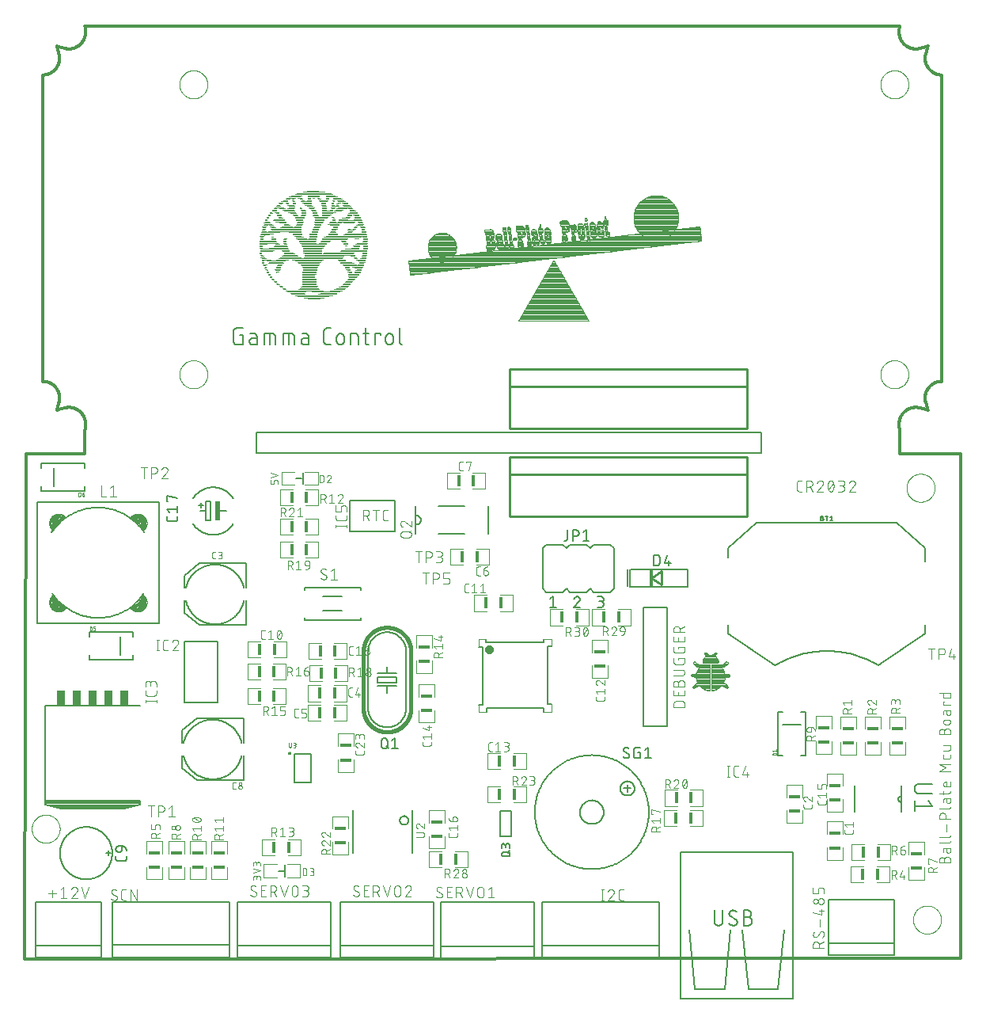
<source format=gto>
G75*
%MOIN*%
%OFA0B0*%
%FSLAX25Y25*%
%IPPOS*%
%LPD*%
%AMOC8*
5,1,8,0,0,1.08239X$1,22.5*
%
%ADD10C,0.00591*%
%ADD11C,0.00600*%
%ADD12C,0.00394*%
%ADD13C,0.01181*%
%ADD14C,0.00400*%
%ADD15C,0.00000*%
%ADD16C,0.00300*%
%ADD17C,0.00800*%
%ADD18C,0.00500*%
%ADD19R,0.01772X0.04921*%
%ADD20R,0.07874X0.00394*%
%ADD21R,0.04921X0.01772*%
%ADD22R,0.00394X0.07874*%
%ADD23R,0.02000X0.08000*%
%ADD24R,0.03800X0.06600*%
%ADD25C,0.01969*%
%ADD26R,0.05330X0.00333*%
%ADD27R,0.08670X0.00333*%
%ADD28R,0.12000X0.00334*%
%ADD29R,0.13660X0.00333*%
%ADD30R,0.16000X0.00333*%
%ADD31R,0.17330X0.00334*%
%ADD32R,0.06330X0.00333*%
%ADD33R,0.08000X0.00333*%
%ADD34R,0.06000X0.00333*%
%ADD35R,0.07000X0.00333*%
%ADD36R,0.07330X0.00334*%
%ADD37R,0.07000X0.00334*%
%ADD38R,0.12330X0.00333*%
%ADD39R,0.09330X0.00333*%
%ADD40R,0.06340X0.00333*%
%ADD41R,0.05340X0.00333*%
%ADD42R,0.02330X0.00334*%
%ADD43R,0.10670X0.00334*%
%ADD44R,0.04670X0.00334*%
%ADD45R,0.01660X0.00333*%
%ADD46R,0.09000X0.00333*%
%ADD47R,0.04340X0.00333*%
%ADD48R,0.01340X0.00333*%
%ADD49R,0.08330X0.00333*%
%ADD50R,0.04000X0.00333*%
%ADD51R,0.01660X0.00334*%
%ADD52R,0.07340X0.00334*%
%ADD53R,0.03660X0.00334*%
%ADD54R,0.03670X0.00333*%
%ADD55R,0.01330X0.00333*%
%ADD56R,0.06660X0.00333*%
%ADD57R,0.03330X0.00333*%
%ADD58R,0.01000X0.00334*%
%ADD59R,0.06330X0.00334*%
%ADD60R,0.03340X0.00334*%
%ADD61R,0.01000X0.00333*%
%ADD62R,0.03000X0.00333*%
%ADD63R,0.01340X0.00334*%
%ADD64R,0.03000X0.00334*%
%ADD65R,0.06000X0.00334*%
%ADD66R,0.01330X0.00334*%
%ADD67R,0.05660X0.00334*%
%ADD68R,0.05660X0.00333*%
%ADD69R,0.03340X0.00333*%
%ADD70R,0.04000X0.00334*%
%ADD71R,0.05670X0.00333*%
%ADD72R,0.05670X0.00334*%
%ADD73R,0.00330X0.00333*%
%ADD74R,0.02660X0.00333*%
%ADD75R,0.01670X0.00333*%
%ADD76R,0.02000X0.00334*%
%ADD77R,0.02670X0.00334*%
%ADD78R,0.00660X0.00333*%
%ADD79R,0.02000X0.00333*%
%ADD80R,0.02340X0.00333*%
%ADD81R,0.02330X0.00333*%
%ADD82R,0.02340X0.00334*%
%ADD83R,0.01670X0.00334*%
%ADD84R,0.03660X0.00333*%
%ADD85R,0.00670X0.00333*%
%ADD86R,0.04660X0.00333*%
%ADD87R,0.08340X0.00334*%
%ADD88R,0.07340X0.00333*%
%ADD89R,0.07670X0.00333*%
%ADD90R,0.08330X0.00334*%
%ADD91R,0.06670X0.00333*%
%ADD92R,0.09670X0.00333*%
%ADD93R,0.05000X0.00333*%
%ADD94R,0.11660X0.00333*%
%ADD95R,0.13340X0.00333*%
%ADD96R,0.19660X0.00334*%
%ADD97R,0.27000X0.00333*%
%ADD98R,0.16670X0.00333*%
%ADD99R,0.08000X0.00334*%
%ADD100R,0.16330X0.00334*%
%ADD101R,0.16660X0.00333*%
%ADD102R,0.21330X0.00333*%
%ADD103R,0.00670X0.00334*%
%ADD104R,0.05330X0.00334*%
%ADD105R,0.21000X0.00334*%
%ADD106R,0.04670X0.00333*%
%ADD107R,0.07330X0.00333*%
%ADD108R,0.13000X0.00333*%
%ADD109R,0.03330X0.00334*%
%ADD110R,0.07670X0.00334*%
%ADD111R,0.09000X0.00334*%
%ADD112R,0.02660X0.00334*%
%ADD113R,0.11000X0.00333*%
%ADD114R,0.06670X0.00334*%
%ADD115R,0.10330X0.00334*%
%ADD116R,0.12000X0.00333*%
%ADD117R,0.02670X0.00333*%
%ADD118R,0.10000X0.00333*%
%ADD119R,0.10340X0.00334*%
%ADD120R,0.10670X0.00333*%
%ADD121R,0.03670X0.00334*%
%ADD122R,0.04330X0.00334*%
%ADD123R,0.07660X0.00333*%
%ADD124R,0.04330X0.00333*%
%ADD125R,0.05000X0.00334*%
%ADD126R,0.11670X0.00334*%
%ADD127R,0.15670X0.00333*%
%ADD128R,0.17330X0.00333*%
%ADD129R,0.00330X0.00334*%
%ADD130R,0.16670X0.00334*%
%ADD131R,0.06340X0.00334*%
%ADD132R,0.14000X0.00333*%
%ADD133R,0.13330X0.00334*%
%ADD134R,0.12660X0.00333*%
%ADD135R,0.13000X0.00334*%
%ADD136R,0.10000X0.00334*%
%ADD137R,0.00660X0.00334*%
%ADD138R,0.14670X0.00333*%
%ADD139C,0.00100*%
%ADD140C,0.01000*%
%ADD141R,0.01181X0.08268*%
%ADD142C,0.00787*%
%ADD143C,0.01600*%
%ADD144C,0.00200*%
%ADD145C,0.00551*%
D10*
X0017208Y0249100D02*
X0017383Y0249167D01*
X0017560Y0249231D01*
X0017738Y0249290D01*
X0017917Y0249344D01*
X0018097Y0249395D01*
X0020489Y0250035D02*
X0020655Y0250078D01*
X0020822Y0250116D01*
X0020989Y0250150D01*
X0021157Y0250180D01*
X0021326Y0250206D01*
X0021496Y0250228D01*
X0021666Y0250245D01*
X0021836Y0250259D01*
X0022007Y0250268D01*
X0022178Y0250274D01*
X0022349Y0250275D01*
X0022520Y0250272D01*
X0022690Y0250265D01*
X0022861Y0250253D01*
X0023031Y0250238D01*
X0023201Y0250218D01*
X0023370Y0250195D01*
X0023539Y0250167D01*
X0023707Y0250135D01*
X0023874Y0250099D01*
X0024040Y0250059D01*
X0024206Y0250015D01*
X0024370Y0249967D01*
X0024532Y0249915D01*
X0024694Y0249859D01*
X0024854Y0249799D01*
X0025013Y0249735D01*
X0025170Y0249667D01*
X0025325Y0249596D01*
X0025479Y0249521D01*
X0025630Y0249442D01*
X0025780Y0249360D01*
X0025928Y0249273D01*
X0026073Y0249184D01*
X0026216Y0249091D01*
X0026357Y0248994D01*
X0026496Y0248894D01*
X0026632Y0248790D01*
X0026766Y0248684D01*
X0026897Y0248574D01*
X0027025Y0248461D01*
X0027150Y0248345D01*
X0027273Y0248226D01*
X0027393Y0248103D01*
X0027509Y0247979D01*
X0027623Y0247851D01*
X0027733Y0247720D01*
X0027841Y0247587D01*
X0027945Y0247452D01*
X0028045Y0247313D01*
X0028143Y0247173D01*
X0028236Y0247030D01*
X0028327Y0246885D01*
X0028413Y0246737D01*
X0028497Y0246588D01*
X0028576Y0246437D01*
X0028652Y0246284D01*
X0028724Y0246129D01*
X0028792Y0245972D01*
X0028857Y0245813D01*
X0028917Y0245654D01*
X0028974Y0245492D01*
X0029027Y0245330D01*
X0029076Y0245166D01*
X0029120Y0245001D01*
X0029161Y0244835D01*
X0029198Y0244668D01*
X0029230Y0244500D01*
X0029259Y0244332D01*
X0029283Y0244162D01*
X0029304Y0243993D01*
X0029320Y0243822D01*
X0029332Y0243652D01*
X0029340Y0243481D01*
X0029344Y0243310D01*
X0029343Y0243139D01*
X0029344Y0243310D01*
X0029340Y0243481D01*
X0029332Y0243652D01*
X0029320Y0243822D01*
X0029304Y0243993D01*
X0029283Y0244162D01*
X0029259Y0244332D01*
X0029230Y0244500D01*
X0029198Y0244668D01*
X0029161Y0244835D01*
X0029120Y0245001D01*
X0029076Y0245166D01*
X0029027Y0245330D01*
X0028974Y0245492D01*
X0028917Y0245654D01*
X0028857Y0245813D01*
X0028792Y0245972D01*
X0028724Y0246129D01*
X0028652Y0246284D01*
X0028576Y0246437D01*
X0028497Y0246588D01*
X0028413Y0246737D01*
X0028327Y0246885D01*
X0028236Y0247030D01*
X0028143Y0247173D01*
X0028045Y0247313D01*
X0027945Y0247452D01*
X0027841Y0247587D01*
X0027733Y0247720D01*
X0027623Y0247851D01*
X0027509Y0247979D01*
X0027393Y0248103D01*
X0027273Y0248226D01*
X0027150Y0248345D01*
X0027025Y0248461D01*
X0026897Y0248574D01*
X0026766Y0248684D01*
X0026632Y0248790D01*
X0026496Y0248894D01*
X0026357Y0248994D01*
X0026216Y0249091D01*
X0026073Y0249184D01*
X0025928Y0249273D01*
X0025780Y0249360D01*
X0025630Y0249442D01*
X0025479Y0249521D01*
X0025325Y0249596D01*
X0025170Y0249667D01*
X0025013Y0249735D01*
X0024854Y0249799D01*
X0024694Y0249859D01*
X0024532Y0249915D01*
X0024370Y0249967D01*
X0024206Y0250015D01*
X0024040Y0250059D01*
X0023874Y0250099D01*
X0023707Y0250135D01*
X0023539Y0250167D01*
X0023370Y0250195D01*
X0023201Y0250218D01*
X0023031Y0250238D01*
X0022861Y0250253D01*
X0022690Y0250265D01*
X0022520Y0250272D01*
X0022349Y0250275D01*
X0022178Y0250274D01*
X0022007Y0250268D01*
X0021836Y0250259D01*
X0021666Y0250245D01*
X0021496Y0250228D01*
X0021326Y0250206D01*
X0021157Y0250180D01*
X0020989Y0250150D01*
X0020822Y0250116D01*
X0020655Y0250078D01*
X0020489Y0250035D01*
X0020655Y0250078D01*
X0020822Y0250116D01*
X0020989Y0250150D01*
X0021157Y0250180D01*
X0021326Y0250206D01*
X0021496Y0250228D01*
X0021666Y0250245D01*
X0021836Y0250259D01*
X0022007Y0250268D01*
X0022178Y0250274D01*
X0022349Y0250275D01*
X0022520Y0250272D01*
X0022690Y0250265D01*
X0022861Y0250253D01*
X0023031Y0250238D01*
X0023201Y0250218D01*
X0023370Y0250195D01*
X0023539Y0250167D01*
X0023707Y0250135D01*
X0023874Y0250099D01*
X0024040Y0250059D01*
X0024206Y0250015D01*
X0024370Y0249967D01*
X0024532Y0249915D01*
X0024694Y0249859D01*
X0024854Y0249799D01*
X0025013Y0249735D01*
X0025170Y0249667D01*
X0025325Y0249596D01*
X0025479Y0249521D01*
X0025630Y0249442D01*
X0025780Y0249360D01*
X0025928Y0249273D01*
X0026073Y0249184D01*
X0026216Y0249091D01*
X0026357Y0248994D01*
X0026496Y0248894D01*
X0026632Y0248790D01*
X0026766Y0248684D01*
X0026897Y0248574D01*
X0027025Y0248461D01*
X0027150Y0248345D01*
X0027273Y0248226D01*
X0027393Y0248103D01*
X0027509Y0247979D01*
X0027623Y0247851D01*
X0027733Y0247720D01*
X0027841Y0247587D01*
X0027945Y0247452D01*
X0028045Y0247313D01*
X0028143Y0247173D01*
X0028236Y0247030D01*
X0028327Y0246885D01*
X0028413Y0246737D01*
X0028497Y0246588D01*
X0028576Y0246437D01*
X0028652Y0246284D01*
X0028724Y0246129D01*
X0028792Y0245972D01*
X0028857Y0245813D01*
X0028917Y0245654D01*
X0028974Y0245492D01*
X0029027Y0245330D01*
X0029076Y0245166D01*
X0029120Y0245001D01*
X0029161Y0244835D01*
X0029198Y0244668D01*
X0029230Y0244500D01*
X0029259Y0244332D01*
X0029283Y0244162D01*
X0029304Y0243993D01*
X0029320Y0243822D01*
X0029332Y0243652D01*
X0029340Y0243481D01*
X0029344Y0243310D01*
X0029343Y0243139D01*
X0018097Y0249395D02*
X0017917Y0249344D01*
X0017738Y0249290D01*
X0017560Y0249231D01*
X0017383Y0249167D01*
X0017208Y0249100D01*
X0018144Y0252380D02*
X0018187Y0252546D01*
X0018225Y0252713D01*
X0018259Y0252880D01*
X0018289Y0253048D01*
X0018315Y0253217D01*
X0018337Y0253387D01*
X0018354Y0253557D01*
X0018368Y0253727D01*
X0018377Y0253898D01*
X0018383Y0254069D01*
X0018384Y0254240D01*
X0018381Y0254411D01*
X0018374Y0254581D01*
X0018362Y0254752D01*
X0018347Y0254922D01*
X0018327Y0255092D01*
X0018304Y0255261D01*
X0018276Y0255430D01*
X0018244Y0255598D01*
X0018208Y0255765D01*
X0018168Y0255931D01*
X0018124Y0256097D01*
X0018076Y0256261D01*
X0018024Y0256423D01*
X0017968Y0256585D01*
X0017908Y0256745D01*
X0017844Y0256904D01*
X0017776Y0257061D01*
X0017705Y0257216D01*
X0017630Y0257370D01*
X0017551Y0257521D01*
X0017469Y0257671D01*
X0017382Y0257819D01*
X0017293Y0257964D01*
X0017200Y0258107D01*
X0017103Y0258248D01*
X0017003Y0258387D01*
X0016899Y0258523D01*
X0016793Y0258657D01*
X0016683Y0258788D01*
X0016570Y0258916D01*
X0016454Y0259041D01*
X0016335Y0259164D01*
X0016212Y0259284D01*
X0016088Y0259400D01*
X0015960Y0259514D01*
X0015829Y0259624D01*
X0015696Y0259732D01*
X0015561Y0259836D01*
X0015422Y0259936D01*
X0015282Y0260034D01*
X0015139Y0260127D01*
X0014994Y0260218D01*
X0014846Y0260304D01*
X0014697Y0260388D01*
X0014546Y0260467D01*
X0014393Y0260543D01*
X0014238Y0260615D01*
X0014081Y0260683D01*
X0013922Y0260748D01*
X0013763Y0260808D01*
X0013601Y0260865D01*
X0013439Y0260918D01*
X0013275Y0260967D01*
X0013110Y0261011D01*
X0012944Y0261052D01*
X0012777Y0261089D01*
X0012609Y0261121D01*
X0012441Y0261150D01*
X0012271Y0261174D01*
X0012102Y0261195D01*
X0011931Y0261211D01*
X0011761Y0261223D01*
X0011590Y0261231D01*
X0011419Y0261235D01*
X0011248Y0261234D01*
X0011419Y0261235D01*
X0011590Y0261231D01*
X0011761Y0261223D01*
X0011931Y0261211D01*
X0012102Y0261195D01*
X0012271Y0261174D01*
X0012441Y0261150D01*
X0012609Y0261121D01*
X0012777Y0261089D01*
X0012944Y0261052D01*
X0013110Y0261011D01*
X0013275Y0260967D01*
X0013439Y0260918D01*
X0013601Y0260865D01*
X0013763Y0260808D01*
X0013922Y0260748D01*
X0014081Y0260683D01*
X0014238Y0260615D01*
X0014393Y0260543D01*
X0014546Y0260467D01*
X0014697Y0260388D01*
X0014846Y0260304D01*
X0014994Y0260218D01*
X0015139Y0260127D01*
X0015282Y0260034D01*
X0015422Y0259936D01*
X0015561Y0259836D01*
X0015696Y0259732D01*
X0015829Y0259624D01*
X0015960Y0259514D01*
X0016088Y0259400D01*
X0016212Y0259284D01*
X0016335Y0259164D01*
X0016454Y0259041D01*
X0016570Y0258916D01*
X0016683Y0258788D01*
X0016793Y0258657D01*
X0016899Y0258523D01*
X0017003Y0258387D01*
X0017103Y0258248D01*
X0017200Y0258107D01*
X0017293Y0257964D01*
X0017382Y0257819D01*
X0017469Y0257671D01*
X0017551Y0257521D01*
X0017630Y0257370D01*
X0017705Y0257216D01*
X0017776Y0257061D01*
X0017844Y0256904D01*
X0017908Y0256745D01*
X0017968Y0256585D01*
X0018024Y0256423D01*
X0018076Y0256261D01*
X0018124Y0256097D01*
X0018168Y0255931D01*
X0018208Y0255765D01*
X0018244Y0255598D01*
X0018276Y0255430D01*
X0018304Y0255261D01*
X0018327Y0255092D01*
X0018347Y0254922D01*
X0018362Y0254752D01*
X0018374Y0254581D01*
X0018381Y0254411D01*
X0018384Y0254240D01*
X0018383Y0254069D01*
X0018377Y0253898D01*
X0018368Y0253727D01*
X0018354Y0253557D01*
X0018337Y0253387D01*
X0018315Y0253217D01*
X0018289Y0253048D01*
X0018259Y0252880D01*
X0018225Y0252713D01*
X0018187Y0252546D01*
X0018144Y0252380D01*
X0018187Y0252546D01*
X0018225Y0252713D01*
X0018259Y0252880D01*
X0018289Y0253048D01*
X0018315Y0253217D01*
X0018337Y0253387D01*
X0018354Y0253557D01*
X0018368Y0253727D01*
X0018377Y0253898D01*
X0018383Y0254069D01*
X0018384Y0254240D01*
X0018381Y0254411D01*
X0018374Y0254581D01*
X0018362Y0254752D01*
X0018347Y0254922D01*
X0018327Y0255092D01*
X0018304Y0255261D01*
X0018276Y0255430D01*
X0018244Y0255598D01*
X0018208Y0255765D01*
X0018168Y0255931D01*
X0018124Y0256097D01*
X0018076Y0256261D01*
X0018024Y0256423D01*
X0017968Y0256585D01*
X0017908Y0256745D01*
X0017844Y0256904D01*
X0017776Y0257061D01*
X0017705Y0257216D01*
X0017630Y0257370D01*
X0017551Y0257521D01*
X0017469Y0257671D01*
X0017382Y0257819D01*
X0017293Y0257964D01*
X0017200Y0258107D01*
X0017103Y0258248D01*
X0017003Y0258387D01*
X0016899Y0258523D01*
X0016793Y0258657D01*
X0016683Y0258788D01*
X0016570Y0258916D01*
X0016454Y0259041D01*
X0016335Y0259164D01*
X0016212Y0259284D01*
X0016088Y0259400D01*
X0015960Y0259514D01*
X0015829Y0259624D01*
X0015696Y0259732D01*
X0015561Y0259836D01*
X0015422Y0259936D01*
X0015282Y0260034D01*
X0015139Y0260127D01*
X0014994Y0260218D01*
X0014846Y0260304D01*
X0014697Y0260388D01*
X0014546Y0260467D01*
X0014393Y0260543D01*
X0014238Y0260615D01*
X0014081Y0260683D01*
X0013922Y0260748D01*
X0013763Y0260808D01*
X0013601Y0260865D01*
X0013439Y0260918D01*
X0013275Y0260967D01*
X0013110Y0261011D01*
X0012944Y0261052D01*
X0012777Y0261089D01*
X0012609Y0261121D01*
X0012441Y0261150D01*
X0012271Y0261174D01*
X0012102Y0261195D01*
X0011931Y0261211D01*
X0011761Y0261223D01*
X0011590Y0261231D01*
X0011419Y0261235D01*
X0011248Y0261234D01*
X0017503Y0249989D02*
X0017452Y0249809D01*
X0017398Y0249629D01*
X0017339Y0249452D01*
X0017275Y0249275D01*
X0017208Y0249100D01*
X0017275Y0249275D01*
X0017339Y0249452D01*
X0017398Y0249629D01*
X0017452Y0249809D01*
X0017503Y0249989D01*
X0017452Y0249809D01*
X0017398Y0249629D01*
X0017339Y0249452D01*
X0017275Y0249275D01*
X0017208Y0249100D01*
X0017383Y0249167D01*
X0017560Y0249231D01*
X0017738Y0249290D01*
X0017917Y0249344D01*
X0018097Y0249395D01*
X0029342Y0243140D02*
X0029331Y0242716D01*
X0029310Y0242293D01*
X0029279Y0241871D01*
X0029237Y0241449D01*
X0029186Y0241028D01*
X0029125Y0240609D01*
X0029186Y0241028D01*
X0029237Y0241449D01*
X0029279Y0241871D01*
X0029310Y0242293D01*
X0029331Y0242716D01*
X0029342Y0243140D01*
X0029331Y0242716D01*
X0029310Y0242293D01*
X0029279Y0241871D01*
X0029237Y0241449D01*
X0029186Y0241028D01*
X0029125Y0240609D01*
X0011248Y0390192D02*
X0011419Y0390191D01*
X0011590Y0390195D01*
X0011761Y0390203D01*
X0011931Y0390215D01*
X0012102Y0390231D01*
X0012271Y0390252D01*
X0012441Y0390276D01*
X0012609Y0390305D01*
X0012777Y0390337D01*
X0012944Y0390374D01*
X0013110Y0390415D01*
X0013275Y0390459D01*
X0013439Y0390508D01*
X0013601Y0390561D01*
X0013763Y0390618D01*
X0013922Y0390678D01*
X0014081Y0390743D01*
X0014238Y0390811D01*
X0014393Y0390883D01*
X0014546Y0390959D01*
X0014697Y0391038D01*
X0014846Y0391122D01*
X0014994Y0391208D01*
X0015139Y0391299D01*
X0015282Y0391392D01*
X0015422Y0391490D01*
X0015561Y0391590D01*
X0015696Y0391694D01*
X0015829Y0391802D01*
X0015960Y0391912D01*
X0016088Y0392026D01*
X0016212Y0392142D01*
X0016335Y0392262D01*
X0016454Y0392385D01*
X0016570Y0392510D01*
X0016683Y0392638D01*
X0016793Y0392769D01*
X0016899Y0392903D01*
X0017003Y0393039D01*
X0017103Y0393178D01*
X0017200Y0393319D01*
X0017293Y0393462D01*
X0017382Y0393607D01*
X0017469Y0393755D01*
X0017551Y0393905D01*
X0017630Y0394056D01*
X0017705Y0394210D01*
X0017776Y0394365D01*
X0017844Y0394522D01*
X0017908Y0394681D01*
X0017968Y0394841D01*
X0018024Y0395003D01*
X0018076Y0395165D01*
X0018124Y0395329D01*
X0018168Y0395495D01*
X0018208Y0395661D01*
X0018244Y0395828D01*
X0018276Y0395996D01*
X0018304Y0396165D01*
X0018327Y0396334D01*
X0018347Y0396504D01*
X0018362Y0396674D01*
X0018374Y0396845D01*
X0018381Y0397015D01*
X0018384Y0397186D01*
X0018383Y0397357D01*
X0018377Y0397528D01*
X0018368Y0397699D01*
X0018354Y0397869D01*
X0018337Y0398039D01*
X0018315Y0398209D01*
X0018289Y0398378D01*
X0018259Y0398546D01*
X0018225Y0398713D01*
X0018187Y0398880D01*
X0018144Y0399046D01*
X0018187Y0398880D01*
X0018225Y0398713D01*
X0018259Y0398546D01*
X0018289Y0398378D01*
X0018315Y0398209D01*
X0018337Y0398039D01*
X0018354Y0397869D01*
X0018368Y0397699D01*
X0018377Y0397528D01*
X0018383Y0397357D01*
X0018384Y0397186D01*
X0018381Y0397015D01*
X0018374Y0396845D01*
X0018362Y0396674D01*
X0018347Y0396504D01*
X0018327Y0396334D01*
X0018304Y0396165D01*
X0018276Y0395996D01*
X0018244Y0395828D01*
X0018208Y0395661D01*
X0018168Y0395495D01*
X0018124Y0395329D01*
X0018076Y0395165D01*
X0018024Y0395003D01*
X0017968Y0394841D01*
X0017908Y0394681D01*
X0017844Y0394522D01*
X0017776Y0394365D01*
X0017705Y0394210D01*
X0017630Y0394056D01*
X0017551Y0393905D01*
X0017469Y0393755D01*
X0017382Y0393607D01*
X0017293Y0393462D01*
X0017200Y0393319D01*
X0017103Y0393178D01*
X0017003Y0393039D01*
X0016899Y0392903D01*
X0016793Y0392769D01*
X0016683Y0392638D01*
X0016570Y0392510D01*
X0016454Y0392385D01*
X0016335Y0392262D01*
X0016212Y0392142D01*
X0016088Y0392026D01*
X0015960Y0391912D01*
X0015829Y0391802D01*
X0015696Y0391694D01*
X0015561Y0391590D01*
X0015422Y0391490D01*
X0015282Y0391392D01*
X0015139Y0391299D01*
X0014994Y0391208D01*
X0014846Y0391122D01*
X0014697Y0391038D01*
X0014546Y0390959D01*
X0014393Y0390883D01*
X0014238Y0390811D01*
X0014081Y0390743D01*
X0013922Y0390678D01*
X0013763Y0390618D01*
X0013601Y0390561D01*
X0013439Y0390508D01*
X0013275Y0390459D01*
X0013110Y0390415D01*
X0012944Y0390374D01*
X0012777Y0390337D01*
X0012609Y0390305D01*
X0012441Y0390276D01*
X0012271Y0390252D01*
X0012102Y0390231D01*
X0011931Y0390215D01*
X0011761Y0390203D01*
X0011590Y0390195D01*
X0011419Y0390191D01*
X0011248Y0390192D01*
X0011419Y0390191D01*
X0011590Y0390195D01*
X0011761Y0390203D01*
X0011931Y0390215D01*
X0012102Y0390231D01*
X0012271Y0390252D01*
X0012441Y0390276D01*
X0012609Y0390305D01*
X0012777Y0390337D01*
X0012944Y0390374D01*
X0013110Y0390415D01*
X0013275Y0390459D01*
X0013439Y0390508D01*
X0013601Y0390561D01*
X0013763Y0390618D01*
X0013922Y0390678D01*
X0014081Y0390743D01*
X0014238Y0390811D01*
X0014393Y0390883D01*
X0014546Y0390959D01*
X0014697Y0391038D01*
X0014846Y0391122D01*
X0014994Y0391208D01*
X0015139Y0391299D01*
X0015282Y0391392D01*
X0015422Y0391490D01*
X0015561Y0391590D01*
X0015696Y0391694D01*
X0015829Y0391802D01*
X0015960Y0391912D01*
X0016088Y0392026D01*
X0016212Y0392142D01*
X0016335Y0392262D01*
X0016454Y0392385D01*
X0016570Y0392510D01*
X0016683Y0392638D01*
X0016793Y0392769D01*
X0016899Y0392903D01*
X0017003Y0393039D01*
X0017103Y0393178D01*
X0017200Y0393319D01*
X0017293Y0393462D01*
X0017382Y0393607D01*
X0017469Y0393755D01*
X0017551Y0393905D01*
X0017630Y0394056D01*
X0017705Y0394210D01*
X0017776Y0394365D01*
X0017844Y0394522D01*
X0017908Y0394681D01*
X0017968Y0394841D01*
X0018024Y0395003D01*
X0018076Y0395165D01*
X0018124Y0395329D01*
X0018168Y0395495D01*
X0018208Y0395661D01*
X0018244Y0395828D01*
X0018276Y0395996D01*
X0018304Y0396165D01*
X0018327Y0396334D01*
X0018347Y0396504D01*
X0018362Y0396674D01*
X0018374Y0396845D01*
X0018381Y0397015D01*
X0018384Y0397186D01*
X0018383Y0397357D01*
X0018377Y0397528D01*
X0018368Y0397699D01*
X0018354Y0397869D01*
X0018337Y0398039D01*
X0018315Y0398209D01*
X0018289Y0398378D01*
X0018259Y0398546D01*
X0018225Y0398713D01*
X0018187Y0398880D01*
X0018144Y0399046D01*
X0017503Y0401437D02*
X0017452Y0401617D01*
X0017398Y0401797D01*
X0017339Y0401974D01*
X0017275Y0402151D01*
X0017208Y0402326D01*
X0020489Y0401390D02*
X0020655Y0401347D01*
X0020822Y0401309D01*
X0020989Y0401275D01*
X0021157Y0401245D01*
X0021326Y0401219D01*
X0021496Y0401197D01*
X0021666Y0401180D01*
X0021836Y0401166D01*
X0022007Y0401157D01*
X0022178Y0401151D01*
X0022349Y0401150D01*
X0022520Y0401153D01*
X0022690Y0401160D01*
X0022861Y0401172D01*
X0023031Y0401187D01*
X0023201Y0401207D01*
X0023370Y0401230D01*
X0023539Y0401258D01*
X0023707Y0401290D01*
X0023874Y0401326D01*
X0024040Y0401366D01*
X0024206Y0401410D01*
X0024370Y0401458D01*
X0024532Y0401510D01*
X0024694Y0401566D01*
X0024854Y0401626D01*
X0025013Y0401690D01*
X0025170Y0401758D01*
X0025325Y0401829D01*
X0025479Y0401904D01*
X0025630Y0401983D01*
X0025780Y0402065D01*
X0025928Y0402152D01*
X0026073Y0402241D01*
X0026216Y0402334D01*
X0026357Y0402431D01*
X0026496Y0402531D01*
X0026632Y0402635D01*
X0026766Y0402741D01*
X0026897Y0402851D01*
X0027025Y0402964D01*
X0027150Y0403080D01*
X0027273Y0403199D01*
X0027393Y0403322D01*
X0027509Y0403446D01*
X0027623Y0403574D01*
X0027733Y0403705D01*
X0027841Y0403838D01*
X0027945Y0403974D01*
X0028045Y0404112D01*
X0028143Y0404252D01*
X0028236Y0404395D01*
X0028327Y0404540D01*
X0028413Y0404688D01*
X0028497Y0404837D01*
X0028576Y0404988D01*
X0028652Y0405141D01*
X0028724Y0405296D01*
X0028792Y0405453D01*
X0028857Y0405612D01*
X0028917Y0405771D01*
X0028974Y0405933D01*
X0029027Y0406095D01*
X0029076Y0406259D01*
X0029120Y0406424D01*
X0029161Y0406590D01*
X0029198Y0406757D01*
X0029230Y0406925D01*
X0029259Y0407093D01*
X0029283Y0407263D01*
X0029304Y0407432D01*
X0029320Y0407603D01*
X0029332Y0407773D01*
X0029340Y0407944D01*
X0029344Y0408115D01*
X0029343Y0408286D01*
X0029344Y0408115D01*
X0029340Y0407944D01*
X0029332Y0407773D01*
X0029320Y0407603D01*
X0029304Y0407432D01*
X0029283Y0407263D01*
X0029259Y0407093D01*
X0029230Y0406925D01*
X0029198Y0406757D01*
X0029161Y0406590D01*
X0029120Y0406424D01*
X0029076Y0406259D01*
X0029027Y0406095D01*
X0028974Y0405933D01*
X0028917Y0405771D01*
X0028857Y0405612D01*
X0028792Y0405453D01*
X0028724Y0405296D01*
X0028652Y0405141D01*
X0028576Y0404988D01*
X0028497Y0404837D01*
X0028413Y0404688D01*
X0028327Y0404540D01*
X0028236Y0404395D01*
X0028143Y0404252D01*
X0028045Y0404112D01*
X0027945Y0403974D01*
X0027841Y0403838D01*
X0027733Y0403705D01*
X0027623Y0403574D01*
X0027509Y0403446D01*
X0027393Y0403322D01*
X0027273Y0403199D01*
X0027150Y0403080D01*
X0027025Y0402964D01*
X0026897Y0402851D01*
X0026766Y0402741D01*
X0026632Y0402635D01*
X0026496Y0402531D01*
X0026357Y0402431D01*
X0026216Y0402334D01*
X0026073Y0402241D01*
X0025928Y0402152D01*
X0025780Y0402065D01*
X0025630Y0401983D01*
X0025479Y0401904D01*
X0025325Y0401829D01*
X0025170Y0401758D01*
X0025013Y0401690D01*
X0024854Y0401626D01*
X0024694Y0401566D01*
X0024532Y0401510D01*
X0024370Y0401458D01*
X0024206Y0401410D01*
X0024040Y0401366D01*
X0023874Y0401326D01*
X0023707Y0401290D01*
X0023539Y0401258D01*
X0023370Y0401230D01*
X0023201Y0401207D01*
X0023031Y0401187D01*
X0022861Y0401172D01*
X0022690Y0401160D01*
X0022520Y0401153D01*
X0022349Y0401150D01*
X0022178Y0401151D01*
X0022007Y0401157D01*
X0021836Y0401166D01*
X0021666Y0401180D01*
X0021496Y0401197D01*
X0021326Y0401219D01*
X0021157Y0401245D01*
X0020989Y0401275D01*
X0020822Y0401309D01*
X0020655Y0401347D01*
X0020489Y0401390D01*
X0020655Y0401347D01*
X0020822Y0401309D01*
X0020989Y0401275D01*
X0021157Y0401245D01*
X0021326Y0401219D01*
X0021496Y0401197D01*
X0021666Y0401180D01*
X0021836Y0401166D01*
X0022007Y0401157D01*
X0022178Y0401151D01*
X0022349Y0401150D01*
X0022520Y0401153D01*
X0022690Y0401160D01*
X0022861Y0401172D01*
X0023031Y0401187D01*
X0023201Y0401207D01*
X0023370Y0401230D01*
X0023539Y0401258D01*
X0023707Y0401290D01*
X0023874Y0401326D01*
X0024040Y0401366D01*
X0024206Y0401410D01*
X0024370Y0401458D01*
X0024532Y0401510D01*
X0024694Y0401566D01*
X0024854Y0401626D01*
X0025013Y0401690D01*
X0025170Y0401758D01*
X0025325Y0401829D01*
X0025479Y0401904D01*
X0025630Y0401983D01*
X0025780Y0402065D01*
X0025928Y0402152D01*
X0026073Y0402241D01*
X0026216Y0402334D01*
X0026357Y0402431D01*
X0026496Y0402531D01*
X0026632Y0402635D01*
X0026766Y0402741D01*
X0026897Y0402851D01*
X0027025Y0402964D01*
X0027150Y0403080D01*
X0027273Y0403199D01*
X0027393Y0403322D01*
X0027509Y0403446D01*
X0027623Y0403574D01*
X0027733Y0403705D01*
X0027841Y0403838D01*
X0027945Y0403974D01*
X0028045Y0404112D01*
X0028143Y0404252D01*
X0028236Y0404395D01*
X0028327Y0404540D01*
X0028413Y0404688D01*
X0028497Y0404837D01*
X0028576Y0404988D01*
X0028652Y0405141D01*
X0028724Y0405296D01*
X0028792Y0405453D01*
X0028857Y0405612D01*
X0028917Y0405771D01*
X0028974Y0405933D01*
X0029027Y0406095D01*
X0029076Y0406259D01*
X0029120Y0406424D01*
X0029161Y0406590D01*
X0029198Y0406757D01*
X0029230Y0406925D01*
X0029259Y0407093D01*
X0029283Y0407263D01*
X0029304Y0407432D01*
X0029320Y0407603D01*
X0029332Y0407773D01*
X0029340Y0407944D01*
X0029344Y0408115D01*
X0029343Y0408286D01*
X0018097Y0402031D02*
X0017917Y0402082D01*
X0017738Y0402136D01*
X0017560Y0402195D01*
X0017383Y0402259D01*
X0017208Y0402326D01*
X0017383Y0402259D01*
X0017560Y0402195D01*
X0017738Y0402136D01*
X0017917Y0402082D01*
X0018097Y0402031D01*
X0017917Y0402082D01*
X0017738Y0402136D01*
X0017560Y0402195D01*
X0017383Y0402259D01*
X0017208Y0402326D01*
X0017275Y0402151D01*
X0017339Y0401974D01*
X0017398Y0401797D01*
X0017452Y0401617D01*
X0017503Y0401437D01*
X0017452Y0401617D01*
X0017398Y0401797D01*
X0017339Y0401974D01*
X0017275Y0402151D01*
X0017208Y0402326D01*
X0029342Y0408286D02*
X0029331Y0408710D01*
X0029310Y0409133D01*
X0029279Y0409555D01*
X0029237Y0409977D01*
X0029186Y0410398D01*
X0029125Y0410817D01*
X0029186Y0410398D01*
X0029237Y0409977D01*
X0029279Y0409555D01*
X0029310Y0409133D01*
X0029331Y0408710D01*
X0029342Y0408286D01*
X0029331Y0408710D01*
X0029310Y0409133D01*
X0029279Y0409555D01*
X0029237Y0409977D01*
X0029186Y0410398D01*
X0029125Y0410817D01*
X0372043Y0408286D02*
X0372042Y0408115D01*
X0372046Y0407944D01*
X0372054Y0407773D01*
X0372066Y0407603D01*
X0372082Y0407432D01*
X0372103Y0407263D01*
X0372127Y0407093D01*
X0372156Y0406925D01*
X0372188Y0406757D01*
X0372225Y0406590D01*
X0372266Y0406424D01*
X0372310Y0406259D01*
X0372359Y0406095D01*
X0372412Y0405933D01*
X0372469Y0405771D01*
X0372529Y0405612D01*
X0372594Y0405453D01*
X0372662Y0405296D01*
X0372734Y0405141D01*
X0372810Y0404988D01*
X0372889Y0404837D01*
X0372973Y0404688D01*
X0373059Y0404540D01*
X0373150Y0404395D01*
X0373243Y0404252D01*
X0373341Y0404112D01*
X0373441Y0403974D01*
X0373545Y0403838D01*
X0373653Y0403705D01*
X0373763Y0403574D01*
X0373877Y0403446D01*
X0373993Y0403322D01*
X0374113Y0403199D01*
X0374236Y0403080D01*
X0374361Y0402964D01*
X0374489Y0402851D01*
X0374620Y0402741D01*
X0374754Y0402635D01*
X0374890Y0402531D01*
X0375029Y0402431D01*
X0375170Y0402334D01*
X0375313Y0402241D01*
X0375458Y0402152D01*
X0375606Y0402065D01*
X0375756Y0401983D01*
X0375907Y0401904D01*
X0376061Y0401829D01*
X0376216Y0401758D01*
X0376373Y0401690D01*
X0376532Y0401626D01*
X0376692Y0401566D01*
X0376854Y0401510D01*
X0377016Y0401458D01*
X0377180Y0401410D01*
X0377346Y0401366D01*
X0377512Y0401326D01*
X0377679Y0401290D01*
X0377847Y0401258D01*
X0378016Y0401230D01*
X0378185Y0401207D01*
X0378355Y0401187D01*
X0378525Y0401172D01*
X0378696Y0401160D01*
X0378866Y0401153D01*
X0379037Y0401150D01*
X0379208Y0401151D01*
X0379379Y0401157D01*
X0379550Y0401166D01*
X0379720Y0401180D01*
X0379890Y0401197D01*
X0380060Y0401219D01*
X0380229Y0401245D01*
X0380397Y0401275D01*
X0380564Y0401309D01*
X0380731Y0401347D01*
X0380897Y0401390D01*
X0380731Y0401347D01*
X0380564Y0401309D01*
X0380397Y0401275D01*
X0380229Y0401245D01*
X0380060Y0401219D01*
X0379890Y0401197D01*
X0379720Y0401180D01*
X0379550Y0401166D01*
X0379379Y0401157D01*
X0379208Y0401151D01*
X0379037Y0401150D01*
X0378866Y0401153D01*
X0378696Y0401160D01*
X0378525Y0401172D01*
X0378355Y0401187D01*
X0378185Y0401207D01*
X0378016Y0401230D01*
X0377847Y0401258D01*
X0377679Y0401290D01*
X0377512Y0401326D01*
X0377346Y0401366D01*
X0377180Y0401410D01*
X0377016Y0401458D01*
X0376854Y0401510D01*
X0376692Y0401566D01*
X0376532Y0401626D01*
X0376373Y0401690D01*
X0376216Y0401758D01*
X0376061Y0401829D01*
X0375907Y0401904D01*
X0375756Y0401983D01*
X0375606Y0402065D01*
X0375458Y0402152D01*
X0375313Y0402241D01*
X0375170Y0402334D01*
X0375029Y0402431D01*
X0374890Y0402531D01*
X0374754Y0402635D01*
X0374620Y0402741D01*
X0374489Y0402851D01*
X0374361Y0402964D01*
X0374236Y0403080D01*
X0374113Y0403199D01*
X0373993Y0403322D01*
X0373877Y0403446D01*
X0373763Y0403574D01*
X0373653Y0403705D01*
X0373545Y0403838D01*
X0373441Y0403974D01*
X0373341Y0404112D01*
X0373243Y0404252D01*
X0373150Y0404395D01*
X0373059Y0404540D01*
X0372973Y0404688D01*
X0372889Y0404837D01*
X0372810Y0404988D01*
X0372734Y0405141D01*
X0372662Y0405296D01*
X0372594Y0405453D01*
X0372529Y0405612D01*
X0372469Y0405771D01*
X0372412Y0405933D01*
X0372359Y0406095D01*
X0372310Y0406259D01*
X0372266Y0406424D01*
X0372225Y0406590D01*
X0372188Y0406757D01*
X0372156Y0406925D01*
X0372127Y0407093D01*
X0372103Y0407263D01*
X0372082Y0407432D01*
X0372066Y0407603D01*
X0372054Y0407773D01*
X0372046Y0407944D01*
X0372042Y0408115D01*
X0372043Y0408286D01*
X0372042Y0408115D01*
X0372046Y0407944D01*
X0372054Y0407773D01*
X0372066Y0407603D01*
X0372082Y0407432D01*
X0372103Y0407263D01*
X0372127Y0407093D01*
X0372156Y0406925D01*
X0372188Y0406757D01*
X0372225Y0406590D01*
X0372266Y0406424D01*
X0372310Y0406259D01*
X0372359Y0406095D01*
X0372412Y0405933D01*
X0372469Y0405771D01*
X0372529Y0405612D01*
X0372594Y0405453D01*
X0372662Y0405296D01*
X0372734Y0405141D01*
X0372810Y0404988D01*
X0372889Y0404837D01*
X0372973Y0404688D01*
X0373059Y0404540D01*
X0373150Y0404395D01*
X0373243Y0404252D01*
X0373341Y0404112D01*
X0373441Y0403974D01*
X0373545Y0403838D01*
X0373653Y0403705D01*
X0373763Y0403574D01*
X0373877Y0403446D01*
X0373993Y0403322D01*
X0374113Y0403199D01*
X0374236Y0403080D01*
X0374361Y0402964D01*
X0374489Y0402851D01*
X0374620Y0402741D01*
X0374754Y0402635D01*
X0374890Y0402531D01*
X0375029Y0402431D01*
X0375170Y0402334D01*
X0375313Y0402241D01*
X0375458Y0402152D01*
X0375606Y0402065D01*
X0375756Y0401983D01*
X0375907Y0401904D01*
X0376061Y0401829D01*
X0376216Y0401758D01*
X0376373Y0401690D01*
X0376532Y0401626D01*
X0376692Y0401566D01*
X0376854Y0401510D01*
X0377016Y0401458D01*
X0377180Y0401410D01*
X0377346Y0401366D01*
X0377512Y0401326D01*
X0377679Y0401290D01*
X0377847Y0401258D01*
X0378016Y0401230D01*
X0378185Y0401207D01*
X0378355Y0401187D01*
X0378525Y0401172D01*
X0378696Y0401160D01*
X0378866Y0401153D01*
X0379037Y0401150D01*
X0379208Y0401151D01*
X0379379Y0401157D01*
X0379550Y0401166D01*
X0379720Y0401180D01*
X0379890Y0401197D01*
X0380060Y0401219D01*
X0380229Y0401245D01*
X0380397Y0401275D01*
X0380564Y0401309D01*
X0380731Y0401347D01*
X0380897Y0401390D01*
X0383289Y0402031D02*
X0383469Y0402082D01*
X0383648Y0402136D01*
X0383826Y0402195D01*
X0384003Y0402259D01*
X0384178Y0402326D01*
X0383242Y0399046D02*
X0383199Y0398880D01*
X0383161Y0398713D01*
X0383127Y0398546D01*
X0383097Y0398378D01*
X0383071Y0398209D01*
X0383049Y0398039D01*
X0383032Y0397869D01*
X0383018Y0397699D01*
X0383009Y0397528D01*
X0383003Y0397357D01*
X0383002Y0397186D01*
X0383005Y0397015D01*
X0383012Y0396845D01*
X0383024Y0396674D01*
X0383039Y0396504D01*
X0383059Y0396334D01*
X0383082Y0396165D01*
X0383110Y0395996D01*
X0383142Y0395828D01*
X0383178Y0395661D01*
X0383218Y0395495D01*
X0383262Y0395329D01*
X0383310Y0395165D01*
X0383362Y0395003D01*
X0383418Y0394841D01*
X0383478Y0394681D01*
X0383542Y0394522D01*
X0383610Y0394365D01*
X0383681Y0394210D01*
X0383756Y0394056D01*
X0383835Y0393905D01*
X0383917Y0393755D01*
X0384004Y0393607D01*
X0384093Y0393462D01*
X0384186Y0393319D01*
X0384283Y0393178D01*
X0384383Y0393039D01*
X0384487Y0392903D01*
X0384593Y0392769D01*
X0384703Y0392638D01*
X0384816Y0392510D01*
X0384932Y0392385D01*
X0385051Y0392262D01*
X0385174Y0392142D01*
X0385298Y0392026D01*
X0385426Y0391912D01*
X0385557Y0391802D01*
X0385690Y0391694D01*
X0385825Y0391590D01*
X0385964Y0391490D01*
X0386104Y0391392D01*
X0386247Y0391299D01*
X0386392Y0391208D01*
X0386540Y0391122D01*
X0386689Y0391038D01*
X0386840Y0390959D01*
X0386993Y0390883D01*
X0387148Y0390811D01*
X0387305Y0390743D01*
X0387464Y0390678D01*
X0387623Y0390618D01*
X0387785Y0390561D01*
X0387947Y0390508D01*
X0388111Y0390459D01*
X0388276Y0390415D01*
X0388442Y0390374D01*
X0388609Y0390337D01*
X0388777Y0390305D01*
X0388945Y0390276D01*
X0389115Y0390252D01*
X0389284Y0390231D01*
X0389455Y0390215D01*
X0389625Y0390203D01*
X0389796Y0390195D01*
X0389967Y0390191D01*
X0390138Y0390192D01*
X0389967Y0390191D01*
X0389796Y0390195D01*
X0389625Y0390203D01*
X0389455Y0390215D01*
X0389284Y0390231D01*
X0389115Y0390252D01*
X0388945Y0390276D01*
X0388777Y0390305D01*
X0388609Y0390337D01*
X0388442Y0390374D01*
X0388276Y0390415D01*
X0388111Y0390459D01*
X0387947Y0390508D01*
X0387785Y0390561D01*
X0387623Y0390618D01*
X0387464Y0390678D01*
X0387305Y0390743D01*
X0387148Y0390811D01*
X0386993Y0390883D01*
X0386840Y0390959D01*
X0386689Y0391038D01*
X0386540Y0391122D01*
X0386392Y0391208D01*
X0386247Y0391299D01*
X0386104Y0391392D01*
X0385964Y0391490D01*
X0385825Y0391590D01*
X0385690Y0391694D01*
X0385557Y0391802D01*
X0385426Y0391912D01*
X0385298Y0392026D01*
X0385174Y0392142D01*
X0385051Y0392262D01*
X0384932Y0392385D01*
X0384816Y0392510D01*
X0384703Y0392638D01*
X0384593Y0392769D01*
X0384487Y0392903D01*
X0384383Y0393039D01*
X0384283Y0393178D01*
X0384186Y0393319D01*
X0384093Y0393462D01*
X0384004Y0393607D01*
X0383917Y0393755D01*
X0383835Y0393905D01*
X0383756Y0394056D01*
X0383681Y0394210D01*
X0383610Y0394365D01*
X0383542Y0394522D01*
X0383478Y0394681D01*
X0383418Y0394841D01*
X0383362Y0395003D01*
X0383310Y0395165D01*
X0383262Y0395329D01*
X0383218Y0395495D01*
X0383178Y0395661D01*
X0383142Y0395828D01*
X0383110Y0395996D01*
X0383082Y0396165D01*
X0383059Y0396334D01*
X0383039Y0396504D01*
X0383024Y0396674D01*
X0383012Y0396845D01*
X0383005Y0397015D01*
X0383002Y0397186D01*
X0383003Y0397357D01*
X0383009Y0397528D01*
X0383018Y0397699D01*
X0383032Y0397869D01*
X0383049Y0398039D01*
X0383071Y0398209D01*
X0383097Y0398378D01*
X0383127Y0398546D01*
X0383161Y0398713D01*
X0383199Y0398880D01*
X0383242Y0399046D01*
X0383199Y0398880D01*
X0383161Y0398713D01*
X0383127Y0398546D01*
X0383097Y0398378D01*
X0383071Y0398209D01*
X0383049Y0398039D01*
X0383032Y0397869D01*
X0383018Y0397699D01*
X0383009Y0397528D01*
X0383003Y0397357D01*
X0383002Y0397186D01*
X0383005Y0397015D01*
X0383012Y0396845D01*
X0383024Y0396674D01*
X0383039Y0396504D01*
X0383059Y0396334D01*
X0383082Y0396165D01*
X0383110Y0395996D01*
X0383142Y0395828D01*
X0383178Y0395661D01*
X0383218Y0395495D01*
X0383262Y0395329D01*
X0383310Y0395165D01*
X0383362Y0395003D01*
X0383418Y0394841D01*
X0383478Y0394681D01*
X0383542Y0394522D01*
X0383610Y0394365D01*
X0383681Y0394210D01*
X0383756Y0394056D01*
X0383835Y0393905D01*
X0383917Y0393755D01*
X0384004Y0393607D01*
X0384093Y0393462D01*
X0384186Y0393319D01*
X0384283Y0393178D01*
X0384383Y0393039D01*
X0384487Y0392903D01*
X0384593Y0392769D01*
X0384703Y0392638D01*
X0384816Y0392510D01*
X0384932Y0392385D01*
X0385051Y0392262D01*
X0385174Y0392142D01*
X0385298Y0392026D01*
X0385426Y0391912D01*
X0385557Y0391802D01*
X0385690Y0391694D01*
X0385825Y0391590D01*
X0385964Y0391490D01*
X0386104Y0391392D01*
X0386247Y0391299D01*
X0386392Y0391208D01*
X0386540Y0391122D01*
X0386689Y0391038D01*
X0386840Y0390959D01*
X0386993Y0390883D01*
X0387148Y0390811D01*
X0387305Y0390743D01*
X0387464Y0390678D01*
X0387623Y0390618D01*
X0387785Y0390561D01*
X0387947Y0390508D01*
X0388111Y0390459D01*
X0388276Y0390415D01*
X0388442Y0390374D01*
X0388609Y0390337D01*
X0388777Y0390305D01*
X0388945Y0390276D01*
X0389115Y0390252D01*
X0389284Y0390231D01*
X0389455Y0390215D01*
X0389625Y0390203D01*
X0389796Y0390195D01*
X0389967Y0390191D01*
X0390138Y0390192D01*
X0383883Y0401437D02*
X0383934Y0401617D01*
X0383988Y0401796D01*
X0384047Y0401974D01*
X0384110Y0402151D01*
X0384178Y0402325D01*
X0384110Y0402151D01*
X0384047Y0401974D01*
X0383988Y0401796D01*
X0383934Y0401617D01*
X0383883Y0401437D01*
X0383934Y0401617D01*
X0383988Y0401796D01*
X0384047Y0401974D01*
X0384110Y0402151D01*
X0384178Y0402325D01*
X0384178Y0402326D02*
X0384003Y0402259D01*
X0383826Y0402195D01*
X0383648Y0402136D01*
X0383469Y0402082D01*
X0383289Y0402031D01*
X0383469Y0402082D01*
X0383648Y0402136D01*
X0383826Y0402195D01*
X0384003Y0402259D01*
X0384178Y0402326D01*
X0372044Y0408286D02*
X0372055Y0408710D01*
X0372076Y0409133D01*
X0372107Y0409555D01*
X0372149Y0409977D01*
X0372200Y0410398D01*
X0372261Y0410817D01*
X0372200Y0410398D01*
X0372149Y0409977D01*
X0372107Y0409555D01*
X0372076Y0409133D01*
X0372055Y0408710D01*
X0372044Y0408286D01*
X0372055Y0408710D01*
X0372076Y0409133D01*
X0372107Y0409555D01*
X0372149Y0409977D01*
X0372200Y0410398D01*
X0372261Y0410817D01*
X0390138Y0261234D02*
X0389967Y0261235D01*
X0389796Y0261231D01*
X0389625Y0261223D01*
X0389455Y0261211D01*
X0389284Y0261195D01*
X0389115Y0261174D01*
X0388945Y0261150D01*
X0388777Y0261121D01*
X0388609Y0261089D01*
X0388442Y0261052D01*
X0388276Y0261011D01*
X0388111Y0260967D01*
X0387947Y0260918D01*
X0387785Y0260865D01*
X0387623Y0260808D01*
X0387464Y0260748D01*
X0387305Y0260683D01*
X0387148Y0260615D01*
X0386993Y0260543D01*
X0386840Y0260467D01*
X0386689Y0260388D01*
X0386540Y0260304D01*
X0386392Y0260218D01*
X0386247Y0260127D01*
X0386104Y0260034D01*
X0385964Y0259936D01*
X0385825Y0259836D01*
X0385690Y0259732D01*
X0385557Y0259624D01*
X0385426Y0259514D01*
X0385298Y0259400D01*
X0385174Y0259284D01*
X0385051Y0259164D01*
X0384932Y0259041D01*
X0384816Y0258916D01*
X0384703Y0258788D01*
X0384593Y0258657D01*
X0384487Y0258523D01*
X0384383Y0258387D01*
X0384283Y0258248D01*
X0384186Y0258107D01*
X0384093Y0257964D01*
X0384004Y0257819D01*
X0383917Y0257671D01*
X0383835Y0257521D01*
X0383756Y0257370D01*
X0383681Y0257216D01*
X0383610Y0257061D01*
X0383542Y0256904D01*
X0383478Y0256745D01*
X0383418Y0256585D01*
X0383362Y0256423D01*
X0383310Y0256261D01*
X0383262Y0256097D01*
X0383218Y0255931D01*
X0383178Y0255765D01*
X0383142Y0255598D01*
X0383110Y0255430D01*
X0383082Y0255261D01*
X0383059Y0255092D01*
X0383039Y0254922D01*
X0383024Y0254752D01*
X0383012Y0254581D01*
X0383005Y0254411D01*
X0383002Y0254240D01*
X0383003Y0254069D01*
X0383009Y0253898D01*
X0383018Y0253727D01*
X0383032Y0253557D01*
X0383049Y0253387D01*
X0383071Y0253217D01*
X0383097Y0253048D01*
X0383127Y0252880D01*
X0383161Y0252713D01*
X0383199Y0252546D01*
X0383242Y0252380D01*
X0383199Y0252546D01*
X0383161Y0252713D01*
X0383127Y0252880D01*
X0383097Y0253048D01*
X0383071Y0253217D01*
X0383049Y0253387D01*
X0383032Y0253557D01*
X0383018Y0253727D01*
X0383009Y0253898D01*
X0383003Y0254069D01*
X0383002Y0254240D01*
X0383005Y0254411D01*
X0383012Y0254581D01*
X0383024Y0254752D01*
X0383039Y0254922D01*
X0383059Y0255092D01*
X0383082Y0255261D01*
X0383110Y0255430D01*
X0383142Y0255598D01*
X0383178Y0255765D01*
X0383218Y0255931D01*
X0383262Y0256097D01*
X0383310Y0256261D01*
X0383362Y0256423D01*
X0383418Y0256585D01*
X0383478Y0256745D01*
X0383542Y0256904D01*
X0383610Y0257061D01*
X0383681Y0257216D01*
X0383756Y0257370D01*
X0383835Y0257521D01*
X0383917Y0257671D01*
X0384004Y0257819D01*
X0384093Y0257964D01*
X0384186Y0258107D01*
X0384283Y0258248D01*
X0384383Y0258387D01*
X0384487Y0258523D01*
X0384593Y0258657D01*
X0384703Y0258788D01*
X0384816Y0258916D01*
X0384932Y0259041D01*
X0385051Y0259164D01*
X0385174Y0259284D01*
X0385298Y0259400D01*
X0385426Y0259514D01*
X0385557Y0259624D01*
X0385690Y0259732D01*
X0385825Y0259836D01*
X0385964Y0259936D01*
X0386104Y0260034D01*
X0386247Y0260127D01*
X0386392Y0260218D01*
X0386540Y0260304D01*
X0386689Y0260388D01*
X0386840Y0260467D01*
X0386993Y0260543D01*
X0387148Y0260615D01*
X0387305Y0260683D01*
X0387464Y0260748D01*
X0387623Y0260808D01*
X0387785Y0260865D01*
X0387947Y0260918D01*
X0388111Y0260967D01*
X0388276Y0261011D01*
X0388442Y0261052D01*
X0388609Y0261089D01*
X0388777Y0261121D01*
X0388945Y0261150D01*
X0389115Y0261174D01*
X0389284Y0261195D01*
X0389455Y0261211D01*
X0389625Y0261223D01*
X0389796Y0261231D01*
X0389967Y0261235D01*
X0390138Y0261234D01*
X0389967Y0261235D01*
X0389796Y0261231D01*
X0389625Y0261223D01*
X0389455Y0261211D01*
X0389284Y0261195D01*
X0389115Y0261174D01*
X0388945Y0261150D01*
X0388777Y0261121D01*
X0388609Y0261089D01*
X0388442Y0261052D01*
X0388276Y0261011D01*
X0388111Y0260967D01*
X0387947Y0260918D01*
X0387785Y0260865D01*
X0387623Y0260808D01*
X0387464Y0260748D01*
X0387305Y0260683D01*
X0387148Y0260615D01*
X0386993Y0260543D01*
X0386840Y0260467D01*
X0386689Y0260388D01*
X0386540Y0260304D01*
X0386392Y0260218D01*
X0386247Y0260127D01*
X0386104Y0260034D01*
X0385964Y0259936D01*
X0385825Y0259836D01*
X0385690Y0259732D01*
X0385557Y0259624D01*
X0385426Y0259514D01*
X0385298Y0259400D01*
X0385174Y0259284D01*
X0385051Y0259164D01*
X0384932Y0259041D01*
X0384816Y0258916D01*
X0384703Y0258788D01*
X0384593Y0258657D01*
X0384487Y0258523D01*
X0384383Y0258387D01*
X0384283Y0258248D01*
X0384186Y0258107D01*
X0384093Y0257964D01*
X0384004Y0257819D01*
X0383917Y0257671D01*
X0383835Y0257521D01*
X0383756Y0257370D01*
X0383681Y0257216D01*
X0383610Y0257061D01*
X0383542Y0256904D01*
X0383478Y0256745D01*
X0383418Y0256585D01*
X0383362Y0256423D01*
X0383310Y0256261D01*
X0383262Y0256097D01*
X0383218Y0255931D01*
X0383178Y0255765D01*
X0383142Y0255598D01*
X0383110Y0255430D01*
X0383082Y0255261D01*
X0383059Y0255092D01*
X0383039Y0254922D01*
X0383024Y0254752D01*
X0383012Y0254581D01*
X0383005Y0254411D01*
X0383002Y0254240D01*
X0383003Y0254069D01*
X0383009Y0253898D01*
X0383018Y0253727D01*
X0383032Y0253557D01*
X0383049Y0253387D01*
X0383071Y0253217D01*
X0383097Y0253048D01*
X0383127Y0252880D01*
X0383161Y0252713D01*
X0383199Y0252546D01*
X0383242Y0252380D01*
X0383883Y0249989D02*
X0383934Y0249809D01*
X0383988Y0249630D01*
X0384047Y0249452D01*
X0384110Y0249275D01*
X0384178Y0249101D01*
X0380897Y0250035D02*
X0380731Y0250078D01*
X0380564Y0250116D01*
X0380397Y0250150D01*
X0380229Y0250180D01*
X0380060Y0250206D01*
X0379890Y0250228D01*
X0379720Y0250245D01*
X0379550Y0250259D01*
X0379379Y0250268D01*
X0379208Y0250274D01*
X0379037Y0250275D01*
X0378866Y0250272D01*
X0378696Y0250265D01*
X0378525Y0250253D01*
X0378355Y0250238D01*
X0378185Y0250218D01*
X0378016Y0250195D01*
X0377847Y0250167D01*
X0377679Y0250135D01*
X0377512Y0250099D01*
X0377346Y0250059D01*
X0377180Y0250015D01*
X0377016Y0249967D01*
X0376854Y0249915D01*
X0376692Y0249859D01*
X0376532Y0249799D01*
X0376373Y0249735D01*
X0376216Y0249667D01*
X0376061Y0249596D01*
X0375907Y0249521D01*
X0375756Y0249442D01*
X0375606Y0249360D01*
X0375458Y0249273D01*
X0375313Y0249184D01*
X0375170Y0249091D01*
X0375029Y0248994D01*
X0374890Y0248894D01*
X0374754Y0248790D01*
X0374620Y0248684D01*
X0374489Y0248574D01*
X0374361Y0248461D01*
X0374236Y0248345D01*
X0374113Y0248226D01*
X0373993Y0248103D01*
X0373877Y0247979D01*
X0373763Y0247851D01*
X0373653Y0247720D01*
X0373545Y0247587D01*
X0373441Y0247452D01*
X0373341Y0247313D01*
X0373243Y0247173D01*
X0373150Y0247030D01*
X0373059Y0246885D01*
X0372973Y0246737D01*
X0372889Y0246588D01*
X0372810Y0246437D01*
X0372734Y0246284D01*
X0372662Y0246129D01*
X0372594Y0245972D01*
X0372529Y0245813D01*
X0372469Y0245654D01*
X0372412Y0245492D01*
X0372359Y0245330D01*
X0372310Y0245166D01*
X0372266Y0245001D01*
X0372225Y0244835D01*
X0372188Y0244668D01*
X0372156Y0244500D01*
X0372127Y0244332D01*
X0372103Y0244162D01*
X0372082Y0243993D01*
X0372066Y0243822D01*
X0372054Y0243652D01*
X0372046Y0243481D01*
X0372042Y0243310D01*
X0372043Y0243139D01*
X0372042Y0243310D01*
X0372046Y0243481D01*
X0372054Y0243652D01*
X0372066Y0243822D01*
X0372082Y0243993D01*
X0372103Y0244162D01*
X0372127Y0244332D01*
X0372156Y0244500D01*
X0372188Y0244668D01*
X0372225Y0244835D01*
X0372266Y0245001D01*
X0372310Y0245166D01*
X0372359Y0245330D01*
X0372412Y0245492D01*
X0372469Y0245654D01*
X0372529Y0245813D01*
X0372594Y0245972D01*
X0372662Y0246129D01*
X0372734Y0246284D01*
X0372810Y0246437D01*
X0372889Y0246588D01*
X0372973Y0246737D01*
X0373059Y0246885D01*
X0373150Y0247030D01*
X0373243Y0247173D01*
X0373341Y0247313D01*
X0373441Y0247452D01*
X0373545Y0247587D01*
X0373653Y0247720D01*
X0373763Y0247851D01*
X0373877Y0247979D01*
X0373993Y0248103D01*
X0374113Y0248226D01*
X0374236Y0248345D01*
X0374361Y0248461D01*
X0374489Y0248574D01*
X0374620Y0248684D01*
X0374754Y0248790D01*
X0374890Y0248894D01*
X0375029Y0248994D01*
X0375170Y0249091D01*
X0375313Y0249184D01*
X0375458Y0249273D01*
X0375606Y0249360D01*
X0375756Y0249442D01*
X0375907Y0249521D01*
X0376061Y0249596D01*
X0376216Y0249667D01*
X0376373Y0249735D01*
X0376532Y0249799D01*
X0376692Y0249859D01*
X0376854Y0249915D01*
X0377016Y0249967D01*
X0377180Y0250015D01*
X0377346Y0250059D01*
X0377512Y0250099D01*
X0377679Y0250135D01*
X0377847Y0250167D01*
X0378016Y0250195D01*
X0378185Y0250218D01*
X0378355Y0250238D01*
X0378525Y0250253D01*
X0378696Y0250265D01*
X0378866Y0250272D01*
X0379037Y0250275D01*
X0379208Y0250274D01*
X0379379Y0250268D01*
X0379550Y0250259D01*
X0379720Y0250245D01*
X0379890Y0250228D01*
X0380060Y0250206D01*
X0380229Y0250180D01*
X0380397Y0250150D01*
X0380564Y0250116D01*
X0380731Y0250078D01*
X0380897Y0250035D01*
X0380731Y0250078D01*
X0380564Y0250116D01*
X0380397Y0250150D01*
X0380229Y0250180D01*
X0380060Y0250206D01*
X0379890Y0250228D01*
X0379720Y0250245D01*
X0379550Y0250259D01*
X0379379Y0250268D01*
X0379208Y0250274D01*
X0379037Y0250275D01*
X0378866Y0250272D01*
X0378696Y0250265D01*
X0378525Y0250253D01*
X0378355Y0250238D01*
X0378185Y0250218D01*
X0378016Y0250195D01*
X0377847Y0250167D01*
X0377679Y0250135D01*
X0377512Y0250099D01*
X0377346Y0250059D01*
X0377180Y0250015D01*
X0377016Y0249967D01*
X0376854Y0249915D01*
X0376692Y0249859D01*
X0376532Y0249799D01*
X0376373Y0249735D01*
X0376216Y0249667D01*
X0376061Y0249596D01*
X0375907Y0249521D01*
X0375756Y0249442D01*
X0375606Y0249360D01*
X0375458Y0249273D01*
X0375313Y0249184D01*
X0375170Y0249091D01*
X0375029Y0248994D01*
X0374890Y0248894D01*
X0374754Y0248790D01*
X0374620Y0248684D01*
X0374489Y0248574D01*
X0374361Y0248461D01*
X0374236Y0248345D01*
X0374113Y0248226D01*
X0373993Y0248103D01*
X0373877Y0247979D01*
X0373763Y0247851D01*
X0373653Y0247720D01*
X0373545Y0247587D01*
X0373441Y0247452D01*
X0373341Y0247313D01*
X0373243Y0247173D01*
X0373150Y0247030D01*
X0373059Y0246885D01*
X0372973Y0246737D01*
X0372889Y0246588D01*
X0372810Y0246437D01*
X0372734Y0246284D01*
X0372662Y0246129D01*
X0372594Y0245972D01*
X0372529Y0245813D01*
X0372469Y0245654D01*
X0372412Y0245492D01*
X0372359Y0245330D01*
X0372310Y0245166D01*
X0372266Y0245001D01*
X0372225Y0244835D01*
X0372188Y0244668D01*
X0372156Y0244500D01*
X0372127Y0244332D01*
X0372103Y0244162D01*
X0372082Y0243993D01*
X0372066Y0243822D01*
X0372054Y0243652D01*
X0372046Y0243481D01*
X0372042Y0243310D01*
X0372043Y0243139D01*
X0383289Y0249395D02*
X0383469Y0249344D01*
X0383648Y0249290D01*
X0383826Y0249231D01*
X0384003Y0249167D01*
X0384178Y0249100D01*
X0384178Y0249101D02*
X0384110Y0249275D01*
X0384047Y0249452D01*
X0383988Y0249630D01*
X0383934Y0249809D01*
X0383883Y0249989D01*
X0383934Y0249809D01*
X0383988Y0249630D01*
X0384047Y0249452D01*
X0384110Y0249275D01*
X0384178Y0249101D01*
X0384178Y0249100D02*
X0384003Y0249167D01*
X0383826Y0249231D01*
X0383648Y0249290D01*
X0383469Y0249344D01*
X0383289Y0249395D01*
X0383469Y0249344D01*
X0383648Y0249290D01*
X0383826Y0249231D01*
X0384003Y0249167D01*
X0384178Y0249100D01*
X0372044Y0243140D02*
X0372055Y0242716D01*
X0372076Y0242293D01*
X0372107Y0241871D01*
X0372149Y0241449D01*
X0372200Y0241028D01*
X0372261Y0240609D01*
X0372200Y0241028D01*
X0372149Y0241449D01*
X0372107Y0241871D01*
X0372076Y0242293D01*
X0372055Y0242716D01*
X0372044Y0243140D01*
X0372055Y0242716D01*
X0372076Y0242293D01*
X0372107Y0241871D01*
X0372149Y0241449D01*
X0372200Y0241028D01*
X0372261Y0240609D01*
D11*
X0313850Y0239657D02*
X0313850Y0230907D01*
X0101350Y0230907D01*
X0101350Y0239657D01*
X0313850Y0239657D01*
X0282850Y0182157D02*
X0258850Y0182157D01*
X0258600Y0182157D02*
X0258600Y0174657D01*
X0282850Y0174657D01*
X0282850Y0182157D01*
X0257600Y0182157D02*
X0257600Y0174907D01*
X0251850Y0173907D02*
X0250350Y0172407D01*
X0243350Y0172407D01*
X0241850Y0173907D01*
X0240350Y0172407D01*
X0233350Y0172407D01*
X0231850Y0173907D01*
X0230350Y0172407D01*
X0223350Y0172407D01*
X0221850Y0173907D01*
X0221850Y0190907D01*
X0223350Y0192407D01*
X0230350Y0192407D01*
X0231850Y0190907D01*
X0233350Y0192407D01*
X0240350Y0192407D01*
X0241850Y0190907D01*
X0243350Y0192407D01*
X0250350Y0192407D01*
X0251850Y0190907D01*
X0251850Y0173907D01*
X0257600Y0091407D02*
X0257600Y0088407D01*
X0254600Y0089907D02*
X0254602Y0090016D01*
X0254608Y0090125D01*
X0254618Y0090233D01*
X0254632Y0090341D01*
X0254649Y0090449D01*
X0254671Y0090556D01*
X0254696Y0090662D01*
X0254726Y0090766D01*
X0254759Y0090870D01*
X0254796Y0090973D01*
X0254836Y0091074D01*
X0254880Y0091173D01*
X0254928Y0091271D01*
X0254980Y0091368D01*
X0255034Y0091462D01*
X0255092Y0091554D01*
X0255154Y0091644D01*
X0255219Y0091731D01*
X0255286Y0091817D01*
X0255357Y0091900D01*
X0255431Y0091980D01*
X0255508Y0092057D01*
X0255587Y0092132D01*
X0255669Y0092203D01*
X0255754Y0092272D01*
X0255841Y0092337D01*
X0255930Y0092400D01*
X0256022Y0092458D01*
X0256116Y0092514D01*
X0256211Y0092566D01*
X0256309Y0092615D01*
X0256408Y0092660D01*
X0256509Y0092702D01*
X0256611Y0092739D01*
X0256714Y0092773D01*
X0256819Y0092804D01*
X0256925Y0092830D01*
X0257031Y0092853D01*
X0257139Y0092871D01*
X0257247Y0092886D01*
X0257355Y0092897D01*
X0257464Y0092904D01*
X0257573Y0092907D01*
X0257682Y0092906D01*
X0257791Y0092901D01*
X0257899Y0092892D01*
X0258007Y0092879D01*
X0258115Y0092862D01*
X0258222Y0092842D01*
X0258328Y0092817D01*
X0258433Y0092789D01*
X0258537Y0092757D01*
X0258640Y0092721D01*
X0258742Y0092681D01*
X0258842Y0092638D01*
X0258940Y0092591D01*
X0259037Y0092541D01*
X0259131Y0092487D01*
X0259224Y0092429D01*
X0259315Y0092369D01*
X0259403Y0092305D01*
X0259489Y0092238D01*
X0259572Y0092168D01*
X0259653Y0092095D01*
X0259731Y0092019D01*
X0259806Y0091940D01*
X0259879Y0091858D01*
X0259948Y0091774D01*
X0260014Y0091688D01*
X0260077Y0091599D01*
X0260137Y0091508D01*
X0260194Y0091415D01*
X0260247Y0091320D01*
X0260296Y0091223D01*
X0260342Y0091124D01*
X0260384Y0091024D01*
X0260423Y0090922D01*
X0260458Y0090818D01*
X0260489Y0090714D01*
X0260517Y0090609D01*
X0260540Y0090502D01*
X0260560Y0090395D01*
X0260576Y0090287D01*
X0260588Y0090179D01*
X0260596Y0090070D01*
X0260600Y0089961D01*
X0260600Y0089853D01*
X0260596Y0089744D01*
X0260588Y0089635D01*
X0260576Y0089527D01*
X0260560Y0089419D01*
X0260540Y0089312D01*
X0260517Y0089205D01*
X0260489Y0089100D01*
X0260458Y0088996D01*
X0260423Y0088892D01*
X0260384Y0088790D01*
X0260342Y0088690D01*
X0260296Y0088591D01*
X0260247Y0088494D01*
X0260194Y0088399D01*
X0260137Y0088306D01*
X0260077Y0088215D01*
X0260014Y0088126D01*
X0259948Y0088040D01*
X0259879Y0087956D01*
X0259806Y0087874D01*
X0259731Y0087795D01*
X0259653Y0087719D01*
X0259572Y0087646D01*
X0259489Y0087576D01*
X0259403Y0087509D01*
X0259315Y0087445D01*
X0259224Y0087385D01*
X0259131Y0087327D01*
X0259037Y0087273D01*
X0258940Y0087223D01*
X0258842Y0087176D01*
X0258742Y0087133D01*
X0258640Y0087093D01*
X0258537Y0087057D01*
X0258433Y0087025D01*
X0258328Y0086997D01*
X0258222Y0086972D01*
X0258115Y0086952D01*
X0258007Y0086935D01*
X0257899Y0086922D01*
X0257791Y0086913D01*
X0257682Y0086908D01*
X0257573Y0086907D01*
X0257464Y0086910D01*
X0257355Y0086917D01*
X0257247Y0086928D01*
X0257139Y0086943D01*
X0257031Y0086961D01*
X0256925Y0086984D01*
X0256819Y0087010D01*
X0256714Y0087041D01*
X0256611Y0087075D01*
X0256509Y0087112D01*
X0256408Y0087154D01*
X0256309Y0087199D01*
X0256211Y0087248D01*
X0256116Y0087300D01*
X0256022Y0087356D01*
X0255930Y0087414D01*
X0255841Y0087477D01*
X0255754Y0087542D01*
X0255669Y0087611D01*
X0255587Y0087682D01*
X0255508Y0087757D01*
X0255431Y0087834D01*
X0255357Y0087914D01*
X0255286Y0087997D01*
X0255219Y0088083D01*
X0255154Y0088170D01*
X0255092Y0088260D01*
X0255034Y0088352D01*
X0254980Y0088446D01*
X0254928Y0088543D01*
X0254880Y0088641D01*
X0254836Y0088740D01*
X0254796Y0088841D01*
X0254759Y0088944D01*
X0254726Y0089048D01*
X0254696Y0089152D01*
X0254671Y0089258D01*
X0254649Y0089365D01*
X0254632Y0089473D01*
X0254618Y0089581D01*
X0254608Y0089689D01*
X0254602Y0089798D01*
X0254600Y0089907D01*
X0256100Y0089907D02*
X0259100Y0089907D01*
X0237600Y0079907D02*
X0237602Y0080048D01*
X0237608Y0080189D01*
X0237618Y0080329D01*
X0237632Y0080469D01*
X0237650Y0080609D01*
X0237671Y0080748D01*
X0237697Y0080887D01*
X0237726Y0081025D01*
X0237760Y0081161D01*
X0237797Y0081297D01*
X0237838Y0081432D01*
X0237883Y0081566D01*
X0237932Y0081698D01*
X0237984Y0081829D01*
X0238040Y0081958D01*
X0238100Y0082085D01*
X0238163Y0082211D01*
X0238229Y0082335D01*
X0238300Y0082458D01*
X0238373Y0082578D01*
X0238450Y0082696D01*
X0238530Y0082812D01*
X0238614Y0082925D01*
X0238700Y0083036D01*
X0238790Y0083145D01*
X0238883Y0083251D01*
X0238978Y0083354D01*
X0239077Y0083455D01*
X0239178Y0083553D01*
X0239282Y0083648D01*
X0239389Y0083740D01*
X0239498Y0083829D01*
X0239610Y0083914D01*
X0239724Y0083997D01*
X0239840Y0084077D01*
X0239959Y0084153D01*
X0240080Y0084225D01*
X0240202Y0084295D01*
X0240327Y0084360D01*
X0240453Y0084423D01*
X0240581Y0084481D01*
X0240711Y0084536D01*
X0240842Y0084588D01*
X0240975Y0084635D01*
X0241109Y0084679D01*
X0241244Y0084720D01*
X0241380Y0084756D01*
X0241517Y0084788D01*
X0241655Y0084817D01*
X0241793Y0084842D01*
X0241933Y0084862D01*
X0242073Y0084879D01*
X0242213Y0084892D01*
X0242354Y0084901D01*
X0242494Y0084906D01*
X0242635Y0084907D01*
X0242776Y0084904D01*
X0242917Y0084897D01*
X0243057Y0084886D01*
X0243197Y0084871D01*
X0243337Y0084852D01*
X0243476Y0084830D01*
X0243614Y0084803D01*
X0243752Y0084773D01*
X0243888Y0084738D01*
X0244024Y0084700D01*
X0244158Y0084658D01*
X0244292Y0084612D01*
X0244424Y0084563D01*
X0244554Y0084509D01*
X0244683Y0084452D01*
X0244810Y0084392D01*
X0244936Y0084328D01*
X0245059Y0084260D01*
X0245181Y0084189D01*
X0245301Y0084115D01*
X0245418Y0084037D01*
X0245533Y0083956D01*
X0245646Y0083872D01*
X0245757Y0083785D01*
X0245865Y0083694D01*
X0245970Y0083601D01*
X0246073Y0083504D01*
X0246173Y0083405D01*
X0246270Y0083303D01*
X0246364Y0083198D01*
X0246455Y0083091D01*
X0246543Y0082981D01*
X0246628Y0082869D01*
X0246710Y0082754D01*
X0246789Y0082637D01*
X0246864Y0082518D01*
X0246936Y0082397D01*
X0247004Y0082274D01*
X0247069Y0082149D01*
X0247131Y0082022D01*
X0247188Y0081893D01*
X0247243Y0081763D01*
X0247293Y0081632D01*
X0247340Y0081499D01*
X0247383Y0081365D01*
X0247422Y0081229D01*
X0247457Y0081093D01*
X0247489Y0080956D01*
X0247516Y0080818D01*
X0247540Y0080679D01*
X0247560Y0080539D01*
X0247576Y0080399D01*
X0247588Y0080259D01*
X0247596Y0080118D01*
X0247600Y0079977D01*
X0247600Y0079837D01*
X0247596Y0079696D01*
X0247588Y0079555D01*
X0247576Y0079415D01*
X0247560Y0079275D01*
X0247540Y0079135D01*
X0247516Y0078996D01*
X0247489Y0078858D01*
X0247457Y0078721D01*
X0247422Y0078585D01*
X0247383Y0078449D01*
X0247340Y0078315D01*
X0247293Y0078182D01*
X0247243Y0078051D01*
X0247188Y0077921D01*
X0247131Y0077792D01*
X0247069Y0077665D01*
X0247004Y0077540D01*
X0246936Y0077417D01*
X0246864Y0077296D01*
X0246789Y0077177D01*
X0246710Y0077060D01*
X0246628Y0076945D01*
X0246543Y0076833D01*
X0246455Y0076723D01*
X0246364Y0076616D01*
X0246270Y0076511D01*
X0246173Y0076409D01*
X0246073Y0076310D01*
X0245970Y0076213D01*
X0245865Y0076120D01*
X0245757Y0076029D01*
X0245646Y0075942D01*
X0245533Y0075858D01*
X0245418Y0075777D01*
X0245301Y0075699D01*
X0245181Y0075625D01*
X0245059Y0075554D01*
X0244936Y0075486D01*
X0244810Y0075422D01*
X0244683Y0075362D01*
X0244554Y0075305D01*
X0244424Y0075251D01*
X0244292Y0075202D01*
X0244158Y0075156D01*
X0244024Y0075114D01*
X0243888Y0075076D01*
X0243752Y0075041D01*
X0243614Y0075011D01*
X0243476Y0074984D01*
X0243337Y0074962D01*
X0243197Y0074943D01*
X0243057Y0074928D01*
X0242917Y0074917D01*
X0242776Y0074910D01*
X0242635Y0074907D01*
X0242494Y0074908D01*
X0242354Y0074913D01*
X0242213Y0074922D01*
X0242073Y0074935D01*
X0241933Y0074952D01*
X0241793Y0074972D01*
X0241655Y0074997D01*
X0241517Y0075026D01*
X0241380Y0075058D01*
X0241244Y0075094D01*
X0241109Y0075135D01*
X0240975Y0075179D01*
X0240842Y0075226D01*
X0240711Y0075278D01*
X0240581Y0075333D01*
X0240453Y0075391D01*
X0240327Y0075454D01*
X0240202Y0075519D01*
X0240080Y0075589D01*
X0239959Y0075661D01*
X0239840Y0075737D01*
X0239724Y0075817D01*
X0239610Y0075900D01*
X0239498Y0075985D01*
X0239389Y0076074D01*
X0239282Y0076166D01*
X0239178Y0076261D01*
X0239077Y0076359D01*
X0238978Y0076460D01*
X0238883Y0076563D01*
X0238790Y0076669D01*
X0238700Y0076778D01*
X0238614Y0076889D01*
X0238530Y0077002D01*
X0238450Y0077118D01*
X0238373Y0077236D01*
X0238300Y0077356D01*
X0238229Y0077479D01*
X0238163Y0077603D01*
X0238100Y0077729D01*
X0238040Y0077856D01*
X0237984Y0077985D01*
X0237932Y0078116D01*
X0237883Y0078248D01*
X0237838Y0078382D01*
X0237797Y0078517D01*
X0237760Y0078653D01*
X0237726Y0078789D01*
X0237697Y0078927D01*
X0237671Y0079066D01*
X0237650Y0079205D01*
X0237632Y0079345D01*
X0237618Y0079485D01*
X0237608Y0079625D01*
X0237602Y0079766D01*
X0237600Y0079907D01*
X0218600Y0079907D02*
X0218607Y0080496D01*
X0218629Y0081085D01*
X0218665Y0081673D01*
X0218716Y0082259D01*
X0218780Y0082845D01*
X0218860Y0083429D01*
X0218953Y0084010D01*
X0219061Y0084589D01*
X0219183Y0085165D01*
X0219319Y0085739D01*
X0219469Y0086308D01*
X0219633Y0086874D01*
X0219811Y0087435D01*
X0220003Y0087992D01*
X0220208Y0088544D01*
X0220427Y0089091D01*
X0220659Y0089633D01*
X0220904Y0090168D01*
X0221163Y0090698D01*
X0221434Y0091221D01*
X0221718Y0091737D01*
X0222015Y0092245D01*
X0222324Y0092747D01*
X0222645Y0093241D01*
X0222978Y0093726D01*
X0223323Y0094204D01*
X0223680Y0094673D01*
X0224048Y0095132D01*
X0224427Y0095583D01*
X0224817Y0096024D01*
X0225218Y0096456D01*
X0225629Y0096878D01*
X0226051Y0097289D01*
X0226483Y0097690D01*
X0226924Y0098080D01*
X0227375Y0098459D01*
X0227834Y0098827D01*
X0228303Y0099184D01*
X0228781Y0099529D01*
X0229266Y0099862D01*
X0229760Y0100183D01*
X0230262Y0100492D01*
X0230770Y0100789D01*
X0231286Y0101073D01*
X0231809Y0101344D01*
X0232339Y0101603D01*
X0232874Y0101848D01*
X0233416Y0102080D01*
X0233963Y0102299D01*
X0234515Y0102504D01*
X0235072Y0102696D01*
X0235633Y0102874D01*
X0236199Y0103038D01*
X0236768Y0103188D01*
X0237342Y0103324D01*
X0237918Y0103446D01*
X0238497Y0103554D01*
X0239078Y0103647D01*
X0239662Y0103727D01*
X0240248Y0103791D01*
X0240834Y0103842D01*
X0241422Y0103878D01*
X0242011Y0103900D01*
X0242600Y0103907D01*
X0243189Y0103900D01*
X0243778Y0103878D01*
X0244366Y0103842D01*
X0244952Y0103791D01*
X0245538Y0103727D01*
X0246122Y0103647D01*
X0246703Y0103554D01*
X0247282Y0103446D01*
X0247858Y0103324D01*
X0248432Y0103188D01*
X0249001Y0103038D01*
X0249567Y0102874D01*
X0250128Y0102696D01*
X0250685Y0102504D01*
X0251237Y0102299D01*
X0251784Y0102080D01*
X0252326Y0101848D01*
X0252861Y0101603D01*
X0253391Y0101344D01*
X0253914Y0101073D01*
X0254430Y0100789D01*
X0254938Y0100492D01*
X0255440Y0100183D01*
X0255934Y0099862D01*
X0256419Y0099529D01*
X0256897Y0099184D01*
X0257366Y0098827D01*
X0257825Y0098459D01*
X0258276Y0098080D01*
X0258717Y0097690D01*
X0259149Y0097289D01*
X0259571Y0096878D01*
X0259982Y0096456D01*
X0260383Y0096024D01*
X0260773Y0095583D01*
X0261152Y0095132D01*
X0261520Y0094673D01*
X0261877Y0094204D01*
X0262222Y0093726D01*
X0262555Y0093241D01*
X0262876Y0092747D01*
X0263185Y0092245D01*
X0263482Y0091737D01*
X0263766Y0091221D01*
X0264037Y0090698D01*
X0264296Y0090168D01*
X0264541Y0089633D01*
X0264773Y0089091D01*
X0264992Y0088544D01*
X0265197Y0087992D01*
X0265389Y0087435D01*
X0265567Y0086874D01*
X0265731Y0086308D01*
X0265881Y0085739D01*
X0266017Y0085165D01*
X0266139Y0084589D01*
X0266247Y0084010D01*
X0266340Y0083429D01*
X0266420Y0082845D01*
X0266484Y0082259D01*
X0266535Y0081673D01*
X0266571Y0081085D01*
X0266593Y0080496D01*
X0266600Y0079907D01*
X0266593Y0079318D01*
X0266571Y0078729D01*
X0266535Y0078141D01*
X0266484Y0077555D01*
X0266420Y0076969D01*
X0266340Y0076385D01*
X0266247Y0075804D01*
X0266139Y0075225D01*
X0266017Y0074649D01*
X0265881Y0074075D01*
X0265731Y0073506D01*
X0265567Y0072940D01*
X0265389Y0072379D01*
X0265197Y0071822D01*
X0264992Y0071270D01*
X0264773Y0070723D01*
X0264541Y0070181D01*
X0264296Y0069646D01*
X0264037Y0069116D01*
X0263766Y0068593D01*
X0263482Y0068077D01*
X0263185Y0067569D01*
X0262876Y0067067D01*
X0262555Y0066573D01*
X0262222Y0066088D01*
X0261877Y0065610D01*
X0261520Y0065141D01*
X0261152Y0064682D01*
X0260773Y0064231D01*
X0260383Y0063790D01*
X0259982Y0063358D01*
X0259571Y0062936D01*
X0259149Y0062525D01*
X0258717Y0062124D01*
X0258276Y0061734D01*
X0257825Y0061355D01*
X0257366Y0060987D01*
X0256897Y0060630D01*
X0256419Y0060285D01*
X0255934Y0059952D01*
X0255440Y0059631D01*
X0254938Y0059322D01*
X0254430Y0059025D01*
X0253914Y0058741D01*
X0253391Y0058470D01*
X0252861Y0058211D01*
X0252326Y0057966D01*
X0251784Y0057734D01*
X0251237Y0057515D01*
X0250685Y0057310D01*
X0250128Y0057118D01*
X0249567Y0056940D01*
X0249001Y0056776D01*
X0248432Y0056626D01*
X0247858Y0056490D01*
X0247282Y0056368D01*
X0246703Y0056260D01*
X0246122Y0056167D01*
X0245538Y0056087D01*
X0244952Y0056023D01*
X0244366Y0055972D01*
X0243778Y0055936D01*
X0243189Y0055914D01*
X0242600Y0055907D01*
X0242011Y0055914D01*
X0241422Y0055936D01*
X0240834Y0055972D01*
X0240248Y0056023D01*
X0239662Y0056087D01*
X0239078Y0056167D01*
X0238497Y0056260D01*
X0237918Y0056368D01*
X0237342Y0056490D01*
X0236768Y0056626D01*
X0236199Y0056776D01*
X0235633Y0056940D01*
X0235072Y0057118D01*
X0234515Y0057310D01*
X0233963Y0057515D01*
X0233416Y0057734D01*
X0232874Y0057966D01*
X0232339Y0058211D01*
X0231809Y0058470D01*
X0231286Y0058741D01*
X0230770Y0059025D01*
X0230262Y0059322D01*
X0229760Y0059631D01*
X0229266Y0059952D01*
X0228781Y0060285D01*
X0228303Y0060630D01*
X0227834Y0060987D01*
X0227375Y0061355D01*
X0226924Y0061734D01*
X0226483Y0062124D01*
X0226051Y0062525D01*
X0225629Y0062936D01*
X0225218Y0063358D01*
X0224817Y0063790D01*
X0224427Y0064231D01*
X0224048Y0064682D01*
X0223680Y0065141D01*
X0223323Y0065610D01*
X0222978Y0066088D01*
X0222645Y0066573D01*
X0222324Y0067067D01*
X0222015Y0067569D01*
X0221718Y0068077D01*
X0221434Y0068593D01*
X0221163Y0069116D01*
X0220904Y0069646D01*
X0220659Y0070181D01*
X0220427Y0070723D01*
X0220208Y0071270D01*
X0220003Y0071822D01*
X0219811Y0072379D01*
X0219633Y0072940D01*
X0219469Y0073506D01*
X0219319Y0074075D01*
X0219183Y0074649D01*
X0219061Y0075225D01*
X0218953Y0075804D01*
X0218860Y0076385D01*
X0218780Y0076969D01*
X0218716Y0077555D01*
X0218665Y0078141D01*
X0218629Y0078729D01*
X0218607Y0079318D01*
X0218600Y0079907D01*
X0167059Y0080645D02*
X0167059Y0062670D01*
X0161759Y0076457D02*
X0161761Y0076541D01*
X0161767Y0076626D01*
X0161777Y0076709D01*
X0161791Y0076793D01*
X0161808Y0076875D01*
X0161830Y0076957D01*
X0161855Y0077037D01*
X0161884Y0077116D01*
X0161917Y0077194D01*
X0161953Y0077270D01*
X0161993Y0077345D01*
X0162037Y0077417D01*
X0162083Y0077488D01*
X0162133Y0077556D01*
X0162186Y0077621D01*
X0162242Y0077684D01*
X0162301Y0077745D01*
X0162363Y0077802D01*
X0162427Y0077857D01*
X0162494Y0077908D01*
X0162563Y0077957D01*
X0162635Y0078002D01*
X0162708Y0078043D01*
X0162783Y0078081D01*
X0162860Y0078116D01*
X0162939Y0078147D01*
X0163019Y0078174D01*
X0163100Y0078197D01*
X0163182Y0078217D01*
X0163265Y0078233D01*
X0163348Y0078245D01*
X0163433Y0078253D01*
X0163517Y0078257D01*
X0163601Y0078257D01*
X0163685Y0078253D01*
X0163770Y0078245D01*
X0163853Y0078233D01*
X0163936Y0078217D01*
X0164018Y0078197D01*
X0164099Y0078174D01*
X0164179Y0078147D01*
X0164258Y0078116D01*
X0164335Y0078081D01*
X0164410Y0078043D01*
X0164483Y0078002D01*
X0164555Y0077957D01*
X0164624Y0077908D01*
X0164691Y0077857D01*
X0164755Y0077802D01*
X0164817Y0077745D01*
X0164876Y0077684D01*
X0164932Y0077621D01*
X0164985Y0077556D01*
X0165035Y0077488D01*
X0165081Y0077417D01*
X0165125Y0077345D01*
X0165165Y0077270D01*
X0165201Y0077194D01*
X0165234Y0077116D01*
X0165263Y0077037D01*
X0165288Y0076957D01*
X0165310Y0076875D01*
X0165327Y0076793D01*
X0165341Y0076709D01*
X0165351Y0076626D01*
X0165357Y0076541D01*
X0165359Y0076457D01*
X0165357Y0076373D01*
X0165351Y0076288D01*
X0165341Y0076205D01*
X0165327Y0076121D01*
X0165310Y0076039D01*
X0165288Y0075957D01*
X0165263Y0075877D01*
X0165234Y0075798D01*
X0165201Y0075720D01*
X0165165Y0075644D01*
X0165125Y0075569D01*
X0165081Y0075497D01*
X0165035Y0075426D01*
X0164985Y0075358D01*
X0164932Y0075293D01*
X0164876Y0075230D01*
X0164817Y0075169D01*
X0164755Y0075112D01*
X0164691Y0075057D01*
X0164624Y0075006D01*
X0164555Y0074957D01*
X0164483Y0074912D01*
X0164410Y0074871D01*
X0164335Y0074833D01*
X0164258Y0074798D01*
X0164179Y0074767D01*
X0164099Y0074740D01*
X0164018Y0074717D01*
X0163936Y0074697D01*
X0163853Y0074681D01*
X0163770Y0074669D01*
X0163685Y0074661D01*
X0163601Y0074657D01*
X0163517Y0074657D01*
X0163433Y0074661D01*
X0163348Y0074669D01*
X0163265Y0074681D01*
X0163182Y0074697D01*
X0163100Y0074717D01*
X0163019Y0074740D01*
X0162939Y0074767D01*
X0162860Y0074798D01*
X0162783Y0074833D01*
X0162708Y0074871D01*
X0162635Y0074912D01*
X0162563Y0074957D01*
X0162494Y0075006D01*
X0162427Y0075057D01*
X0162363Y0075112D01*
X0162301Y0075169D01*
X0162242Y0075230D01*
X0162186Y0075293D01*
X0162133Y0075358D01*
X0162083Y0075426D01*
X0162037Y0075497D01*
X0161993Y0075569D01*
X0161953Y0075644D01*
X0161917Y0075720D01*
X0161884Y0075798D01*
X0161855Y0075877D01*
X0161830Y0075957D01*
X0161808Y0076039D01*
X0161791Y0076121D01*
X0161777Y0076205D01*
X0161767Y0076288D01*
X0161761Y0076373D01*
X0161759Y0076457D01*
X0142141Y0080645D02*
X0142141Y0062670D01*
X0148350Y0123657D02*
X0148350Y0147657D01*
X0148352Y0147852D01*
X0148359Y0148047D01*
X0148371Y0148241D01*
X0148388Y0148435D01*
X0148409Y0148629D01*
X0148435Y0148822D01*
X0148466Y0149014D01*
X0148501Y0149206D01*
X0148541Y0149396D01*
X0148586Y0149586D01*
X0148635Y0149775D01*
X0148689Y0149962D01*
X0148748Y0150148D01*
X0148810Y0150332D01*
X0148878Y0150515D01*
X0148950Y0150696D01*
X0149026Y0150875D01*
X0149106Y0151053D01*
X0149191Y0151228D01*
X0149280Y0151401D01*
X0149374Y0151572D01*
X0149471Y0151741D01*
X0149573Y0151907D01*
X0149678Y0152071D01*
X0149787Y0152232D01*
X0149901Y0152391D01*
X0150018Y0152546D01*
X0150139Y0152699D01*
X0150264Y0152849D01*
X0150392Y0152996D01*
X0150524Y0153139D01*
X0150659Y0153279D01*
X0150797Y0153416D01*
X0150939Y0153550D01*
X0151084Y0153680D01*
X0151233Y0153806D01*
X0151384Y0153929D01*
X0151538Y0154048D01*
X0151695Y0154163D01*
X0151855Y0154275D01*
X0152017Y0154382D01*
X0152182Y0154486D01*
X0152350Y0154585D01*
X0152520Y0154681D01*
X0152692Y0154772D01*
X0152866Y0154859D01*
X0153043Y0154941D01*
X0153221Y0155020D01*
X0153401Y0155094D01*
X0153583Y0155163D01*
X0153767Y0155229D01*
X0153952Y0155289D01*
X0154139Y0155345D01*
X0154327Y0155397D01*
X0154516Y0155444D01*
X0154706Y0155486D01*
X0154897Y0155524D01*
X0155089Y0155557D01*
X0155282Y0155585D01*
X0155475Y0155609D01*
X0155669Y0155628D01*
X0155863Y0155642D01*
X0156058Y0155652D01*
X0156253Y0155656D01*
X0156447Y0155656D01*
X0156642Y0155652D01*
X0156837Y0155642D01*
X0157031Y0155628D01*
X0157225Y0155609D01*
X0157418Y0155585D01*
X0157611Y0155557D01*
X0157803Y0155524D01*
X0157994Y0155486D01*
X0158184Y0155444D01*
X0158373Y0155397D01*
X0158561Y0155345D01*
X0158748Y0155289D01*
X0158933Y0155229D01*
X0159117Y0155163D01*
X0159299Y0155094D01*
X0159479Y0155020D01*
X0159657Y0154941D01*
X0159834Y0154859D01*
X0160008Y0154772D01*
X0160180Y0154681D01*
X0160350Y0154585D01*
X0160518Y0154486D01*
X0160683Y0154382D01*
X0160845Y0154275D01*
X0161005Y0154163D01*
X0161162Y0154048D01*
X0161316Y0153929D01*
X0161467Y0153806D01*
X0161616Y0153680D01*
X0161761Y0153550D01*
X0161903Y0153416D01*
X0162041Y0153279D01*
X0162176Y0153139D01*
X0162308Y0152996D01*
X0162436Y0152849D01*
X0162561Y0152699D01*
X0162682Y0152546D01*
X0162799Y0152391D01*
X0162913Y0152232D01*
X0163022Y0152071D01*
X0163127Y0151907D01*
X0163229Y0151741D01*
X0163326Y0151572D01*
X0163420Y0151401D01*
X0163509Y0151228D01*
X0163594Y0151053D01*
X0163674Y0150875D01*
X0163750Y0150696D01*
X0163822Y0150515D01*
X0163890Y0150332D01*
X0163952Y0150148D01*
X0164011Y0149962D01*
X0164065Y0149775D01*
X0164114Y0149586D01*
X0164159Y0149396D01*
X0164199Y0149206D01*
X0164234Y0149014D01*
X0164265Y0148822D01*
X0164291Y0148629D01*
X0164312Y0148435D01*
X0164329Y0148241D01*
X0164341Y0148047D01*
X0164348Y0147852D01*
X0164350Y0147657D01*
X0164350Y0123657D01*
X0164348Y0123462D01*
X0164341Y0123267D01*
X0164329Y0123073D01*
X0164312Y0122879D01*
X0164291Y0122685D01*
X0164265Y0122492D01*
X0164234Y0122300D01*
X0164199Y0122108D01*
X0164159Y0121918D01*
X0164114Y0121728D01*
X0164065Y0121539D01*
X0164011Y0121352D01*
X0163952Y0121166D01*
X0163890Y0120982D01*
X0163822Y0120799D01*
X0163750Y0120618D01*
X0163674Y0120439D01*
X0163594Y0120261D01*
X0163509Y0120086D01*
X0163420Y0119913D01*
X0163326Y0119742D01*
X0163229Y0119573D01*
X0163127Y0119407D01*
X0163022Y0119243D01*
X0162913Y0119082D01*
X0162799Y0118923D01*
X0162682Y0118768D01*
X0162561Y0118615D01*
X0162436Y0118465D01*
X0162308Y0118318D01*
X0162176Y0118175D01*
X0162041Y0118035D01*
X0161903Y0117898D01*
X0161761Y0117764D01*
X0161616Y0117634D01*
X0161467Y0117508D01*
X0161316Y0117385D01*
X0161162Y0117266D01*
X0161005Y0117151D01*
X0160845Y0117039D01*
X0160683Y0116932D01*
X0160518Y0116828D01*
X0160350Y0116729D01*
X0160180Y0116633D01*
X0160008Y0116542D01*
X0159834Y0116455D01*
X0159657Y0116373D01*
X0159479Y0116294D01*
X0159299Y0116220D01*
X0159117Y0116151D01*
X0158933Y0116085D01*
X0158748Y0116025D01*
X0158561Y0115969D01*
X0158373Y0115917D01*
X0158184Y0115870D01*
X0157994Y0115828D01*
X0157803Y0115790D01*
X0157611Y0115757D01*
X0157418Y0115729D01*
X0157225Y0115705D01*
X0157031Y0115686D01*
X0156837Y0115672D01*
X0156642Y0115662D01*
X0156447Y0115658D01*
X0156253Y0115658D01*
X0156058Y0115662D01*
X0155863Y0115672D01*
X0155669Y0115686D01*
X0155475Y0115705D01*
X0155282Y0115729D01*
X0155089Y0115757D01*
X0154897Y0115790D01*
X0154706Y0115828D01*
X0154516Y0115870D01*
X0154327Y0115917D01*
X0154139Y0115969D01*
X0153952Y0116025D01*
X0153767Y0116085D01*
X0153583Y0116151D01*
X0153401Y0116220D01*
X0153221Y0116294D01*
X0153043Y0116373D01*
X0152866Y0116455D01*
X0152692Y0116542D01*
X0152520Y0116633D01*
X0152350Y0116729D01*
X0152182Y0116828D01*
X0152017Y0116932D01*
X0151855Y0117039D01*
X0151695Y0117151D01*
X0151538Y0117266D01*
X0151384Y0117385D01*
X0151233Y0117508D01*
X0151084Y0117634D01*
X0150939Y0117764D01*
X0150797Y0117898D01*
X0150659Y0118035D01*
X0150524Y0118175D01*
X0150392Y0118318D01*
X0150264Y0118465D01*
X0150139Y0118615D01*
X0150018Y0118768D01*
X0149901Y0118923D01*
X0149787Y0119082D01*
X0149678Y0119243D01*
X0149573Y0119407D01*
X0149471Y0119573D01*
X0149374Y0119742D01*
X0149280Y0119913D01*
X0149191Y0120086D01*
X0149106Y0120261D01*
X0149026Y0120439D01*
X0148950Y0120618D01*
X0148878Y0120799D01*
X0148810Y0120982D01*
X0148748Y0121166D01*
X0148689Y0121352D01*
X0148635Y0121539D01*
X0148586Y0121728D01*
X0148541Y0121918D01*
X0148501Y0122108D01*
X0148466Y0122300D01*
X0148435Y0122492D01*
X0148409Y0122685D01*
X0148388Y0122879D01*
X0148371Y0123073D01*
X0148359Y0123267D01*
X0148352Y0123462D01*
X0148350Y0123657D01*
X0152350Y0132957D02*
X0156350Y0132957D01*
X0160350Y0132957D01*
X0160350Y0134357D02*
X0160350Y0136857D01*
X0152350Y0136857D01*
X0152350Y0134357D01*
X0160350Y0134357D01*
X0160350Y0138357D02*
X0156350Y0138357D01*
X0156350Y0141157D01*
X0156350Y0138357D02*
X0152350Y0138357D01*
X0156350Y0132957D02*
X0156350Y0130157D01*
X0088600Y0206657D02*
X0085600Y0206657D01*
X0091587Y0201369D02*
X0091456Y0201163D01*
X0091319Y0200961D01*
X0091177Y0200762D01*
X0091031Y0200566D01*
X0090880Y0200374D01*
X0090724Y0200186D01*
X0090564Y0200002D01*
X0090399Y0199822D01*
X0090230Y0199645D01*
X0090057Y0199473D01*
X0089879Y0199306D01*
X0089698Y0199142D01*
X0089512Y0198983D01*
X0089323Y0198829D01*
X0089130Y0198679D01*
X0088933Y0198534D01*
X0088733Y0198394D01*
X0088530Y0198259D01*
X0088323Y0198129D01*
X0088113Y0198004D01*
X0087900Y0197884D01*
X0087685Y0197770D01*
X0087466Y0197661D01*
X0087245Y0197557D01*
X0087022Y0197458D01*
X0086796Y0197365D01*
X0086568Y0197278D01*
X0086338Y0197196D01*
X0086106Y0197119D01*
X0085872Y0197049D01*
X0085636Y0196984D01*
X0085399Y0196925D01*
X0085161Y0196872D01*
X0084922Y0196824D01*
X0084681Y0196783D01*
X0084439Y0196747D01*
X0084197Y0196717D01*
X0083954Y0196694D01*
X0083710Y0196676D01*
X0083466Y0196664D01*
X0083222Y0196658D01*
X0082978Y0196658D01*
X0082734Y0196664D01*
X0082490Y0196676D01*
X0082246Y0196694D01*
X0082003Y0196717D01*
X0081761Y0196747D01*
X0081519Y0196783D01*
X0081278Y0196824D01*
X0081039Y0196872D01*
X0080801Y0196925D01*
X0080564Y0196984D01*
X0080328Y0197049D01*
X0080094Y0197119D01*
X0079862Y0197196D01*
X0079632Y0197278D01*
X0079404Y0197365D01*
X0079178Y0197458D01*
X0078955Y0197557D01*
X0078734Y0197661D01*
X0078515Y0197770D01*
X0078300Y0197884D01*
X0078087Y0198004D01*
X0077877Y0198129D01*
X0077670Y0198259D01*
X0077467Y0198394D01*
X0077267Y0198534D01*
X0077070Y0198679D01*
X0076877Y0198829D01*
X0076688Y0198983D01*
X0076502Y0199142D01*
X0076321Y0199306D01*
X0076143Y0199473D01*
X0075970Y0199645D01*
X0075801Y0199822D01*
X0075636Y0200002D01*
X0075476Y0200186D01*
X0075320Y0200374D01*
X0075169Y0200566D01*
X0075023Y0200762D01*
X0074881Y0200961D01*
X0074744Y0201163D01*
X0074613Y0201369D01*
X0080100Y0202657D02*
X0080100Y0206657D01*
X0080100Y0210657D01*
X0082100Y0210657D01*
X0082100Y0202657D01*
X0080100Y0202657D01*
X0080100Y0206657D02*
X0077600Y0206657D01*
X0078100Y0208157D02*
X0078100Y0210157D01*
X0077100Y0209157D02*
X0079100Y0209157D01*
X0074613Y0211945D02*
X0074744Y0212151D01*
X0074881Y0212353D01*
X0075023Y0212552D01*
X0075169Y0212748D01*
X0075320Y0212940D01*
X0075476Y0213128D01*
X0075636Y0213312D01*
X0075801Y0213492D01*
X0075970Y0213669D01*
X0076143Y0213841D01*
X0076321Y0214008D01*
X0076502Y0214172D01*
X0076688Y0214331D01*
X0076877Y0214485D01*
X0077070Y0214635D01*
X0077267Y0214780D01*
X0077467Y0214920D01*
X0077670Y0215055D01*
X0077877Y0215185D01*
X0078087Y0215310D01*
X0078300Y0215430D01*
X0078515Y0215544D01*
X0078734Y0215653D01*
X0078955Y0215757D01*
X0079178Y0215856D01*
X0079404Y0215949D01*
X0079632Y0216036D01*
X0079862Y0216118D01*
X0080094Y0216195D01*
X0080328Y0216265D01*
X0080564Y0216330D01*
X0080801Y0216389D01*
X0081039Y0216442D01*
X0081278Y0216490D01*
X0081519Y0216531D01*
X0081761Y0216567D01*
X0082003Y0216597D01*
X0082246Y0216620D01*
X0082490Y0216638D01*
X0082734Y0216650D01*
X0082978Y0216656D01*
X0083222Y0216656D01*
X0083466Y0216650D01*
X0083710Y0216638D01*
X0083954Y0216620D01*
X0084197Y0216597D01*
X0084439Y0216567D01*
X0084681Y0216531D01*
X0084922Y0216490D01*
X0085161Y0216442D01*
X0085399Y0216389D01*
X0085636Y0216330D01*
X0085872Y0216265D01*
X0086106Y0216195D01*
X0086338Y0216118D01*
X0086568Y0216036D01*
X0086796Y0215949D01*
X0087022Y0215856D01*
X0087245Y0215757D01*
X0087466Y0215653D01*
X0087685Y0215544D01*
X0087900Y0215430D01*
X0088113Y0215310D01*
X0088323Y0215185D01*
X0088530Y0215055D01*
X0088733Y0214920D01*
X0088933Y0214780D01*
X0089130Y0214635D01*
X0089323Y0214485D01*
X0089512Y0214331D01*
X0089698Y0214172D01*
X0089879Y0214008D01*
X0090057Y0213841D01*
X0090230Y0213669D01*
X0090399Y0213492D01*
X0090564Y0213312D01*
X0090724Y0213128D01*
X0090880Y0212940D01*
X0091031Y0212748D01*
X0091177Y0212552D01*
X0091319Y0212353D01*
X0091456Y0212151D01*
X0091587Y0211945D01*
X0093206Y0276707D02*
X0095539Y0276707D01*
X0095539Y0280596D01*
X0094372Y0280596D01*
X0091650Y0282152D02*
X0091652Y0282231D01*
X0091658Y0282309D01*
X0091668Y0282388D01*
X0091682Y0282465D01*
X0091700Y0282542D01*
X0091721Y0282618D01*
X0091747Y0282692D01*
X0091776Y0282766D01*
X0091809Y0282837D01*
X0091846Y0282907D01*
X0091886Y0282975D01*
X0091929Y0283041D01*
X0091976Y0283104D01*
X0092025Y0283166D01*
X0092078Y0283224D01*
X0092134Y0283280D01*
X0092192Y0283333D01*
X0092254Y0283382D01*
X0092317Y0283429D01*
X0092383Y0283472D01*
X0092451Y0283512D01*
X0092521Y0283549D01*
X0092592Y0283582D01*
X0092666Y0283611D01*
X0092740Y0283637D01*
X0092816Y0283658D01*
X0092893Y0283676D01*
X0092970Y0283690D01*
X0093049Y0283700D01*
X0093127Y0283706D01*
X0093206Y0283708D01*
X0093206Y0283707D02*
X0095539Y0283707D01*
X0098776Y0281374D02*
X0100331Y0281374D01*
X0100396Y0281372D01*
X0100462Y0281367D01*
X0100526Y0281358D01*
X0100591Y0281345D01*
X0100654Y0281328D01*
X0100716Y0281309D01*
X0100778Y0281285D01*
X0100837Y0281258D01*
X0100895Y0281228D01*
X0100952Y0281195D01*
X0101006Y0281159D01*
X0101059Y0281119D01*
X0101109Y0281077D01*
X0101156Y0281032D01*
X0101201Y0280985D01*
X0101243Y0280935D01*
X0101283Y0280882D01*
X0101319Y0280828D01*
X0101352Y0280771D01*
X0101382Y0280713D01*
X0101409Y0280654D01*
X0101433Y0280592D01*
X0101452Y0280530D01*
X0101469Y0280467D01*
X0101482Y0280402D01*
X0101491Y0280338D01*
X0101496Y0280272D01*
X0101498Y0280207D01*
X0101498Y0276707D01*
X0099748Y0276707D01*
X0099748Y0276708D02*
X0099676Y0276710D01*
X0099603Y0276716D01*
X0099532Y0276725D01*
X0099460Y0276739D01*
X0099390Y0276756D01*
X0099321Y0276777D01*
X0099252Y0276801D01*
X0099186Y0276830D01*
X0099120Y0276861D01*
X0099057Y0276896D01*
X0098996Y0276935D01*
X0098936Y0276977D01*
X0098879Y0277021D01*
X0098825Y0277069D01*
X0098773Y0277120D01*
X0098724Y0277173D01*
X0098678Y0277229D01*
X0098634Y0277287D01*
X0098594Y0277347D01*
X0098557Y0277410D01*
X0098524Y0277474D01*
X0098494Y0277540D01*
X0098468Y0277607D01*
X0098445Y0277676D01*
X0098426Y0277746D01*
X0098411Y0277817D01*
X0098399Y0277888D01*
X0098391Y0277960D01*
X0098387Y0278033D01*
X0098387Y0278105D01*
X0098391Y0278178D01*
X0098399Y0278250D01*
X0098411Y0278321D01*
X0098426Y0278392D01*
X0098445Y0278462D01*
X0098468Y0278531D01*
X0098494Y0278598D01*
X0098524Y0278664D01*
X0098557Y0278728D01*
X0098594Y0278791D01*
X0098634Y0278851D01*
X0098678Y0278909D01*
X0098724Y0278965D01*
X0098773Y0279018D01*
X0098825Y0279069D01*
X0098879Y0279117D01*
X0098936Y0279161D01*
X0098996Y0279203D01*
X0099057Y0279242D01*
X0099120Y0279277D01*
X0099186Y0279308D01*
X0099252Y0279337D01*
X0099321Y0279361D01*
X0099390Y0279382D01*
X0099460Y0279399D01*
X0099532Y0279413D01*
X0099603Y0279422D01*
X0099676Y0279428D01*
X0099748Y0279430D01*
X0101498Y0279430D01*
X0104670Y0281374D02*
X0108170Y0281374D01*
X0107004Y0281374D02*
X0107004Y0276707D01*
X0109337Y0276707D02*
X0109337Y0280207D01*
X0109335Y0280272D01*
X0109330Y0280338D01*
X0109321Y0280402D01*
X0109308Y0280467D01*
X0109291Y0280530D01*
X0109272Y0280592D01*
X0109248Y0280654D01*
X0109221Y0280713D01*
X0109191Y0280771D01*
X0109158Y0280828D01*
X0109122Y0280882D01*
X0109082Y0280935D01*
X0109040Y0280985D01*
X0108995Y0281032D01*
X0108948Y0281077D01*
X0108898Y0281119D01*
X0108845Y0281159D01*
X0108791Y0281195D01*
X0108734Y0281228D01*
X0108676Y0281258D01*
X0108617Y0281285D01*
X0108555Y0281309D01*
X0108493Y0281328D01*
X0108430Y0281345D01*
X0108365Y0281358D01*
X0108301Y0281367D01*
X0108235Y0281372D01*
X0108170Y0281374D01*
X0104670Y0281374D02*
X0104670Y0276707D01*
X0112584Y0276707D02*
X0112584Y0281374D01*
X0116084Y0281374D01*
X0116149Y0281372D01*
X0116215Y0281367D01*
X0116279Y0281358D01*
X0116344Y0281345D01*
X0116407Y0281328D01*
X0116469Y0281309D01*
X0116531Y0281285D01*
X0116590Y0281258D01*
X0116648Y0281228D01*
X0116705Y0281195D01*
X0116759Y0281159D01*
X0116812Y0281119D01*
X0116862Y0281077D01*
X0116909Y0281032D01*
X0116954Y0280985D01*
X0116996Y0280935D01*
X0117036Y0280882D01*
X0117072Y0280828D01*
X0117105Y0280771D01*
X0117135Y0280713D01*
X0117162Y0280654D01*
X0117186Y0280592D01*
X0117205Y0280530D01*
X0117222Y0280467D01*
X0117235Y0280402D01*
X0117244Y0280338D01*
X0117249Y0280272D01*
X0117251Y0280207D01*
X0117251Y0276707D01*
X0114917Y0276707D02*
X0114917Y0281374D01*
X0120538Y0281374D02*
X0122094Y0281374D01*
X0122159Y0281372D01*
X0122225Y0281367D01*
X0122289Y0281358D01*
X0122354Y0281345D01*
X0122417Y0281328D01*
X0122479Y0281309D01*
X0122541Y0281285D01*
X0122600Y0281258D01*
X0122658Y0281228D01*
X0122715Y0281195D01*
X0122769Y0281159D01*
X0122822Y0281119D01*
X0122872Y0281077D01*
X0122919Y0281032D01*
X0122964Y0280985D01*
X0123006Y0280935D01*
X0123046Y0280882D01*
X0123082Y0280828D01*
X0123115Y0280771D01*
X0123145Y0280713D01*
X0123172Y0280654D01*
X0123196Y0280592D01*
X0123215Y0280530D01*
X0123232Y0280467D01*
X0123245Y0280402D01*
X0123254Y0280338D01*
X0123259Y0280272D01*
X0123261Y0280207D01*
X0123260Y0280207D02*
X0123260Y0276707D01*
X0121510Y0276707D01*
X0121510Y0276708D02*
X0121438Y0276710D01*
X0121365Y0276716D01*
X0121294Y0276725D01*
X0121222Y0276739D01*
X0121152Y0276756D01*
X0121083Y0276777D01*
X0121014Y0276801D01*
X0120948Y0276830D01*
X0120882Y0276861D01*
X0120819Y0276896D01*
X0120758Y0276935D01*
X0120698Y0276977D01*
X0120641Y0277021D01*
X0120587Y0277069D01*
X0120535Y0277120D01*
X0120486Y0277173D01*
X0120440Y0277229D01*
X0120396Y0277287D01*
X0120356Y0277347D01*
X0120319Y0277410D01*
X0120286Y0277474D01*
X0120256Y0277540D01*
X0120230Y0277607D01*
X0120207Y0277676D01*
X0120188Y0277746D01*
X0120173Y0277817D01*
X0120161Y0277888D01*
X0120153Y0277960D01*
X0120149Y0278033D01*
X0120149Y0278105D01*
X0120153Y0278178D01*
X0120161Y0278250D01*
X0120173Y0278321D01*
X0120188Y0278392D01*
X0120207Y0278462D01*
X0120230Y0278531D01*
X0120256Y0278598D01*
X0120286Y0278664D01*
X0120319Y0278728D01*
X0120356Y0278791D01*
X0120396Y0278851D01*
X0120440Y0278909D01*
X0120486Y0278965D01*
X0120535Y0279018D01*
X0120587Y0279069D01*
X0120641Y0279117D01*
X0120698Y0279161D01*
X0120758Y0279203D01*
X0120819Y0279242D01*
X0120882Y0279277D01*
X0120948Y0279308D01*
X0121014Y0279337D01*
X0121083Y0279361D01*
X0121152Y0279382D01*
X0121222Y0279399D01*
X0121294Y0279413D01*
X0121365Y0279422D01*
X0121438Y0279428D01*
X0121510Y0279430D01*
X0123260Y0279430D01*
X0129665Y0278263D02*
X0129665Y0282152D01*
X0129667Y0282231D01*
X0129673Y0282309D01*
X0129683Y0282388D01*
X0129697Y0282465D01*
X0129715Y0282542D01*
X0129736Y0282618D01*
X0129762Y0282692D01*
X0129791Y0282766D01*
X0129824Y0282837D01*
X0129861Y0282907D01*
X0129901Y0282975D01*
X0129944Y0283041D01*
X0129991Y0283104D01*
X0130040Y0283166D01*
X0130093Y0283224D01*
X0130149Y0283280D01*
X0130207Y0283333D01*
X0130269Y0283382D01*
X0130332Y0283429D01*
X0130398Y0283472D01*
X0130466Y0283512D01*
X0130536Y0283549D01*
X0130607Y0283582D01*
X0130681Y0283611D01*
X0130755Y0283637D01*
X0130831Y0283658D01*
X0130908Y0283676D01*
X0130985Y0283690D01*
X0131064Y0283700D01*
X0131142Y0283706D01*
X0131221Y0283708D01*
X0131221Y0283707D02*
X0132776Y0283707D01*
X0135124Y0279819D02*
X0135124Y0278263D01*
X0135126Y0278185D01*
X0135132Y0278108D01*
X0135141Y0278031D01*
X0135155Y0277955D01*
X0135172Y0277879D01*
X0135193Y0277804D01*
X0135218Y0277731D01*
X0135246Y0277659D01*
X0135278Y0277588D01*
X0135313Y0277519D01*
X0135352Y0277452D01*
X0135394Y0277386D01*
X0135440Y0277323D01*
X0135488Y0277263D01*
X0135539Y0277205D01*
X0135594Y0277149D01*
X0135650Y0277096D01*
X0135710Y0277046D01*
X0135772Y0277000D01*
X0135836Y0276956D01*
X0135902Y0276915D01*
X0135970Y0276878D01*
X0136040Y0276845D01*
X0136112Y0276815D01*
X0136184Y0276788D01*
X0136259Y0276765D01*
X0136334Y0276746D01*
X0136410Y0276731D01*
X0136487Y0276719D01*
X0136564Y0276711D01*
X0136641Y0276707D01*
X0136719Y0276707D01*
X0136796Y0276711D01*
X0136873Y0276719D01*
X0136950Y0276731D01*
X0137026Y0276746D01*
X0137101Y0276765D01*
X0137176Y0276788D01*
X0137248Y0276815D01*
X0137320Y0276845D01*
X0137390Y0276878D01*
X0137458Y0276915D01*
X0137524Y0276956D01*
X0137588Y0277000D01*
X0137650Y0277046D01*
X0137710Y0277096D01*
X0137766Y0277149D01*
X0137821Y0277205D01*
X0137872Y0277263D01*
X0137920Y0277323D01*
X0137966Y0277386D01*
X0138008Y0277452D01*
X0138047Y0277519D01*
X0138082Y0277588D01*
X0138114Y0277659D01*
X0138142Y0277731D01*
X0138167Y0277804D01*
X0138188Y0277879D01*
X0138205Y0277955D01*
X0138219Y0278031D01*
X0138228Y0278108D01*
X0138234Y0278185D01*
X0138236Y0278263D01*
X0138235Y0278263D02*
X0138235Y0279819D01*
X0138236Y0279819D02*
X0138234Y0279897D01*
X0138228Y0279974D01*
X0138219Y0280051D01*
X0138205Y0280127D01*
X0138188Y0280203D01*
X0138167Y0280278D01*
X0138142Y0280351D01*
X0138114Y0280423D01*
X0138082Y0280494D01*
X0138047Y0280563D01*
X0138008Y0280630D01*
X0137966Y0280696D01*
X0137920Y0280759D01*
X0137872Y0280819D01*
X0137821Y0280877D01*
X0137766Y0280933D01*
X0137710Y0280986D01*
X0137650Y0281036D01*
X0137588Y0281082D01*
X0137524Y0281126D01*
X0137458Y0281167D01*
X0137390Y0281204D01*
X0137320Y0281237D01*
X0137248Y0281267D01*
X0137176Y0281294D01*
X0137101Y0281317D01*
X0137026Y0281336D01*
X0136950Y0281351D01*
X0136873Y0281363D01*
X0136796Y0281371D01*
X0136719Y0281375D01*
X0136641Y0281375D01*
X0136564Y0281371D01*
X0136487Y0281363D01*
X0136410Y0281351D01*
X0136334Y0281336D01*
X0136259Y0281317D01*
X0136184Y0281294D01*
X0136112Y0281267D01*
X0136040Y0281237D01*
X0135970Y0281204D01*
X0135902Y0281167D01*
X0135836Y0281126D01*
X0135772Y0281082D01*
X0135710Y0281036D01*
X0135650Y0280986D01*
X0135594Y0280933D01*
X0135539Y0280877D01*
X0135488Y0280819D01*
X0135440Y0280759D01*
X0135394Y0280696D01*
X0135352Y0280630D01*
X0135313Y0280563D01*
X0135278Y0280494D01*
X0135246Y0280423D01*
X0135218Y0280351D01*
X0135193Y0280278D01*
X0135172Y0280203D01*
X0135155Y0280127D01*
X0135141Y0280051D01*
X0135132Y0279974D01*
X0135126Y0279897D01*
X0135124Y0279819D01*
X0132776Y0276707D02*
X0131221Y0276707D01*
X0131145Y0276709D01*
X0131068Y0276714D01*
X0130993Y0276724D01*
X0130917Y0276737D01*
X0130843Y0276754D01*
X0130769Y0276774D01*
X0130697Y0276798D01*
X0130626Y0276825D01*
X0130556Y0276856D01*
X0130488Y0276891D01*
X0130421Y0276928D01*
X0130357Y0276969D01*
X0130294Y0277013D01*
X0130234Y0277060D01*
X0130176Y0277110D01*
X0130121Y0277163D01*
X0130068Y0277218D01*
X0130018Y0277276D01*
X0129971Y0277336D01*
X0129927Y0277399D01*
X0129886Y0277463D01*
X0129849Y0277530D01*
X0129814Y0277598D01*
X0129783Y0277668D01*
X0129756Y0277739D01*
X0129732Y0277811D01*
X0129712Y0277885D01*
X0129695Y0277959D01*
X0129682Y0278035D01*
X0129672Y0278110D01*
X0129667Y0278187D01*
X0129665Y0278263D01*
X0141059Y0276707D02*
X0141059Y0281374D01*
X0143004Y0281374D01*
X0143072Y0281372D01*
X0143139Y0281366D01*
X0143207Y0281356D01*
X0143273Y0281343D01*
X0143339Y0281325D01*
X0143403Y0281304D01*
X0143466Y0281279D01*
X0143528Y0281250D01*
X0143587Y0281218D01*
X0143645Y0281182D01*
X0143701Y0281143D01*
X0143754Y0281101D01*
X0143805Y0281056D01*
X0143853Y0281008D01*
X0143898Y0280957D01*
X0143940Y0280904D01*
X0143979Y0280848D01*
X0144015Y0280791D01*
X0144047Y0280731D01*
X0144076Y0280669D01*
X0144101Y0280606D01*
X0144122Y0280542D01*
X0144140Y0280476D01*
X0144153Y0280410D01*
X0144163Y0280342D01*
X0144169Y0280275D01*
X0144171Y0280207D01*
X0144170Y0280207D02*
X0144170Y0276707D01*
X0147239Y0277874D02*
X0147239Y0283707D01*
X0146461Y0281374D02*
X0148794Y0281374D01*
X0151423Y0281374D02*
X0151423Y0276707D01*
X0148794Y0276707D02*
X0148406Y0276707D01*
X0148341Y0276709D01*
X0148275Y0276714D01*
X0148211Y0276723D01*
X0148146Y0276736D01*
X0148083Y0276753D01*
X0148021Y0276772D01*
X0147959Y0276796D01*
X0147900Y0276823D01*
X0147842Y0276853D01*
X0147785Y0276886D01*
X0147731Y0276922D01*
X0147678Y0276962D01*
X0147628Y0277004D01*
X0147581Y0277049D01*
X0147536Y0277096D01*
X0147494Y0277146D01*
X0147454Y0277199D01*
X0147418Y0277253D01*
X0147385Y0277309D01*
X0147355Y0277368D01*
X0147328Y0277427D01*
X0147304Y0277489D01*
X0147285Y0277551D01*
X0147268Y0277614D01*
X0147255Y0277679D01*
X0147246Y0277743D01*
X0147241Y0277809D01*
X0147239Y0277874D01*
X0151423Y0281374D02*
X0153756Y0281374D01*
X0153756Y0280596D01*
X0155787Y0279819D02*
X0155787Y0278263D01*
X0155789Y0278185D01*
X0155795Y0278108D01*
X0155804Y0278031D01*
X0155818Y0277955D01*
X0155835Y0277879D01*
X0155856Y0277804D01*
X0155881Y0277731D01*
X0155909Y0277659D01*
X0155941Y0277588D01*
X0155976Y0277519D01*
X0156015Y0277452D01*
X0156057Y0277386D01*
X0156103Y0277323D01*
X0156151Y0277263D01*
X0156202Y0277205D01*
X0156257Y0277149D01*
X0156313Y0277096D01*
X0156373Y0277046D01*
X0156435Y0277000D01*
X0156499Y0276956D01*
X0156565Y0276915D01*
X0156633Y0276878D01*
X0156703Y0276845D01*
X0156775Y0276815D01*
X0156847Y0276788D01*
X0156922Y0276765D01*
X0156997Y0276746D01*
X0157073Y0276731D01*
X0157150Y0276719D01*
X0157227Y0276711D01*
X0157304Y0276707D01*
X0157382Y0276707D01*
X0157459Y0276711D01*
X0157536Y0276719D01*
X0157613Y0276731D01*
X0157689Y0276746D01*
X0157764Y0276765D01*
X0157839Y0276788D01*
X0157911Y0276815D01*
X0157983Y0276845D01*
X0158053Y0276878D01*
X0158121Y0276915D01*
X0158187Y0276956D01*
X0158251Y0277000D01*
X0158313Y0277046D01*
X0158373Y0277096D01*
X0158429Y0277149D01*
X0158484Y0277205D01*
X0158535Y0277263D01*
X0158583Y0277323D01*
X0158629Y0277386D01*
X0158671Y0277452D01*
X0158710Y0277519D01*
X0158745Y0277588D01*
X0158777Y0277659D01*
X0158805Y0277731D01*
X0158830Y0277804D01*
X0158851Y0277879D01*
X0158868Y0277955D01*
X0158882Y0278031D01*
X0158891Y0278108D01*
X0158897Y0278185D01*
X0158899Y0278263D01*
X0158898Y0278263D02*
X0158898Y0279819D01*
X0158899Y0279819D02*
X0158897Y0279897D01*
X0158891Y0279974D01*
X0158882Y0280051D01*
X0158868Y0280127D01*
X0158851Y0280203D01*
X0158830Y0280278D01*
X0158805Y0280351D01*
X0158777Y0280423D01*
X0158745Y0280494D01*
X0158710Y0280563D01*
X0158671Y0280630D01*
X0158629Y0280696D01*
X0158583Y0280759D01*
X0158535Y0280819D01*
X0158484Y0280877D01*
X0158429Y0280933D01*
X0158373Y0280986D01*
X0158313Y0281036D01*
X0158251Y0281082D01*
X0158187Y0281126D01*
X0158121Y0281167D01*
X0158053Y0281204D01*
X0157983Y0281237D01*
X0157911Y0281267D01*
X0157839Y0281294D01*
X0157764Y0281317D01*
X0157689Y0281336D01*
X0157613Y0281351D01*
X0157536Y0281363D01*
X0157459Y0281371D01*
X0157382Y0281375D01*
X0157304Y0281375D01*
X0157227Y0281371D01*
X0157150Y0281363D01*
X0157073Y0281351D01*
X0156997Y0281336D01*
X0156922Y0281317D01*
X0156847Y0281294D01*
X0156775Y0281267D01*
X0156703Y0281237D01*
X0156633Y0281204D01*
X0156565Y0281167D01*
X0156499Y0281126D01*
X0156435Y0281082D01*
X0156373Y0281036D01*
X0156313Y0280986D01*
X0156257Y0280933D01*
X0156202Y0280877D01*
X0156151Y0280819D01*
X0156103Y0280759D01*
X0156057Y0280696D01*
X0156015Y0280630D01*
X0155976Y0280563D01*
X0155941Y0280494D01*
X0155909Y0280423D01*
X0155881Y0280351D01*
X0155856Y0280278D01*
X0155835Y0280203D01*
X0155818Y0280127D01*
X0155804Y0280051D01*
X0155795Y0279974D01*
X0155789Y0279897D01*
X0155787Y0279819D01*
X0161619Y0277874D02*
X0161619Y0283707D01*
X0161619Y0277874D02*
X0161621Y0277809D01*
X0161626Y0277743D01*
X0161635Y0277679D01*
X0161648Y0277614D01*
X0161665Y0277551D01*
X0161684Y0277489D01*
X0161708Y0277427D01*
X0161735Y0277368D01*
X0161765Y0277310D01*
X0161798Y0277253D01*
X0161834Y0277199D01*
X0161874Y0277146D01*
X0161916Y0277096D01*
X0161961Y0277049D01*
X0162008Y0277004D01*
X0162058Y0276962D01*
X0162111Y0276922D01*
X0162165Y0276886D01*
X0162222Y0276853D01*
X0162280Y0276823D01*
X0162339Y0276796D01*
X0162401Y0276772D01*
X0162463Y0276753D01*
X0162526Y0276736D01*
X0162591Y0276723D01*
X0162655Y0276714D01*
X0162721Y0276709D01*
X0162786Y0276707D01*
X0093206Y0276707D02*
X0093130Y0276709D01*
X0093053Y0276714D01*
X0092978Y0276724D01*
X0092902Y0276737D01*
X0092828Y0276754D01*
X0092754Y0276774D01*
X0092682Y0276798D01*
X0092611Y0276825D01*
X0092541Y0276856D01*
X0092473Y0276891D01*
X0092406Y0276928D01*
X0092342Y0276969D01*
X0092279Y0277013D01*
X0092219Y0277060D01*
X0092161Y0277110D01*
X0092106Y0277163D01*
X0092053Y0277218D01*
X0092003Y0277276D01*
X0091956Y0277336D01*
X0091912Y0277399D01*
X0091871Y0277463D01*
X0091834Y0277530D01*
X0091799Y0277598D01*
X0091768Y0277668D01*
X0091741Y0277739D01*
X0091717Y0277811D01*
X0091697Y0277885D01*
X0091680Y0277959D01*
X0091667Y0278035D01*
X0091657Y0278110D01*
X0091652Y0278187D01*
X0091650Y0278263D01*
X0091650Y0282152D01*
X0039100Y0063657D02*
X0039100Y0061657D01*
X0038100Y0062657D02*
X0040100Y0062657D01*
X0018600Y0062657D02*
X0018603Y0062927D01*
X0018613Y0063197D01*
X0018630Y0063466D01*
X0018653Y0063735D01*
X0018683Y0064004D01*
X0018719Y0064271D01*
X0018762Y0064538D01*
X0018811Y0064803D01*
X0018867Y0065067D01*
X0018930Y0065330D01*
X0018998Y0065591D01*
X0019074Y0065850D01*
X0019155Y0066107D01*
X0019243Y0066363D01*
X0019337Y0066616D01*
X0019437Y0066867D01*
X0019544Y0067115D01*
X0019656Y0067360D01*
X0019775Y0067603D01*
X0019899Y0067842D01*
X0020029Y0068079D01*
X0020165Y0068312D01*
X0020307Y0068542D01*
X0020454Y0068768D01*
X0020607Y0068991D01*
X0020765Y0069210D01*
X0020928Y0069425D01*
X0021097Y0069635D01*
X0021271Y0069842D01*
X0021450Y0070044D01*
X0021633Y0070242D01*
X0021822Y0070435D01*
X0022015Y0070624D01*
X0022213Y0070807D01*
X0022415Y0070986D01*
X0022622Y0071160D01*
X0022832Y0071329D01*
X0023047Y0071492D01*
X0023266Y0071650D01*
X0023489Y0071803D01*
X0023715Y0071950D01*
X0023945Y0072092D01*
X0024178Y0072228D01*
X0024415Y0072358D01*
X0024654Y0072482D01*
X0024897Y0072601D01*
X0025142Y0072713D01*
X0025390Y0072820D01*
X0025641Y0072920D01*
X0025894Y0073014D01*
X0026150Y0073102D01*
X0026407Y0073183D01*
X0026666Y0073259D01*
X0026927Y0073327D01*
X0027190Y0073390D01*
X0027454Y0073446D01*
X0027719Y0073495D01*
X0027986Y0073538D01*
X0028253Y0073574D01*
X0028522Y0073604D01*
X0028791Y0073627D01*
X0029060Y0073644D01*
X0029330Y0073654D01*
X0029600Y0073657D01*
X0029870Y0073654D01*
X0030140Y0073644D01*
X0030409Y0073627D01*
X0030678Y0073604D01*
X0030947Y0073574D01*
X0031214Y0073538D01*
X0031481Y0073495D01*
X0031746Y0073446D01*
X0032010Y0073390D01*
X0032273Y0073327D01*
X0032534Y0073259D01*
X0032793Y0073183D01*
X0033050Y0073102D01*
X0033306Y0073014D01*
X0033559Y0072920D01*
X0033810Y0072820D01*
X0034058Y0072713D01*
X0034303Y0072601D01*
X0034546Y0072482D01*
X0034785Y0072358D01*
X0035022Y0072228D01*
X0035255Y0072092D01*
X0035485Y0071950D01*
X0035711Y0071803D01*
X0035934Y0071650D01*
X0036153Y0071492D01*
X0036368Y0071329D01*
X0036578Y0071160D01*
X0036785Y0070986D01*
X0036987Y0070807D01*
X0037185Y0070624D01*
X0037378Y0070435D01*
X0037567Y0070242D01*
X0037750Y0070044D01*
X0037929Y0069842D01*
X0038103Y0069635D01*
X0038272Y0069425D01*
X0038435Y0069210D01*
X0038593Y0068991D01*
X0038746Y0068768D01*
X0038893Y0068542D01*
X0039035Y0068312D01*
X0039171Y0068079D01*
X0039301Y0067842D01*
X0039425Y0067603D01*
X0039544Y0067360D01*
X0039656Y0067115D01*
X0039763Y0066867D01*
X0039863Y0066616D01*
X0039957Y0066363D01*
X0040045Y0066107D01*
X0040126Y0065850D01*
X0040202Y0065591D01*
X0040270Y0065330D01*
X0040333Y0065067D01*
X0040389Y0064803D01*
X0040438Y0064538D01*
X0040481Y0064271D01*
X0040517Y0064004D01*
X0040547Y0063735D01*
X0040570Y0063466D01*
X0040587Y0063197D01*
X0040597Y0062927D01*
X0040600Y0062657D01*
X0040597Y0062387D01*
X0040587Y0062117D01*
X0040570Y0061848D01*
X0040547Y0061579D01*
X0040517Y0061310D01*
X0040481Y0061043D01*
X0040438Y0060776D01*
X0040389Y0060511D01*
X0040333Y0060247D01*
X0040270Y0059984D01*
X0040202Y0059723D01*
X0040126Y0059464D01*
X0040045Y0059207D01*
X0039957Y0058951D01*
X0039863Y0058698D01*
X0039763Y0058447D01*
X0039656Y0058199D01*
X0039544Y0057954D01*
X0039425Y0057711D01*
X0039301Y0057472D01*
X0039171Y0057235D01*
X0039035Y0057002D01*
X0038893Y0056772D01*
X0038746Y0056546D01*
X0038593Y0056323D01*
X0038435Y0056104D01*
X0038272Y0055889D01*
X0038103Y0055679D01*
X0037929Y0055472D01*
X0037750Y0055270D01*
X0037567Y0055072D01*
X0037378Y0054879D01*
X0037185Y0054690D01*
X0036987Y0054507D01*
X0036785Y0054328D01*
X0036578Y0054154D01*
X0036368Y0053985D01*
X0036153Y0053822D01*
X0035934Y0053664D01*
X0035711Y0053511D01*
X0035485Y0053364D01*
X0035255Y0053222D01*
X0035022Y0053086D01*
X0034785Y0052956D01*
X0034546Y0052832D01*
X0034303Y0052713D01*
X0034058Y0052601D01*
X0033810Y0052494D01*
X0033559Y0052394D01*
X0033306Y0052300D01*
X0033050Y0052212D01*
X0032793Y0052131D01*
X0032534Y0052055D01*
X0032273Y0051987D01*
X0032010Y0051924D01*
X0031746Y0051868D01*
X0031481Y0051819D01*
X0031214Y0051776D01*
X0030947Y0051740D01*
X0030678Y0051710D01*
X0030409Y0051687D01*
X0030140Y0051670D01*
X0029870Y0051660D01*
X0029600Y0051657D01*
X0029330Y0051660D01*
X0029060Y0051670D01*
X0028791Y0051687D01*
X0028522Y0051710D01*
X0028253Y0051740D01*
X0027986Y0051776D01*
X0027719Y0051819D01*
X0027454Y0051868D01*
X0027190Y0051924D01*
X0026927Y0051987D01*
X0026666Y0052055D01*
X0026407Y0052131D01*
X0026150Y0052212D01*
X0025894Y0052300D01*
X0025641Y0052394D01*
X0025390Y0052494D01*
X0025142Y0052601D01*
X0024897Y0052713D01*
X0024654Y0052832D01*
X0024415Y0052956D01*
X0024178Y0053086D01*
X0023945Y0053222D01*
X0023715Y0053364D01*
X0023489Y0053511D01*
X0023266Y0053664D01*
X0023047Y0053822D01*
X0022832Y0053985D01*
X0022622Y0054154D01*
X0022415Y0054328D01*
X0022213Y0054507D01*
X0022015Y0054690D01*
X0021822Y0054879D01*
X0021633Y0055072D01*
X0021450Y0055270D01*
X0021271Y0055472D01*
X0021097Y0055679D01*
X0020928Y0055889D01*
X0020765Y0056104D01*
X0020607Y0056323D01*
X0020454Y0056546D01*
X0020307Y0056772D01*
X0020165Y0057002D01*
X0020029Y0057235D01*
X0019899Y0057472D01*
X0019775Y0057711D01*
X0019656Y0057954D01*
X0019544Y0058199D01*
X0019437Y0058447D01*
X0019337Y0058698D01*
X0019243Y0058951D01*
X0019155Y0059207D01*
X0019074Y0059464D01*
X0018998Y0059723D01*
X0018930Y0059984D01*
X0018867Y0060247D01*
X0018811Y0060511D01*
X0018762Y0060776D01*
X0018719Y0061043D01*
X0018683Y0061310D01*
X0018653Y0061579D01*
X0018630Y0061848D01*
X0018613Y0062117D01*
X0018603Y0062387D01*
X0018600Y0062657D01*
X0294150Y0038607D02*
X0294150Y0033985D01*
X0294152Y0033902D01*
X0294158Y0033819D01*
X0294168Y0033736D01*
X0294181Y0033653D01*
X0294199Y0033572D01*
X0294220Y0033491D01*
X0294245Y0033412D01*
X0294274Y0033334D01*
X0294306Y0033257D01*
X0294342Y0033182D01*
X0294381Y0033108D01*
X0294424Y0033037D01*
X0294470Y0032967D01*
X0294520Y0032900D01*
X0294572Y0032835D01*
X0294627Y0032773D01*
X0294686Y0032713D01*
X0294747Y0032656D01*
X0294810Y0032602D01*
X0294876Y0032551D01*
X0294945Y0032504D01*
X0295015Y0032459D01*
X0295088Y0032418D01*
X0295162Y0032381D01*
X0295238Y0032346D01*
X0295316Y0032316D01*
X0295394Y0032289D01*
X0295475Y0032266D01*
X0295556Y0032246D01*
X0295638Y0032231D01*
X0295720Y0032219D01*
X0295803Y0032211D01*
X0295886Y0032207D01*
X0295970Y0032207D01*
X0296053Y0032211D01*
X0296136Y0032219D01*
X0296218Y0032231D01*
X0296300Y0032246D01*
X0296381Y0032266D01*
X0296462Y0032289D01*
X0296540Y0032316D01*
X0296618Y0032346D01*
X0296694Y0032381D01*
X0296768Y0032418D01*
X0296841Y0032459D01*
X0296911Y0032504D01*
X0296980Y0032551D01*
X0297046Y0032602D01*
X0297109Y0032656D01*
X0297170Y0032713D01*
X0297229Y0032773D01*
X0297284Y0032835D01*
X0297336Y0032900D01*
X0297386Y0032967D01*
X0297432Y0033037D01*
X0297475Y0033108D01*
X0297514Y0033182D01*
X0297550Y0033257D01*
X0297582Y0033334D01*
X0297611Y0033412D01*
X0297636Y0033491D01*
X0297657Y0033572D01*
X0297675Y0033653D01*
X0297688Y0033736D01*
X0297698Y0033819D01*
X0297704Y0033902D01*
X0297706Y0033985D01*
X0297706Y0038607D01*
X0301193Y0035941D02*
X0303148Y0034874D01*
X0302437Y0032208D02*
X0302329Y0032210D01*
X0302222Y0032216D01*
X0302114Y0032225D01*
X0302007Y0032239D01*
X0301901Y0032256D01*
X0301795Y0032277D01*
X0301690Y0032302D01*
X0301586Y0032331D01*
X0301483Y0032363D01*
X0301382Y0032399D01*
X0301282Y0032439D01*
X0301183Y0032482D01*
X0301086Y0032529D01*
X0300990Y0032579D01*
X0300897Y0032633D01*
X0300805Y0032690D01*
X0300716Y0032750D01*
X0300629Y0032813D01*
X0300544Y0032880D01*
X0300461Y0032949D01*
X0300381Y0033022D01*
X0300304Y0033097D01*
X0303148Y0034874D02*
X0303212Y0034834D01*
X0303273Y0034791D01*
X0303332Y0034745D01*
X0303389Y0034696D01*
X0303443Y0034644D01*
X0303494Y0034590D01*
X0303542Y0034532D01*
X0303588Y0034473D01*
X0303630Y0034411D01*
X0303669Y0034346D01*
X0303704Y0034280D01*
X0303736Y0034213D01*
X0303765Y0034143D01*
X0303790Y0034073D01*
X0303811Y0034001D01*
X0303828Y0033928D01*
X0303842Y0033854D01*
X0303851Y0033780D01*
X0303857Y0033705D01*
X0303859Y0033630D01*
X0303857Y0033556D01*
X0303851Y0033481D01*
X0303841Y0033408D01*
X0303828Y0033334D01*
X0303811Y0033262D01*
X0303789Y0033191D01*
X0303765Y0033120D01*
X0303736Y0033052D01*
X0303704Y0032984D01*
X0303668Y0032919D01*
X0303630Y0032856D01*
X0303587Y0032794D01*
X0303542Y0032735D01*
X0303494Y0032678D01*
X0303443Y0032624D01*
X0303389Y0032573D01*
X0303332Y0032525D01*
X0303273Y0032480D01*
X0303211Y0032437D01*
X0303148Y0032399D01*
X0303083Y0032363D01*
X0303015Y0032331D01*
X0302947Y0032302D01*
X0302876Y0032278D01*
X0302805Y0032256D01*
X0302733Y0032239D01*
X0302659Y0032226D01*
X0302586Y0032216D01*
X0302511Y0032210D01*
X0302437Y0032208D01*
X0303504Y0038075D02*
X0303422Y0038134D01*
X0303338Y0038190D01*
X0303252Y0038242D01*
X0303164Y0038292D01*
X0303074Y0038338D01*
X0302983Y0038380D01*
X0302890Y0038419D01*
X0302795Y0038455D01*
X0302699Y0038487D01*
X0302602Y0038515D01*
X0302505Y0038540D01*
X0302406Y0038560D01*
X0302306Y0038577D01*
X0302206Y0038591D01*
X0302106Y0038600D01*
X0302005Y0038606D01*
X0301904Y0038608D01*
X0301904Y0038607D02*
X0301830Y0038605D01*
X0301755Y0038599D01*
X0301682Y0038589D01*
X0301608Y0038576D01*
X0301536Y0038559D01*
X0301465Y0038537D01*
X0301394Y0038513D01*
X0301326Y0038484D01*
X0301258Y0038452D01*
X0301193Y0038416D01*
X0301130Y0038378D01*
X0301068Y0038335D01*
X0301009Y0038290D01*
X0300953Y0038242D01*
X0300898Y0038191D01*
X0300847Y0038137D01*
X0300799Y0038080D01*
X0300754Y0038021D01*
X0300711Y0037959D01*
X0300673Y0037896D01*
X0300637Y0037831D01*
X0300605Y0037763D01*
X0300576Y0037695D01*
X0300552Y0037624D01*
X0300530Y0037553D01*
X0300513Y0037481D01*
X0300500Y0037407D01*
X0300490Y0037334D01*
X0300484Y0037259D01*
X0300482Y0037185D01*
X0300484Y0037110D01*
X0300490Y0037035D01*
X0300499Y0036961D01*
X0300513Y0036887D01*
X0300530Y0036814D01*
X0300551Y0036742D01*
X0300576Y0036672D01*
X0300605Y0036602D01*
X0300637Y0036535D01*
X0300672Y0036469D01*
X0300711Y0036404D01*
X0300753Y0036342D01*
X0300799Y0036283D01*
X0300847Y0036225D01*
X0300898Y0036171D01*
X0300952Y0036119D01*
X0301009Y0036070D01*
X0301068Y0036024D01*
X0301129Y0035981D01*
X0301193Y0035941D01*
X0306541Y0035763D02*
X0308319Y0035763D01*
X0308393Y0035765D01*
X0308468Y0035771D01*
X0308541Y0035781D01*
X0308615Y0035794D01*
X0308687Y0035811D01*
X0308758Y0035833D01*
X0308829Y0035857D01*
X0308897Y0035886D01*
X0308965Y0035918D01*
X0309030Y0035954D01*
X0309093Y0035992D01*
X0309155Y0036035D01*
X0309214Y0036080D01*
X0309271Y0036128D01*
X0309325Y0036179D01*
X0309376Y0036233D01*
X0309424Y0036290D01*
X0309469Y0036349D01*
X0309512Y0036411D01*
X0309550Y0036474D01*
X0309586Y0036539D01*
X0309618Y0036607D01*
X0309647Y0036675D01*
X0309671Y0036746D01*
X0309693Y0036817D01*
X0309710Y0036889D01*
X0309723Y0036963D01*
X0309733Y0037036D01*
X0309739Y0037111D01*
X0309741Y0037185D01*
X0309739Y0037259D01*
X0309733Y0037334D01*
X0309723Y0037407D01*
X0309710Y0037481D01*
X0309693Y0037553D01*
X0309671Y0037624D01*
X0309647Y0037695D01*
X0309618Y0037763D01*
X0309586Y0037831D01*
X0309550Y0037896D01*
X0309512Y0037959D01*
X0309469Y0038021D01*
X0309424Y0038080D01*
X0309376Y0038137D01*
X0309325Y0038191D01*
X0309271Y0038242D01*
X0309214Y0038290D01*
X0309155Y0038335D01*
X0309093Y0038378D01*
X0309030Y0038416D01*
X0308965Y0038452D01*
X0308897Y0038484D01*
X0308829Y0038513D01*
X0308758Y0038537D01*
X0308687Y0038559D01*
X0308615Y0038576D01*
X0308541Y0038589D01*
X0308468Y0038599D01*
X0308393Y0038605D01*
X0308319Y0038607D01*
X0306541Y0038607D01*
X0306541Y0032207D01*
X0308319Y0032207D01*
X0308402Y0032209D01*
X0308485Y0032215D01*
X0308568Y0032225D01*
X0308651Y0032238D01*
X0308732Y0032256D01*
X0308813Y0032277D01*
X0308892Y0032302D01*
X0308970Y0032331D01*
X0309047Y0032363D01*
X0309122Y0032399D01*
X0309196Y0032438D01*
X0309267Y0032481D01*
X0309337Y0032527D01*
X0309404Y0032577D01*
X0309469Y0032629D01*
X0309531Y0032684D01*
X0309591Y0032743D01*
X0309648Y0032804D01*
X0309702Y0032867D01*
X0309753Y0032933D01*
X0309800Y0033002D01*
X0309845Y0033072D01*
X0309886Y0033145D01*
X0309923Y0033219D01*
X0309958Y0033295D01*
X0309988Y0033373D01*
X0310015Y0033451D01*
X0310038Y0033532D01*
X0310058Y0033613D01*
X0310073Y0033695D01*
X0310085Y0033777D01*
X0310093Y0033860D01*
X0310097Y0033943D01*
X0310097Y0034027D01*
X0310093Y0034110D01*
X0310085Y0034193D01*
X0310073Y0034275D01*
X0310058Y0034357D01*
X0310038Y0034438D01*
X0310015Y0034519D01*
X0309988Y0034597D01*
X0309958Y0034675D01*
X0309923Y0034751D01*
X0309886Y0034825D01*
X0309845Y0034898D01*
X0309800Y0034968D01*
X0309753Y0035037D01*
X0309702Y0035103D01*
X0309648Y0035166D01*
X0309591Y0035227D01*
X0309531Y0035286D01*
X0309469Y0035341D01*
X0309404Y0035393D01*
X0309337Y0035443D01*
X0309267Y0035489D01*
X0309196Y0035532D01*
X0309122Y0035571D01*
X0309047Y0035607D01*
X0308970Y0035639D01*
X0308892Y0035668D01*
X0308813Y0035693D01*
X0308732Y0035714D01*
X0308651Y0035732D01*
X0308568Y0035745D01*
X0308485Y0035755D01*
X0308402Y0035761D01*
X0308319Y0035763D01*
X0353300Y0079907D02*
X0353300Y0090907D01*
X0372900Y0090907D02*
X0372900Y0086607D01*
X0372900Y0084207D01*
X0372900Y0079907D01*
X0372900Y0084207D02*
X0372831Y0084209D01*
X0372763Y0084215D01*
X0372695Y0084225D01*
X0372628Y0084238D01*
X0372562Y0084256D01*
X0372497Y0084277D01*
X0372433Y0084302D01*
X0372371Y0084330D01*
X0372310Y0084362D01*
X0372251Y0084397D01*
X0372195Y0084436D01*
X0372140Y0084478D01*
X0372089Y0084523D01*
X0372039Y0084571D01*
X0371993Y0084621D01*
X0371950Y0084674D01*
X0371909Y0084730D01*
X0371872Y0084787D01*
X0371839Y0084847D01*
X0371808Y0084909D01*
X0371782Y0084972D01*
X0371759Y0085036D01*
X0371739Y0085102D01*
X0371724Y0085169D01*
X0371712Y0085236D01*
X0371704Y0085304D01*
X0371700Y0085373D01*
X0371700Y0085441D01*
X0371704Y0085510D01*
X0371712Y0085578D01*
X0371724Y0085645D01*
X0371739Y0085712D01*
X0371759Y0085778D01*
X0371782Y0085842D01*
X0371808Y0085905D01*
X0371839Y0085967D01*
X0371872Y0086027D01*
X0371909Y0086084D01*
X0371950Y0086140D01*
X0371993Y0086193D01*
X0372039Y0086243D01*
X0372089Y0086291D01*
X0372140Y0086336D01*
X0372195Y0086378D01*
X0372251Y0086417D01*
X0372310Y0086452D01*
X0372371Y0086484D01*
X0372433Y0086512D01*
X0372497Y0086537D01*
X0372562Y0086558D01*
X0372628Y0086576D01*
X0372695Y0086589D01*
X0372763Y0086599D01*
X0372831Y0086605D01*
X0372900Y0086607D01*
D12*
X0374696Y0104087D02*
X0368004Y0104087D01*
X0368004Y0109402D01*
X0364446Y0109402D02*
X0364446Y0104087D01*
X0357754Y0104087D01*
X0357754Y0109402D01*
X0353946Y0109402D02*
X0353946Y0104087D01*
X0347254Y0104087D01*
X0347254Y0109402D01*
X0343696Y0109652D02*
X0343696Y0104337D01*
X0337004Y0104337D01*
X0337004Y0109652D01*
X0337004Y0115163D02*
X0337004Y0120478D01*
X0343696Y0120478D01*
X0343696Y0115163D01*
X0347254Y0114913D02*
X0347254Y0120228D01*
X0353946Y0120228D01*
X0353946Y0114913D01*
X0357754Y0114913D02*
X0357754Y0120228D01*
X0364446Y0120228D01*
X0364446Y0114913D01*
X0368004Y0114913D02*
X0368004Y0120228D01*
X0374696Y0120228D01*
X0374696Y0114913D01*
X0374696Y0109402D02*
X0374696Y0104087D01*
X0348446Y0096228D02*
X0348446Y0090913D01*
X0348446Y0085402D02*
X0348446Y0080087D01*
X0341754Y0080087D01*
X0341754Y0085402D01*
X0341754Y0090913D02*
X0341754Y0096228D01*
X0348446Y0096228D01*
X0331196Y0091478D02*
X0331196Y0086163D01*
X0331196Y0091478D02*
X0324504Y0091478D01*
X0324504Y0086163D01*
X0324504Y0080652D02*
X0324504Y0075337D01*
X0331196Y0075337D01*
X0331196Y0080652D01*
X0341504Y0075978D02*
X0341504Y0070663D01*
X0341504Y0065152D02*
X0341504Y0059837D01*
X0348196Y0059837D01*
X0348196Y0065152D01*
X0352029Y0066504D02*
X0352029Y0059811D01*
X0357344Y0059811D01*
X0357094Y0057004D02*
X0351779Y0057004D01*
X0351779Y0050311D01*
X0357094Y0050311D01*
X0362606Y0050311D02*
X0367921Y0050311D01*
X0367921Y0057004D01*
X0362606Y0057004D01*
X0362856Y0059811D02*
X0368171Y0059811D01*
X0368171Y0066504D01*
X0362856Y0066504D01*
X0357344Y0066504D02*
X0352029Y0066504D01*
X0348196Y0070663D02*
X0348196Y0075978D01*
X0341504Y0075978D01*
X0376004Y0067478D02*
X0376004Y0062163D01*
X0376004Y0056652D02*
X0376004Y0051337D01*
X0382696Y0051337D01*
X0382696Y0056652D01*
X0382696Y0062163D02*
X0382696Y0067478D01*
X0376004Y0067478D01*
X0300120Y0132452D02*
X0299697Y0133105D01*
X0299152Y0133670D01*
X0298546Y0134169D01*
X0298056Y0134524D01*
X0298319Y0135264D01*
X0298494Y0136030D01*
X0298570Y0136811D01*
X0299282Y0136891D01*
X0300067Y0136898D01*
X0300762Y0137179D01*
X0300616Y0137868D01*
X0299853Y0137998D01*
X0299068Y0138000D01*
X0298432Y0138186D01*
X0298201Y0138935D01*
X0297877Y0139651D01*
X0297499Y0140339D01*
X0297074Y0141000D01*
X0297598Y0141142D01*
X0298384Y0141142D01*
X0298974Y0141624D01*
X0299532Y0142177D01*
X0299936Y0142830D01*
X0299431Y0143359D01*
X0298805Y0142905D01*
X0298238Y0142361D01*
X0297572Y0142066D01*
X0293644Y0142066D01*
X0292912Y0142013D01*
X0292912Y0136513D01*
X0292912Y0131014D01*
X0293633Y0131085D01*
X0294384Y0131314D01*
X0295104Y0131626D01*
X0295791Y0132008D01*
X0296433Y0132459D01*
X0297010Y0132992D01*
X0297741Y0133194D01*
X0298434Y0132883D01*
X0299005Y0132343D01*
X0299637Y0131905D01*
X0300120Y0132452D01*
X0300018Y0132336D02*
X0299014Y0132336D01*
X0298597Y0132729D02*
X0299941Y0132729D01*
X0299682Y0133121D02*
X0297904Y0133121D01*
X0297476Y0133121D02*
X0292912Y0133121D01*
X0292912Y0133513D02*
X0299303Y0133513D01*
X0298866Y0133905D02*
X0292912Y0133905D01*
X0292912Y0134297D02*
X0298368Y0134297D01*
X0298115Y0134690D02*
X0292912Y0134690D01*
X0292912Y0135082D02*
X0298254Y0135082D01*
X0298367Y0135474D02*
X0292912Y0135474D01*
X0292912Y0135866D02*
X0298457Y0135866D01*
X0298516Y0136259D02*
X0292912Y0136259D01*
X0292912Y0136651D02*
X0298554Y0136651D01*
X0298422Y0138220D02*
X0292912Y0138220D01*
X0292912Y0138612D02*
X0298301Y0138612D01*
X0298169Y0139004D02*
X0292912Y0139004D01*
X0292912Y0139396D02*
X0297992Y0139396D01*
X0297801Y0139788D02*
X0292912Y0139788D01*
X0292912Y0140181D02*
X0297586Y0140181D01*
X0297349Y0140573D02*
X0292912Y0140573D01*
X0292912Y0140965D02*
X0297097Y0140965D01*
X0297742Y0142142D02*
X0299496Y0142142D01*
X0299752Y0142534D02*
X0298419Y0142534D01*
X0298835Y0142926D02*
X0299844Y0142926D01*
X0299470Y0143318D02*
X0299376Y0143318D01*
X0299100Y0141749D02*
X0292912Y0141749D01*
X0292912Y0141357D02*
X0298647Y0141357D01*
X0295794Y0142806D02*
X0295914Y0143404D01*
X0295679Y0144163D01*
X0295267Y0144843D01*
X0294721Y0145422D01*
X0294648Y0145976D01*
X0295164Y0146578D01*
X0294865Y0147220D01*
X0294159Y0146931D01*
X0293577Y0146387D01*
X0292877Y0146147D01*
X0292080Y0146147D01*
X0291416Y0146475D01*
X0290828Y0147013D01*
X0290109Y0147151D01*
X0289989Y0146467D01*
X0290531Y0145885D01*
X0290270Y0145331D01*
X0289740Y0144738D01*
X0289355Y0144043D01*
X0289153Y0143275D01*
X0289422Y0142806D01*
X0295794Y0142806D01*
X0295818Y0142926D02*
X0289353Y0142926D01*
X0289164Y0143318D02*
X0295897Y0143318D01*
X0295819Y0143711D02*
X0289267Y0143711D01*
X0289388Y0144103D02*
X0295698Y0144103D01*
X0295478Y0144495D02*
X0289605Y0144495D01*
X0289873Y0144887D02*
X0295225Y0144887D01*
X0294855Y0145279D02*
X0290223Y0145279D01*
X0290430Y0145672D02*
X0294688Y0145672D01*
X0294723Y0146064D02*
X0290364Y0146064D01*
X0289999Y0146456D02*
X0291455Y0146456D01*
X0291008Y0146848D02*
X0290056Y0146848D01*
X0293651Y0146456D02*
X0295059Y0146456D01*
X0295038Y0146848D02*
X0294070Y0146848D01*
X0292173Y0142008D02*
X0291443Y0142066D01*
X0287502Y0142066D01*
X0286838Y0142367D01*
X0286273Y0142917D01*
X0285600Y0143299D01*
X0285153Y0142782D01*
X0285595Y0142137D01*
X0286149Y0141576D01*
X0286777Y0141173D01*
X0287564Y0141119D01*
X0287668Y0140728D01*
X0287258Y0140055D01*
X0286937Y0139336D01*
X0286699Y0138585D01*
X0286329Y0138036D01*
X0285541Y0138001D01*
X0284755Y0137947D01*
X0284233Y0137463D01*
X0284718Y0136925D01*
X0286291Y0136862D01*
X0286559Y0136174D01*
X0286711Y0135402D01*
X0286961Y0134655D01*
X0286626Y0134219D01*
X0286005Y0133736D01*
X0285449Y0133177D01*
X0284989Y0132541D01*
X0285362Y0131928D01*
X0286016Y0132285D01*
X0286589Y0132825D01*
X0287264Y0133193D01*
X0287993Y0132964D01*
X0288586Y0132445D01*
X0289217Y0131973D01*
X0289899Y0131579D01*
X0290626Y0131275D01*
X0291386Y0131071D01*
X0292168Y0130977D01*
X0292173Y0131760D01*
X0292173Y0142008D01*
X0292173Y0141749D02*
X0285978Y0141749D01*
X0285592Y0142142D02*
X0287336Y0142142D01*
X0286666Y0142534D02*
X0285323Y0142534D01*
X0285277Y0142926D02*
X0286256Y0142926D01*
X0286490Y0141357D02*
X0292173Y0141357D01*
X0292173Y0140965D02*
X0287605Y0140965D01*
X0287573Y0140573D02*
X0292173Y0140573D01*
X0292173Y0140181D02*
X0287335Y0140181D01*
X0287139Y0139788D02*
X0292173Y0139788D01*
X0292173Y0139396D02*
X0286965Y0139396D01*
X0286832Y0139004D02*
X0292173Y0139004D01*
X0292173Y0138612D02*
X0286708Y0138612D01*
X0286453Y0138220D02*
X0292173Y0138220D01*
X0292173Y0137827D02*
X0284626Y0137827D01*
X0284258Y0137435D02*
X0292173Y0137435D01*
X0292173Y0137043D02*
X0284611Y0137043D01*
X0286373Y0136651D02*
X0292173Y0136651D01*
X0292173Y0136259D02*
X0286526Y0136259D01*
X0286620Y0135866D02*
X0292173Y0135866D01*
X0292173Y0135474D02*
X0286697Y0135474D01*
X0286818Y0135082D02*
X0292173Y0135082D01*
X0292173Y0134690D02*
X0286950Y0134690D01*
X0286686Y0134297D02*
X0292173Y0134297D01*
X0292173Y0133905D02*
X0286222Y0133905D01*
X0285783Y0133513D02*
X0292173Y0133513D01*
X0292173Y0133121D02*
X0287493Y0133121D01*
X0287132Y0133121D02*
X0285409Y0133121D01*
X0285125Y0132729D02*
X0286487Y0132729D01*
X0286071Y0132336D02*
X0285113Y0132336D01*
X0285352Y0131944D02*
X0285392Y0131944D01*
X0288262Y0132729D02*
X0292173Y0132729D01*
X0292173Y0132336D02*
X0288732Y0132336D01*
X0289267Y0131944D02*
X0292173Y0131944D01*
X0292172Y0131552D02*
X0289964Y0131552D01*
X0291055Y0131160D02*
X0292169Y0131160D01*
X0292912Y0131160D02*
X0293878Y0131160D01*
X0292912Y0131552D02*
X0294933Y0131552D01*
X0295676Y0131944D02*
X0292912Y0131944D01*
X0292912Y0132336D02*
X0296258Y0132336D01*
X0296724Y0132729D02*
X0292912Y0132729D01*
X0292912Y0137043D02*
X0300425Y0137043D01*
X0300708Y0137435D02*
X0292912Y0137435D01*
X0292912Y0137827D02*
X0300625Y0137827D01*
X0299671Y0131944D02*
X0299580Y0131944D01*
X0289421Y0089254D02*
X0284106Y0089254D01*
X0289421Y0089254D02*
X0289421Y0082561D01*
X0284106Y0082561D01*
X0283856Y0080754D02*
X0289171Y0080754D01*
X0289171Y0074061D01*
X0283856Y0074061D01*
X0278344Y0074061D02*
X0273029Y0074061D01*
X0273029Y0080754D01*
X0278344Y0080754D01*
X0278594Y0082561D02*
X0273279Y0082561D01*
X0273279Y0089254D01*
X0278594Y0089254D01*
X0249446Y0136337D02*
X0242754Y0136337D01*
X0242754Y0141652D01*
X0242754Y0147163D02*
X0242754Y0152478D01*
X0249446Y0152478D01*
X0249446Y0147163D01*
X0249446Y0141652D02*
X0249446Y0136337D01*
X0248094Y0158561D02*
X0242779Y0158561D01*
X0242779Y0165254D01*
X0248094Y0165254D01*
X0253606Y0165254D02*
X0258921Y0165254D01*
X0258921Y0158561D01*
X0253606Y0158561D01*
X0241171Y0158561D02*
X0241171Y0165254D01*
X0235856Y0165254D01*
X0235856Y0158561D02*
X0241171Y0158561D01*
X0230344Y0158561D02*
X0225029Y0158561D01*
X0225029Y0165254D01*
X0230344Y0165254D01*
X0225704Y0152762D02*
X0222555Y0152762D01*
X0225704Y0152762D02*
X0225704Y0149612D01*
X0209171Y0164561D02*
X0209171Y0171254D01*
X0203856Y0171254D01*
X0198344Y0171254D02*
X0193029Y0171254D01*
X0193029Y0164561D01*
X0198344Y0164561D01*
X0203856Y0164561D02*
X0209171Y0164561D01*
X0198145Y0152762D02*
X0194996Y0152762D01*
X0194996Y0149612D01*
X0175196Y0149163D02*
X0175196Y0154478D01*
X0168504Y0154478D01*
X0168504Y0149163D01*
X0168504Y0143652D02*
X0168504Y0138337D01*
X0175196Y0138337D01*
X0175196Y0143652D01*
X0176196Y0133728D02*
X0169504Y0133728D01*
X0169504Y0128413D01*
X0169504Y0122902D02*
X0169504Y0117587D01*
X0176196Y0117587D01*
X0176196Y0122902D01*
X0176196Y0128413D02*
X0176196Y0133728D01*
X0194996Y0125203D02*
X0194996Y0122053D01*
X0198145Y0122053D01*
X0198779Y0104754D02*
X0198779Y0098061D01*
X0204094Y0098061D01*
X0209606Y0098061D02*
X0214921Y0098061D01*
X0214921Y0104754D01*
X0209606Y0104754D01*
X0204094Y0104754D02*
X0198779Y0104754D01*
X0198779Y0090754D02*
X0198779Y0084061D01*
X0204094Y0084061D01*
X0209606Y0084061D02*
X0214921Y0084061D01*
X0214921Y0090754D01*
X0209606Y0090754D01*
X0204094Y0090754D02*
X0198779Y0090754D01*
X0180696Y0080728D02*
X0180696Y0075413D01*
X0180696Y0080728D02*
X0174004Y0080728D01*
X0174004Y0075413D01*
X0174004Y0069902D02*
X0174004Y0064587D01*
X0180696Y0064587D01*
X0180696Y0069902D01*
X0179344Y0063504D02*
X0174029Y0063504D01*
X0174029Y0056811D01*
X0179344Y0056811D01*
X0184856Y0056811D02*
X0190171Y0056811D01*
X0190171Y0063504D01*
X0184856Y0063504D01*
X0142196Y0096837D02*
X0135504Y0096837D01*
X0135504Y0102152D01*
X0135504Y0107663D02*
X0135504Y0112978D01*
X0142196Y0112978D01*
X0142196Y0107663D01*
X0142196Y0102152D02*
X0142196Y0096837D01*
X0139946Y0078228D02*
X0133254Y0078228D01*
X0133254Y0072913D01*
X0133254Y0067402D02*
X0133254Y0062087D01*
X0139946Y0062087D01*
X0139946Y0067402D01*
X0139946Y0072913D02*
X0139946Y0078228D01*
X0119921Y0068504D02*
X0119921Y0061811D01*
X0114606Y0061811D01*
X0114265Y0057913D02*
X0119777Y0057913D01*
X0119777Y0052402D01*
X0114265Y0052402D01*
X0109935Y0052402D02*
X0104423Y0052402D01*
X0104423Y0057913D01*
X0109935Y0057913D01*
X0109094Y0061811D02*
X0103779Y0061811D01*
X0103779Y0068504D01*
X0109094Y0068504D01*
X0114606Y0068504D02*
X0119921Y0068504D01*
X0088946Y0067728D02*
X0088946Y0062413D01*
X0088946Y0056902D02*
X0088946Y0051587D01*
X0082254Y0051587D01*
X0082254Y0056902D01*
X0079946Y0056902D02*
X0079946Y0051587D01*
X0073254Y0051587D01*
X0073254Y0056902D01*
X0070946Y0056902D02*
X0070946Y0051587D01*
X0064254Y0051587D01*
X0064254Y0056902D01*
X0061696Y0056902D02*
X0061696Y0051587D01*
X0055004Y0051587D01*
X0055004Y0056902D01*
X0055004Y0062413D02*
X0055004Y0067728D01*
X0061696Y0067728D01*
X0061696Y0062413D01*
X0064254Y0062413D02*
X0064254Y0067728D01*
X0070946Y0067728D01*
X0070946Y0062413D01*
X0073254Y0062413D02*
X0073254Y0067728D01*
X0079946Y0067728D01*
X0079946Y0062413D01*
X0082254Y0062413D02*
X0082254Y0067728D01*
X0088946Y0067728D01*
X0123029Y0118311D02*
X0128344Y0118311D01*
X0123029Y0118311D02*
X0123029Y0125004D01*
X0128344Y0125004D01*
X0128344Y0126561D02*
X0123029Y0126561D01*
X0123029Y0133254D01*
X0128344Y0133254D01*
X0128844Y0135061D02*
X0123529Y0135061D01*
X0123529Y0141754D01*
X0128844Y0141754D01*
X0128594Y0144311D02*
X0123279Y0144311D01*
X0123279Y0151004D01*
X0128594Y0151004D01*
X0134106Y0151004D02*
X0139421Y0151004D01*
X0139421Y0144311D01*
X0134106Y0144311D01*
X0134356Y0141754D02*
X0139671Y0141754D01*
X0139671Y0135061D01*
X0134356Y0135061D01*
X0133856Y0133254D02*
X0139171Y0133254D01*
X0139171Y0126561D01*
X0133856Y0126561D01*
X0133856Y0125004D02*
X0139171Y0125004D01*
X0139171Y0118311D01*
X0133856Y0118311D01*
X0113671Y0125311D02*
X0113671Y0132004D01*
X0108356Y0132004D01*
X0108356Y0135811D02*
X0113671Y0135811D01*
X0113671Y0142504D01*
X0108356Y0142504D01*
X0108606Y0145061D02*
X0113921Y0145061D01*
X0113921Y0151754D01*
X0108606Y0151754D01*
X0103094Y0151754D02*
X0097779Y0151754D01*
X0097779Y0145061D01*
X0103094Y0145061D01*
X0102844Y0142504D02*
X0097529Y0142504D01*
X0097529Y0135811D01*
X0102844Y0135811D01*
X0102844Y0132004D02*
X0097529Y0132004D01*
X0097529Y0125311D01*
X0102844Y0125311D01*
X0108356Y0125311D02*
X0113671Y0125311D01*
X0111279Y0187061D02*
X0116594Y0187061D01*
X0111279Y0187061D02*
X0111279Y0193754D01*
X0116594Y0193754D01*
X0116594Y0196811D02*
X0111279Y0196811D01*
X0111279Y0203504D01*
X0116594Y0203504D01*
X0122106Y0203504D02*
X0127421Y0203504D01*
X0127421Y0196811D01*
X0122106Y0196811D01*
X0122106Y0193754D02*
X0127421Y0193754D01*
X0127421Y0187061D01*
X0122106Y0187061D01*
X0122106Y0209061D02*
X0127421Y0209061D01*
X0127421Y0215754D01*
X0122106Y0215754D01*
X0121765Y0217652D02*
X0127277Y0217652D01*
X0127277Y0223163D01*
X0121765Y0223163D01*
X0117435Y0223163D02*
X0111923Y0223163D01*
X0111923Y0217652D01*
X0117435Y0217652D01*
X0116594Y0215754D02*
X0111279Y0215754D01*
X0111279Y0209061D01*
X0116594Y0209061D01*
X0181529Y0216061D02*
X0181529Y0222754D01*
X0186844Y0222754D01*
X0192356Y0222754D02*
X0197671Y0222754D01*
X0197671Y0216061D01*
X0192356Y0216061D01*
X0186844Y0216061D02*
X0181529Y0216061D01*
X0183029Y0190754D02*
X0188344Y0190754D01*
X0183029Y0190754D02*
X0183029Y0184061D01*
X0188344Y0184061D01*
X0193856Y0184061D02*
X0199171Y0184061D01*
X0199171Y0190754D01*
X0193856Y0190754D01*
X0225704Y0125203D02*
X0225704Y0122053D01*
X0222555Y0122053D01*
X0211752Y0286686D02*
X0241051Y0286689D01*
X0241292Y0286828D01*
X0226640Y0312200D01*
X0226400Y0312061D01*
X0211752Y0286686D01*
X0211857Y0286868D02*
X0241268Y0286868D01*
X0241042Y0287260D02*
X0212084Y0287260D01*
X0212310Y0287652D02*
X0240815Y0287652D01*
X0240589Y0288045D02*
X0212536Y0288045D01*
X0212763Y0288437D02*
X0240362Y0288437D01*
X0240136Y0288829D02*
X0212989Y0288829D01*
X0213216Y0289221D02*
X0239909Y0289221D01*
X0239683Y0289613D02*
X0213442Y0289613D01*
X0213668Y0290006D02*
X0239456Y0290006D01*
X0239230Y0290398D02*
X0213895Y0290398D01*
X0214121Y0290790D02*
X0239003Y0290790D01*
X0238777Y0291182D02*
X0214348Y0291182D01*
X0214574Y0291575D02*
X0238550Y0291575D01*
X0238324Y0291967D02*
X0214800Y0291967D01*
X0215027Y0292359D02*
X0238097Y0292359D01*
X0237871Y0292751D02*
X0215253Y0292751D01*
X0215480Y0293143D02*
X0237644Y0293143D01*
X0237418Y0293536D02*
X0215706Y0293536D01*
X0215932Y0293928D02*
X0237191Y0293928D01*
X0236965Y0294320D02*
X0216159Y0294320D01*
X0216385Y0294712D02*
X0236738Y0294712D01*
X0236512Y0295104D02*
X0216612Y0295104D01*
X0216838Y0295497D02*
X0236286Y0295497D01*
X0236059Y0295889D02*
X0217064Y0295889D01*
X0217291Y0296281D02*
X0235833Y0296281D01*
X0235606Y0296673D02*
X0217517Y0296673D01*
X0217744Y0297065D02*
X0235380Y0297065D01*
X0235153Y0297458D02*
X0217970Y0297458D01*
X0218196Y0297850D02*
X0234927Y0297850D01*
X0234700Y0298242D02*
X0218423Y0298242D01*
X0218649Y0298634D02*
X0234474Y0298634D01*
X0234247Y0299027D02*
X0218875Y0299027D01*
X0219102Y0299419D02*
X0234021Y0299419D01*
X0233794Y0299811D02*
X0219328Y0299811D01*
X0219555Y0300203D02*
X0233568Y0300203D01*
X0233341Y0300595D02*
X0219781Y0300595D01*
X0220007Y0300988D02*
X0233115Y0300988D01*
X0232888Y0301380D02*
X0220234Y0301380D01*
X0220460Y0301772D02*
X0232662Y0301772D01*
X0232435Y0302164D02*
X0220687Y0302164D01*
X0220913Y0302556D02*
X0232209Y0302556D01*
X0231982Y0302949D02*
X0221139Y0302949D01*
X0221366Y0303341D02*
X0231756Y0303341D01*
X0231529Y0303733D02*
X0221592Y0303733D01*
X0221819Y0304125D02*
X0231303Y0304125D01*
X0231076Y0304518D02*
X0222045Y0304518D01*
X0222271Y0304910D02*
X0230850Y0304910D01*
X0230623Y0305302D02*
X0222498Y0305302D01*
X0222724Y0305694D02*
X0230397Y0305694D01*
X0230170Y0306086D02*
X0222951Y0306086D01*
X0223177Y0306479D02*
X0229944Y0306479D01*
X0229717Y0306871D02*
X0223403Y0306871D01*
X0223630Y0307263D02*
X0229491Y0307263D01*
X0229264Y0307655D02*
X0223856Y0307655D01*
X0224083Y0308047D02*
X0229038Y0308047D01*
X0228811Y0308440D02*
X0224309Y0308440D01*
X0224535Y0308832D02*
X0228585Y0308832D01*
X0228358Y0309224D02*
X0224762Y0309224D01*
X0224988Y0309616D02*
X0228132Y0309616D01*
X0227905Y0310008D02*
X0225215Y0310008D01*
X0225441Y0310401D02*
X0227679Y0310401D01*
X0227452Y0310793D02*
X0225667Y0310793D01*
X0225894Y0311185D02*
X0227226Y0311185D01*
X0226999Y0311577D02*
X0226120Y0311577D01*
X0226347Y0311970D02*
X0226773Y0311970D01*
X0227581Y0313146D02*
X0174229Y0313146D01*
X0174777Y0313893D02*
X0174422Y0314405D01*
X0174121Y0314952D01*
X0173876Y0315526D01*
X0173691Y0316121D01*
X0173568Y0316733D01*
X0173506Y0317354D01*
X0173506Y0317977D01*
X0173568Y0318598D01*
X0173691Y0319210D01*
X0173876Y0319805D01*
X0174121Y0320379D01*
X0174422Y0320925D01*
X0174777Y0321438D01*
X0175183Y0321912D01*
X0175635Y0322342D01*
X0176128Y0322724D01*
X0176659Y0323052D01*
X0177221Y0323322D01*
X0177808Y0323532D01*
X0178414Y0323679D01*
X0179033Y0323761D01*
X0179656Y0323777D01*
X0180278Y0323728D01*
X0180892Y0323614D01*
X0181489Y0323435D01*
X0182065Y0323194D01*
X0182612Y0322895D01*
X0183124Y0322539D01*
X0183598Y0322133D01*
X0184027Y0321680D01*
X0184408Y0321186D01*
X0184737Y0320656D01*
X0185010Y0320095D01*
X0185225Y0319510D01*
X0185379Y0318905D01*
X0185472Y0318289D01*
X0185503Y0317666D01*
X0185472Y0317042D01*
X0185379Y0316426D01*
X0185225Y0315821D01*
X0185010Y0315236D01*
X0184737Y0314675D01*
X0184408Y0314145D01*
X0184027Y0313651D01*
X0183598Y0313198D01*
X0183124Y0312792D01*
X0182612Y0312436D01*
X0182065Y0312137D01*
X0181489Y0311896D01*
X0180892Y0311717D01*
X0180278Y0311603D01*
X0179656Y0311554D01*
X0179033Y0311570D01*
X0178415Y0311652D01*
X0177808Y0311798D01*
X0177221Y0312008D01*
X0176659Y0312279D01*
X0176128Y0312607D01*
X0175635Y0312989D01*
X0175183Y0313419D01*
X0174777Y0313893D01*
X0174751Y0313931D02*
X0184243Y0313931D01*
X0184245Y0314323D02*
X0237597Y0314323D01*
X0240936Y0314715D02*
X0187584Y0314715D01*
X0185107Y0315499D02*
X0173887Y0315499D01*
X0173763Y0315892D02*
X0185243Y0315892D01*
X0185343Y0316284D02*
X0173659Y0316284D01*
X0173579Y0316676D02*
X0185417Y0316676D01*
X0185473Y0317068D02*
X0173534Y0317068D01*
X0173506Y0317461D02*
X0185493Y0317461D01*
X0185494Y0317853D02*
X0173506Y0317853D01*
X0173532Y0318245D02*
X0185474Y0318245D01*
X0185420Y0318637D02*
X0173576Y0318637D01*
X0173655Y0319029D02*
X0185347Y0319029D01*
X0185247Y0319422D02*
X0173757Y0319422D01*
X0173880Y0319814D02*
X0185113Y0319814D01*
X0184956Y0320206D02*
X0174047Y0320206D01*
X0174241Y0320598D02*
X0184765Y0320598D01*
X0184529Y0320990D02*
X0174467Y0320990D01*
X0174739Y0321383D02*
X0184257Y0321383D01*
X0183937Y0321775D02*
X0175065Y0321775D01*
X0175451Y0322167D02*
X0183558Y0322167D01*
X0183095Y0322559D02*
X0175916Y0322559D01*
X0176497Y0322951D02*
X0182508Y0322951D01*
X0181708Y0323344D02*
X0177280Y0323344D01*
X0178845Y0323736D02*
X0180178Y0323736D01*
X0180906Y0313931D02*
X0234258Y0313931D01*
X0230919Y0313538D02*
X0177567Y0313538D01*
X0176526Y0312362D02*
X0182476Y0312362D01*
X0183070Y0312754D02*
X0175939Y0312754D01*
X0175469Y0313146D02*
X0183537Y0313146D01*
X0183920Y0313538D02*
X0175081Y0313538D01*
X0174479Y0314323D02*
X0184518Y0314323D01*
X0184756Y0314715D02*
X0174251Y0314715D01*
X0174054Y0315107D02*
X0184947Y0315107D01*
X0181666Y0311970D02*
X0177330Y0311970D01*
X0178980Y0311577D02*
X0179952Y0311577D01*
X0180838Y0307655D02*
X0165854Y0307655D01*
X0165900Y0307263D02*
X0177500Y0307263D01*
X0174161Y0306871D02*
X0165946Y0306871D01*
X0165989Y0306508D02*
X0165332Y0312101D01*
X0287748Y0326482D01*
X0288123Y0326243D01*
X0288780Y0320650D01*
X0288506Y0320303D01*
X0166090Y0305923D01*
X0165989Y0306508D01*
X0165994Y0306479D02*
X0170822Y0306479D01*
X0167483Y0306086D02*
X0166062Y0306086D01*
X0165808Y0308047D02*
X0184177Y0308047D01*
X0187516Y0308440D02*
X0165762Y0308440D01*
X0165716Y0308832D02*
X0190855Y0308832D01*
X0194193Y0309224D02*
X0165670Y0309224D01*
X0165624Y0309616D02*
X0197532Y0309616D01*
X0200871Y0310008D02*
X0165578Y0310008D01*
X0165531Y0310401D02*
X0204210Y0310401D01*
X0207548Y0310793D02*
X0165485Y0310793D01*
X0165439Y0311185D02*
X0210887Y0311185D01*
X0214226Y0311577D02*
X0165393Y0311577D01*
X0165347Y0311970D02*
X0217564Y0311970D01*
X0220903Y0312362D02*
X0167551Y0312362D01*
X0170890Y0312754D02*
X0224242Y0312754D01*
X0224310Y0319029D02*
X0277662Y0319029D01*
X0281001Y0319422D02*
X0227648Y0319422D01*
X0225356Y0320206D02*
X0223108Y0320206D01*
X0223032Y0320429D02*
X0222899Y0321034D01*
X0222794Y0321645D01*
X0222706Y0322259D01*
X0222630Y0322874D01*
X0222569Y0323491D01*
X0222534Y0324110D01*
X0222546Y0324729D01*
X0222669Y0325334D01*
X0223061Y0325801D01*
X0223650Y0325974D01*
X0224253Y0325869D01*
X0224685Y0325436D01*
X0224915Y0324862D01*
X0225062Y0324260D01*
X0225169Y0323649D01*
X0225251Y0323035D01*
X0225100Y0322590D01*
X0223918Y0322449D01*
X0223647Y0323152D01*
X0224214Y0323220D01*
X0224181Y0323801D01*
X0223809Y0324218D01*
X0223497Y0323757D01*
X0223567Y0323142D01*
X0223853Y0322397D01*
X0223722Y0322001D01*
X0223828Y0321391D01*
X0224327Y0321278D01*
X0224407Y0321877D01*
X0224670Y0322233D01*
X0225254Y0322303D01*
X0225368Y0321694D01*
X0225436Y0321078D01*
X0225424Y0320459D01*
X0225263Y0319863D01*
X0224846Y0319418D01*
X0224249Y0319276D01*
X0223648Y0319398D01*
X0223231Y0319843D01*
X0223032Y0320429D01*
X0222995Y0320598D02*
X0225427Y0320598D01*
X0225434Y0320990D02*
X0222909Y0320990D01*
X0222839Y0321383D02*
X0223867Y0321383D01*
X0223761Y0321775D02*
X0222776Y0321775D01*
X0222719Y0322167D02*
X0223777Y0322167D01*
X0223791Y0322559D02*
X0222669Y0322559D01*
X0222622Y0322951D02*
X0223640Y0322951D01*
X0223725Y0322951D02*
X0225223Y0322951D01*
X0225210Y0323344D02*
X0224207Y0323344D01*
X0224184Y0323736D02*
X0225154Y0323736D01*
X0225085Y0324128D02*
X0223889Y0324128D01*
X0223748Y0324128D02*
X0222534Y0324128D01*
X0222542Y0324520D02*
X0224998Y0324520D01*
X0224895Y0324913D02*
X0222583Y0324913D01*
X0222663Y0325305D02*
X0224737Y0325305D01*
X0224425Y0325697D02*
X0222974Y0325697D01*
X0221725Y0325655D02*
X0221875Y0324401D01*
X0221803Y0323888D01*
X0221357Y0323672D01*
X0221581Y0321790D01*
X0221667Y0321164D01*
X0222074Y0320772D01*
X0222480Y0320803D01*
X0222629Y0319549D01*
X0222379Y0319102D01*
X0221766Y0318981D01*
X0221212Y0319251D01*
X0220918Y0319804D01*
X0220796Y0320422D01*
X0220736Y0321051D01*
X0220440Y0323560D01*
X0220060Y0323800D01*
X0219911Y0325054D01*
X0220056Y0325594D01*
X0220411Y0326112D01*
X0220564Y0326722D01*
X0220571Y0327353D01*
X0220901Y0327496D01*
X0221125Y0325615D01*
X0221725Y0325655D01*
X0221767Y0325305D02*
X0219978Y0325305D01*
X0219927Y0324913D02*
X0221814Y0324913D01*
X0221861Y0324520D02*
X0219974Y0324520D01*
X0220021Y0324128D02*
X0221837Y0324128D01*
X0221489Y0323736D02*
X0220161Y0323736D01*
X0220466Y0323344D02*
X0221396Y0323344D01*
X0221443Y0322951D02*
X0220512Y0322951D01*
X0220558Y0322559D02*
X0221489Y0322559D01*
X0221536Y0322167D02*
X0220605Y0322167D01*
X0220651Y0321775D02*
X0221583Y0321775D01*
X0221637Y0321383D02*
X0220697Y0321383D01*
X0220742Y0320990D02*
X0221848Y0320990D01*
X0222504Y0320598D02*
X0220779Y0320598D01*
X0220838Y0320206D02*
X0222551Y0320206D01*
X0222598Y0319814D02*
X0220916Y0319814D01*
X0221121Y0319422D02*
X0222558Y0319422D01*
X0222010Y0319029D02*
X0221667Y0319029D01*
X0220971Y0318637D02*
X0274323Y0318637D01*
X0273154Y0321339D02*
X0272567Y0321127D01*
X0271966Y0320954D01*
X0271355Y0320821D01*
X0270737Y0320729D01*
X0270115Y0320678D01*
X0269490Y0320668D01*
X0268866Y0320699D01*
X0268245Y0320770D01*
X0267630Y0320882D01*
X0267025Y0321035D01*
X0266430Y0321228D01*
X0265850Y0321460D01*
X0265287Y0321730D01*
X0264742Y0322037D01*
X0264220Y0322380D01*
X0263720Y0322755D01*
X0263247Y0323164D01*
X0262802Y0323602D01*
X0262386Y0324068D01*
X0262002Y0324561D01*
X0261651Y0325078D01*
X0261335Y0325617D01*
X0261056Y0326176D01*
X0260814Y0326752D01*
X0260611Y0327343D01*
X0260448Y0327947D01*
X0260325Y0328559D01*
X0260244Y0329179D01*
X0260203Y0329802D01*
X0260203Y0330427D01*
X0260244Y0331051D01*
X0260325Y0331670D01*
X0260448Y0332283D01*
X0260611Y0332886D01*
X0260814Y0333477D01*
X0261056Y0334053D01*
X0261335Y0334612D01*
X0261651Y0335151D01*
X0262002Y0335668D01*
X0262386Y0336161D01*
X0262802Y0336628D01*
X0263247Y0337066D01*
X0263720Y0337474D01*
X0264220Y0337850D01*
X0264742Y0338192D01*
X0265287Y0338499D01*
X0265850Y0338769D01*
X0266430Y0339001D01*
X0267025Y0339194D01*
X0267630Y0339347D01*
X0268245Y0339459D01*
X0268866Y0339531D01*
X0269490Y0339561D01*
X0270115Y0339551D01*
X0270737Y0339500D01*
X0271355Y0339408D01*
X0271966Y0339276D01*
X0272567Y0339103D01*
X0273154Y0338890D01*
X0273726Y0338639D01*
X0274280Y0338350D01*
X0274814Y0338025D01*
X0275325Y0337666D01*
X0275812Y0337274D01*
X0276271Y0336850D01*
X0276702Y0336398D01*
X0277102Y0335918D01*
X0277470Y0335413D01*
X0277804Y0334884D01*
X0278101Y0334335D01*
X0278362Y0333767D01*
X0278585Y0333183D01*
X0278768Y0332586D01*
X0278910Y0331977D01*
X0279013Y0331361D01*
X0279074Y0330739D01*
X0279094Y0330115D01*
X0279074Y0329490D01*
X0279013Y0328868D01*
X0278910Y0328252D01*
X0278768Y0327644D01*
X0278585Y0327046D01*
X0278362Y0326462D01*
X0278101Y0325894D01*
X0277804Y0325345D01*
X0277470Y0324817D01*
X0277102Y0324312D01*
X0276702Y0323832D01*
X0276271Y0323379D01*
X0275812Y0322956D01*
X0275325Y0322564D01*
X0274814Y0322204D01*
X0274280Y0321879D01*
X0273726Y0321591D01*
X0273154Y0321339D01*
X0273252Y0321383D02*
X0266044Y0321383D01*
X0265208Y0321775D02*
X0274080Y0321775D01*
X0274753Y0322167D02*
X0264544Y0322167D01*
X0263981Y0322559D02*
X0275319Y0322559D01*
X0275807Y0322951D02*
X0263493Y0322951D01*
X0263064Y0323344D02*
X0276233Y0323344D01*
X0276611Y0323736D02*
X0262682Y0323736D01*
X0262339Y0324128D02*
X0276949Y0324128D01*
X0277254Y0324520D02*
X0262034Y0324520D01*
X0261763Y0324913D02*
X0277531Y0324913D01*
X0277730Y0325305D02*
X0288234Y0325305D01*
X0288187Y0325697D02*
X0281068Y0325697D01*
X0278519Y0326874D02*
X0260772Y0326874D01*
X0260638Y0327266D02*
X0278652Y0327266D01*
X0278771Y0327658D02*
X0260526Y0327658D01*
X0260427Y0328050D02*
X0278863Y0328050D01*
X0278942Y0328442D02*
X0260349Y0328442D01*
X0260289Y0328835D02*
X0279007Y0328835D01*
X0279048Y0329227D02*
X0260241Y0329227D01*
X0260215Y0329619D02*
X0279078Y0329619D01*
X0279091Y0330011D02*
X0260203Y0330011D01*
X0260203Y0330404D02*
X0279085Y0330404D01*
X0279068Y0330796D02*
X0260227Y0330796D01*
X0260262Y0331188D02*
X0279030Y0331188D01*
X0278976Y0331580D02*
X0260314Y0331580D01*
X0260386Y0331972D02*
X0278911Y0331972D01*
X0278820Y0332365D02*
X0260470Y0332365D01*
X0260576Y0332757D02*
X0278715Y0332757D01*
X0278595Y0333149D02*
X0260701Y0333149D01*
X0260841Y0333541D02*
X0278448Y0333541D01*
X0278286Y0333933D02*
X0261005Y0333933D01*
X0261192Y0334326D02*
X0278106Y0334326D01*
X0277894Y0334718D02*
X0261397Y0334718D01*
X0261627Y0335110D02*
X0277661Y0335110D01*
X0277405Y0335502D02*
X0261889Y0335502D01*
X0262178Y0335894D02*
X0277119Y0335894D01*
X0276795Y0336287D02*
X0262498Y0336287D01*
X0262854Y0336679D02*
X0276435Y0336679D01*
X0276032Y0337071D02*
X0263253Y0337071D01*
X0263708Y0337463D02*
X0275577Y0337463D01*
X0275055Y0337856D02*
X0264228Y0337856D01*
X0264841Y0338248D02*
X0274448Y0338248D01*
X0273723Y0338640D02*
X0265581Y0338640D01*
X0266526Y0339032D02*
X0272761Y0339032D01*
X0271248Y0339424D02*
X0268053Y0339424D01*
X0260928Y0326481D02*
X0278369Y0326481D01*
X0278191Y0326089D02*
X0261099Y0326089D01*
X0261295Y0325697D02*
X0277994Y0325697D01*
X0277778Y0325305D02*
X0261518Y0325305D01*
X0261036Y0323344D02*
X0288464Y0323344D01*
X0288418Y0323736D02*
X0264375Y0323736D01*
X0267713Y0324128D02*
X0288372Y0324128D01*
X0288326Y0324520D02*
X0271052Y0324520D01*
X0274391Y0324913D02*
X0288280Y0324913D01*
X0288141Y0326089D02*
X0284407Y0326089D01*
X0287746Y0326481D02*
X0287748Y0326481D01*
X0288510Y0322951D02*
X0257697Y0322951D01*
X0254358Y0322559D02*
X0288556Y0322559D01*
X0288602Y0322167D02*
X0251020Y0322167D01*
X0250054Y0322819D02*
X0249805Y0322373D01*
X0249191Y0322252D01*
X0248637Y0322521D01*
X0248343Y0323074D01*
X0248221Y0323693D01*
X0248161Y0324321D01*
X0247865Y0326830D01*
X0247485Y0327070D01*
X0247336Y0328324D01*
X0247481Y0328864D01*
X0247836Y0329382D01*
X0247989Y0329993D01*
X0247996Y0330624D01*
X0248326Y0330766D01*
X0248550Y0328885D01*
X0249150Y0328925D01*
X0249300Y0327671D01*
X0249229Y0327159D01*
X0248782Y0326942D01*
X0249006Y0325060D01*
X0249092Y0324435D01*
X0249499Y0324043D01*
X0249905Y0324073D01*
X0250054Y0322819D01*
X0250039Y0322951D02*
X0248408Y0322951D01*
X0248290Y0323344D02*
X0249992Y0323344D01*
X0249945Y0323736D02*
X0248217Y0323736D01*
X0248180Y0324128D02*
X0249410Y0324128D01*
X0249081Y0324520D02*
X0248138Y0324520D01*
X0248092Y0324913D02*
X0249027Y0324913D01*
X0248977Y0325305D02*
X0248045Y0325305D01*
X0247999Y0325697D02*
X0248930Y0325697D01*
X0248884Y0326089D02*
X0247953Y0326089D01*
X0247906Y0326481D02*
X0248837Y0326481D01*
X0248790Y0326874D02*
X0247797Y0326874D01*
X0247462Y0327266D02*
X0249244Y0327266D01*
X0249298Y0327658D02*
X0247415Y0327658D01*
X0247036Y0327651D02*
X0247178Y0327049D01*
X0247241Y0326434D01*
X0247255Y0325815D01*
X0246670Y0325715D01*
X0246428Y0326115D01*
X0246305Y0326720D01*
X0245845Y0326678D01*
X0245788Y0326064D01*
X0245832Y0325447D01*
X0245913Y0324834D01*
X0246036Y0324228D01*
X0246321Y0323696D01*
X0246657Y0324106D01*
X0246601Y0324722D01*
X0246781Y0325130D01*
X0247396Y0325203D01*
X0247558Y0323977D01*
X0247605Y0323360D01*
X0247535Y0322747D01*
X0247234Y0322215D01*
X0246685Y0321948D01*
X0246072Y0321957D01*
X0245567Y0322295D01*
X0245299Y0322850D01*
X0245141Y0323448D01*
X0245031Y0324057D01*
X0244948Y0324670D01*
X0244802Y0325899D01*
X0244753Y0326515D01*
X0244759Y0327134D01*
X0244860Y0327743D01*
X0245137Y0328291D01*
X0245662Y0328596D01*
X0246273Y0328567D01*
X0246761Y0328202D01*
X0247036Y0327651D01*
X0247032Y0327658D02*
X0244846Y0327658D01*
X0244781Y0327266D02*
X0247127Y0327266D01*
X0247196Y0326874D02*
X0244757Y0326874D01*
X0244756Y0326481D02*
X0245827Y0326481D01*
X0245790Y0326089D02*
X0244787Y0326089D01*
X0244826Y0325697D02*
X0245814Y0325697D01*
X0245851Y0325305D02*
X0244873Y0325305D01*
X0244919Y0324913D02*
X0245902Y0324913D01*
X0245977Y0324520D02*
X0244968Y0324520D01*
X0245021Y0324128D02*
X0246089Y0324128D01*
X0246299Y0323736D02*
X0245089Y0323736D01*
X0245169Y0323344D02*
X0247603Y0323344D01*
X0247576Y0323736D02*
X0246354Y0323736D01*
X0246655Y0324128D02*
X0247538Y0324128D01*
X0247486Y0324520D02*
X0246619Y0324520D01*
X0246685Y0324913D02*
X0247434Y0324913D01*
X0247249Y0326089D02*
X0246444Y0326089D01*
X0246353Y0326481D02*
X0247236Y0326481D01*
X0247368Y0328050D02*
X0249255Y0328050D01*
X0249208Y0328442D02*
X0247368Y0328442D01*
X0247473Y0328835D02*
X0249161Y0328835D01*
X0248510Y0329227D02*
X0247729Y0329227D01*
X0247895Y0329619D02*
X0248463Y0329619D01*
X0248416Y0330011D02*
X0247989Y0330011D01*
X0247994Y0330404D02*
X0248369Y0330404D01*
X0246440Y0328442D02*
X0245397Y0328442D01*
X0245015Y0328050D02*
X0246836Y0328050D01*
X0243976Y0327135D02*
X0244123Y0326533D01*
X0244230Y0325922D01*
X0244313Y0325308D01*
X0244162Y0324863D01*
X0242979Y0324722D01*
X0242709Y0325425D01*
X0243276Y0325493D01*
X0243242Y0326074D01*
X0242870Y0326491D01*
X0242559Y0326030D01*
X0242628Y0325415D01*
X0242915Y0324670D01*
X0242784Y0324274D01*
X0242890Y0323664D01*
X0243388Y0323551D01*
X0243469Y0324150D01*
X0243732Y0324506D01*
X0244316Y0324576D01*
X0244430Y0323967D01*
X0244497Y0323351D01*
X0244486Y0322732D01*
X0244325Y0322136D01*
X0243908Y0321691D01*
X0243310Y0321549D01*
X0242710Y0321671D01*
X0242293Y0322116D01*
X0242094Y0322702D01*
X0241961Y0323307D01*
X0241856Y0323918D01*
X0241768Y0324532D01*
X0241691Y0325147D01*
X0241630Y0325764D01*
X0241596Y0326383D01*
X0241607Y0327002D01*
X0241730Y0327607D01*
X0242123Y0328073D01*
X0242712Y0328247D01*
X0243315Y0328142D01*
X0243746Y0327709D01*
X0243976Y0327135D01*
X0243924Y0327266D02*
X0241661Y0327266D01*
X0241605Y0326874D02*
X0244040Y0326874D01*
X0244132Y0326481D02*
X0242879Y0326481D01*
X0242864Y0326481D02*
X0241598Y0326481D01*
X0241612Y0326089D02*
X0242599Y0326089D01*
X0242596Y0325697D02*
X0241637Y0325697D01*
X0241676Y0325305D02*
X0242671Y0325305D01*
X0242755Y0325305D02*
X0244311Y0325305D01*
X0244260Y0325697D02*
X0243264Y0325697D01*
X0243228Y0326089D02*
X0244201Y0326089D01*
X0244178Y0324913D02*
X0242906Y0324913D01*
X0242822Y0324913D02*
X0241721Y0324913D01*
X0241769Y0324520D02*
X0242865Y0324520D01*
X0242809Y0324128D02*
X0241826Y0324128D01*
X0241887Y0323736D02*
X0242877Y0323736D01*
X0243413Y0323736D02*
X0244455Y0323736D01*
X0244497Y0323344D02*
X0241954Y0323344D01*
X0242039Y0322951D02*
X0244490Y0322951D01*
X0244439Y0322559D02*
X0242142Y0322559D01*
X0242276Y0322167D02*
X0244333Y0322167D01*
X0243986Y0321775D02*
X0242613Y0321775D01*
X0241421Y0321775D02*
X0240493Y0321775D01*
X0240446Y0322167D02*
X0241375Y0322167D01*
X0241328Y0322559D02*
X0240399Y0322559D01*
X0240353Y0322951D02*
X0241281Y0322951D01*
X0241235Y0323344D02*
X0240306Y0323344D01*
X0240259Y0323736D02*
X0241188Y0323736D01*
X0241141Y0324128D02*
X0240212Y0324128D01*
X0240165Y0324520D02*
X0241095Y0324520D01*
X0241048Y0324913D02*
X0240119Y0324913D01*
X0240072Y0325305D02*
X0241001Y0325305D01*
X0240955Y0325697D02*
X0239988Y0325697D01*
X0240040Y0325571D02*
X0239847Y0326041D01*
X0239553Y0326382D01*
X0239405Y0327624D01*
X0239872Y0327819D01*
X0240494Y0327893D01*
X0240691Y0327916D01*
X0241504Y0321084D01*
X0241560Y0320461D01*
X0241583Y0319836D01*
X0241457Y0319232D01*
X0240925Y0318937D01*
X0240336Y0318997D01*
X0240262Y0319619D01*
X0240261Y0320172D01*
X0240598Y0320599D01*
X0240559Y0321223D01*
X0240040Y0325571D01*
X0239805Y0326089D02*
X0240908Y0326089D01*
X0240861Y0326481D02*
X0239541Y0326481D01*
X0239495Y0326874D02*
X0240815Y0326874D01*
X0240768Y0327266D02*
X0239448Y0327266D01*
X0239486Y0327658D02*
X0240721Y0327658D01*
X0241773Y0327658D02*
X0243767Y0327658D01*
X0243406Y0328050D02*
X0242103Y0328050D01*
X0240363Y0328658D02*
X0239742Y0328584D01*
X0239581Y0329095D01*
X0239507Y0329716D01*
X0239764Y0330076D01*
X0240385Y0330150D01*
X0240436Y0329726D01*
X0240510Y0329105D01*
X0240363Y0328658D01*
X0240421Y0328835D02*
X0239663Y0328835D01*
X0239565Y0329227D02*
X0240495Y0329227D01*
X0240449Y0329619D02*
X0239519Y0329619D01*
X0239718Y0330011D02*
X0240402Y0330011D01*
X0238565Y0327441D02*
X0238893Y0326913D01*
X0239058Y0326306D01*
X0239165Y0325686D01*
X0239236Y0325110D01*
X0238274Y0325252D01*
X0238113Y0325797D01*
X0237591Y0325702D01*
X0237517Y0325082D01*
X0237578Y0324456D01*
X0237652Y0323831D01*
X0237784Y0323217D01*
X0238226Y0322875D01*
X0238464Y0323422D01*
X0238433Y0324050D01*
X0238369Y0324581D01*
X0238295Y0325156D01*
X0239248Y0325013D01*
X0239463Y0323187D01*
X0239520Y0322560D01*
X0239474Y0321934D01*
X0239216Y0321367D01*
X0238700Y0321023D01*
X0238079Y0320951D01*
X0237514Y0321204D01*
X0237150Y0321713D01*
X0236945Y0322306D01*
X0236831Y0322925D01*
X0236819Y0323018D01*
X0236526Y0325518D01*
X0236491Y0326147D01*
X0236527Y0326774D01*
X0236797Y0327328D01*
X0237358Y0327598D01*
X0237983Y0327651D01*
X0238565Y0327441D01*
X0238674Y0327266D02*
X0236767Y0327266D01*
X0236576Y0326874D02*
X0238904Y0326874D01*
X0239011Y0326481D02*
X0236510Y0326481D01*
X0236494Y0326089D02*
X0239095Y0326089D01*
X0239163Y0325697D02*
X0238143Y0325697D01*
X0238259Y0325305D02*
X0239212Y0325305D01*
X0239260Y0324913D02*
X0238326Y0324913D01*
X0238377Y0324520D02*
X0239306Y0324520D01*
X0239352Y0324128D02*
X0238423Y0324128D01*
X0238448Y0323736D02*
X0239398Y0323736D01*
X0239444Y0323344D02*
X0238430Y0323344D01*
X0238259Y0322951D02*
X0239485Y0322951D01*
X0239520Y0322559D02*
X0236898Y0322559D01*
X0236827Y0322951D02*
X0238127Y0322951D01*
X0237757Y0323344D02*
X0236781Y0323344D01*
X0236735Y0323736D02*
X0237673Y0323736D01*
X0237617Y0324128D02*
X0236689Y0324128D01*
X0236643Y0324520D02*
X0237571Y0324520D01*
X0237533Y0324913D02*
X0236597Y0324913D01*
X0236551Y0325305D02*
X0237543Y0325305D01*
X0237590Y0325697D02*
X0236516Y0325697D01*
X0236080Y0325697D02*
X0233518Y0325697D01*
X0233484Y0325786D02*
X0233334Y0327039D01*
X0234588Y0327189D01*
X0234666Y0326566D01*
X0234772Y0326856D01*
X0235140Y0327338D01*
X0235692Y0327131D01*
X0235942Y0326556D01*
X0236055Y0325935D01*
X0236122Y0325308D01*
X0236170Y0324678D01*
X0236004Y0324209D01*
X0235443Y0324208D01*
X0235409Y0324837D01*
X0235225Y0325436D01*
X0234862Y0325241D01*
X0234899Y0324612D01*
X0235123Y0322732D01*
X0235536Y0322536D01*
X0235686Y0321282D01*
X0235690Y0320711D01*
X0234436Y0320562D01*
X0234075Y0320825D01*
X0233926Y0322078D01*
X0234231Y0322406D01*
X0233932Y0324913D01*
X0233672Y0325304D01*
X0233484Y0325786D01*
X0233447Y0326089D02*
X0236027Y0326089D01*
X0235955Y0326481D02*
X0233401Y0326481D01*
X0233065Y0326481D02*
X0231723Y0326481D01*
X0231620Y0326679D02*
X0231019Y0326763D01*
X0231052Y0326481D01*
X0231201Y0325235D01*
X0231554Y0325055D01*
X0231622Y0324015D01*
X0231384Y0323700D01*
X0231458Y0323077D01*
X0231650Y0322604D01*
X0231991Y0322644D01*
X0232214Y0320775D01*
X0232119Y0320285D01*
X0230250Y0320062D01*
X0230085Y0320571D01*
X0229937Y0321817D01*
X0229918Y0322397D01*
X0230262Y0322691D01*
X0229816Y0326429D01*
X0229369Y0326579D01*
X0229146Y0328448D01*
X0229370Y0328837D01*
X0230616Y0328985D01*
X0231241Y0329042D01*
X0231863Y0328979D01*
X0232404Y0328678D01*
X0232718Y0328139D01*
X0232897Y0327538D01*
X0233011Y0326921D01*
X0233088Y0326298D01*
X0233121Y0325672D01*
X0233073Y0325047D01*
X0232806Y0324490D01*
X0232264Y0324185D01*
X0231700Y0324065D01*
X0231627Y0325073D01*
X0231944Y0325510D01*
X0231904Y0326133D01*
X0231620Y0326679D01*
X0231052Y0326481D02*
X0229661Y0326481D01*
X0229857Y0326089D02*
X0231099Y0326089D01*
X0231146Y0325697D02*
X0229903Y0325697D01*
X0229950Y0325305D02*
X0231193Y0325305D01*
X0231564Y0324913D02*
X0229997Y0324913D01*
X0230044Y0324520D02*
X0231589Y0324520D01*
X0231667Y0324520D02*
X0232821Y0324520D01*
X0233008Y0324913D02*
X0231639Y0324913D01*
X0231796Y0325305D02*
X0233093Y0325305D01*
X0233120Y0325697D02*
X0231932Y0325697D01*
X0231907Y0326089D02*
X0233099Y0326089D01*
X0233017Y0326874D02*
X0229334Y0326874D01*
X0229287Y0327266D02*
X0232947Y0327266D01*
X0232861Y0327658D02*
X0229240Y0327658D01*
X0229194Y0328050D02*
X0232745Y0328050D01*
X0232542Y0328442D02*
X0229147Y0328442D01*
X0229369Y0328835D02*
X0232122Y0328835D01*
X0233354Y0326874D02*
X0234627Y0326874D01*
X0234786Y0326874D02*
X0235804Y0326874D01*
X0235333Y0327266D02*
X0235085Y0327266D01*
X0234980Y0325305D02*
X0233672Y0325305D01*
X0233933Y0324913D02*
X0234881Y0324913D01*
X0234909Y0324520D02*
X0233979Y0324520D01*
X0234026Y0324128D02*
X0234956Y0324128D01*
X0235003Y0323736D02*
X0234073Y0323736D01*
X0234120Y0323344D02*
X0235050Y0323344D01*
X0235097Y0322951D02*
X0234166Y0322951D01*
X0234213Y0322559D02*
X0235487Y0322559D01*
X0235580Y0322167D02*
X0234009Y0322167D01*
X0233962Y0321775D02*
X0235627Y0321775D01*
X0235674Y0321383D02*
X0234009Y0321383D01*
X0234055Y0320990D02*
X0235688Y0320990D01*
X0234743Y0320598D02*
X0234386Y0320598D01*
X0234326Y0320206D02*
X0287678Y0320206D01*
X0288739Y0320598D02*
X0237665Y0320598D01*
X0237992Y0320990D02*
X0238418Y0320990D01*
X0239223Y0321383D02*
X0237386Y0321383D01*
X0237129Y0321775D02*
X0239402Y0321775D01*
X0239491Y0322167D02*
X0236993Y0322167D01*
X0236114Y0324520D02*
X0235426Y0324520D01*
X0235386Y0324913D02*
X0236152Y0324913D01*
X0236122Y0325305D02*
X0235265Y0325305D01*
X0231997Y0324128D02*
X0231695Y0324128D01*
X0231615Y0324128D02*
X0230091Y0324128D01*
X0230137Y0323736D02*
X0231411Y0323736D01*
X0231427Y0323344D02*
X0230184Y0323344D01*
X0230231Y0322951D02*
X0231509Y0322951D01*
X0232001Y0322559D02*
X0230108Y0322559D01*
X0229925Y0322167D02*
X0232048Y0322167D01*
X0232095Y0321775D02*
X0229942Y0321775D01*
X0229989Y0321383D02*
X0232142Y0321383D01*
X0232188Y0320990D02*
X0230035Y0320990D01*
X0230082Y0320598D02*
X0232180Y0320598D01*
X0231453Y0320206D02*
X0230203Y0320206D01*
X0230987Y0319814D02*
X0284339Y0319814D01*
X0288740Y0320990D02*
X0241003Y0320990D01*
X0240573Y0320990D02*
X0241512Y0320990D01*
X0241548Y0320598D02*
X0240597Y0320598D01*
X0240287Y0320206D02*
X0241569Y0320206D01*
X0241578Y0319814D02*
X0240262Y0319814D01*
X0240286Y0319422D02*
X0241497Y0319422D01*
X0241092Y0319029D02*
X0240332Y0319029D01*
X0240540Y0321383D02*
X0241468Y0321383D01*
X0244342Y0321383D02*
X0288694Y0321383D01*
X0288648Y0321775D02*
X0247681Y0321775D01*
X0247136Y0322167D02*
X0245759Y0322167D01*
X0245440Y0322559D02*
X0247429Y0322559D01*
X0247558Y0322951D02*
X0245272Y0322951D01*
X0244400Y0324128D02*
X0243466Y0324128D01*
X0243849Y0324520D02*
X0244326Y0324520D01*
X0248617Y0322559D02*
X0249909Y0322559D01*
X0250952Y0315892D02*
X0197600Y0315892D01*
X0198369Y0316414D02*
X0198147Y0318274D01*
X0198398Y0318639D01*
X0198480Y0319136D01*
X0198110Y0322237D01*
X0198013Y0322827D01*
X0197584Y0322997D01*
X0197362Y0324857D01*
X0197343Y0325018D01*
X0199204Y0325236D01*
X0199828Y0325248D01*
X0200434Y0325114D01*
X0200878Y0324691D01*
X0201103Y0324111D01*
X0201231Y0323500D01*
X0201308Y0322880D01*
X0201331Y0322256D01*
X0201208Y0321649D01*
X0200786Y0321273D01*
X0200076Y0321888D01*
X0200069Y0322458D01*
X0199746Y0322965D01*
X0199319Y0322517D01*
X0199393Y0321897D01*
X0199626Y0321478D01*
X0200038Y0321808D01*
X0200737Y0321192D01*
X0200717Y0321107D01*
X0200119Y0320445D01*
X0199560Y0320495D01*
X0199576Y0320360D01*
X0199724Y0319120D01*
X0200063Y0318844D01*
X0200456Y0319285D01*
X0200455Y0319906D01*
X0200191Y0320397D01*
X0200751Y0321041D01*
X0201281Y0320826D01*
X0201615Y0320314D01*
X0201756Y0319706D01*
X0201842Y0319087D01*
X0201888Y0318465D01*
X0201872Y0317841D01*
X0201720Y0317238D01*
X0201292Y0316796D01*
X0200712Y0316572D01*
X0200096Y0316467D01*
X0198856Y0316319D01*
X0198369Y0316414D01*
X0198337Y0316676D02*
X0200981Y0316676D01*
X0200939Y0316284D02*
X0254291Y0316284D01*
X0257629Y0316676D02*
X0204277Y0316676D01*
X0203956Y0317068D02*
X0203002Y0317068D01*
X0203155Y0316882D02*
X0202768Y0317353D01*
X0202562Y0317934D01*
X0202440Y0318539D01*
X0202380Y0319154D01*
X0202476Y0319711D01*
X0203252Y0319324D01*
X0203384Y0318799D01*
X0203916Y0318920D01*
X0203975Y0319527D01*
X0203902Y0320141D01*
X0203568Y0319884D01*
X0203266Y0319413D01*
X0202509Y0319802D01*
X0202789Y0320293D01*
X0203241Y0320712D01*
X0203660Y0321157D01*
X0203553Y0321727D01*
X0203060Y0321542D01*
X0203118Y0320934D01*
X0202508Y0320859D01*
X0202140Y0321160D01*
X0202030Y0321768D01*
X0202012Y0322384D01*
X0202188Y0322972D01*
X0202635Y0323384D01*
X0203230Y0323540D01*
X0203835Y0323457D01*
X0204293Y0323056D01*
X0204527Y0322487D01*
X0204625Y0321878D01*
X0204845Y0320037D01*
X0204927Y0319425D01*
X0205224Y0318928D01*
X0205397Y0319011D01*
X0205543Y0317784D01*
X0205587Y0317184D01*
X0205016Y0316972D01*
X0204453Y0317183D01*
X0204153Y0317286D01*
X0203750Y0316842D01*
X0203155Y0316882D01*
X0202730Y0317461D02*
X0205566Y0317461D01*
X0205889Y0317609D02*
X0205742Y0318838D01*
X0206064Y0319141D01*
X0205478Y0324055D01*
X0205094Y0324275D01*
X0204948Y0325503D01*
X0205097Y0325942D01*
X0205711Y0326016D01*
X0206187Y0325913D01*
X0206992Y0319156D01*
X0207393Y0318958D01*
X0207540Y0317730D01*
X0207340Y0317331D01*
X0206111Y0317184D01*
X0205889Y0317609D01*
X0205967Y0317461D02*
X0207405Y0317461D01*
X0207525Y0317853D02*
X0205860Y0317853D01*
X0205535Y0317853D02*
X0202591Y0317853D01*
X0202499Y0318245D02*
X0205488Y0318245D01*
X0205813Y0318245D02*
X0207478Y0318245D01*
X0207791Y0318245D02*
X0209456Y0318245D01*
X0209490Y0317962D02*
X0209289Y0317563D01*
X0208061Y0317417D01*
X0207839Y0317842D01*
X0207692Y0319070D01*
X0208014Y0319374D01*
X0207428Y0324288D01*
X0207044Y0324507D01*
X0206897Y0325736D01*
X0207046Y0326175D01*
X0207661Y0326248D01*
X0208137Y0326145D01*
X0208942Y0319389D01*
X0209343Y0319191D01*
X0209490Y0317962D01*
X0209435Y0317853D02*
X0207837Y0317853D01*
X0208038Y0317461D02*
X0208429Y0317461D01*
X0207616Y0317068D02*
X0260968Y0317068D01*
X0264307Y0317461D02*
X0210955Y0317461D01*
X0211624Y0317841D02*
X0211460Y0318350D01*
X0211311Y0319596D01*
X0211292Y0320176D01*
X0211636Y0320470D01*
X0211191Y0324208D01*
X0210744Y0324358D01*
X0210521Y0326227D01*
X0210744Y0326616D01*
X0211990Y0326764D01*
X0212615Y0326821D01*
X0213237Y0326758D01*
X0213779Y0326457D01*
X0214093Y0325918D01*
X0214271Y0325317D01*
X0214386Y0324700D01*
X0214462Y0324077D01*
X0214496Y0323451D01*
X0214447Y0322826D01*
X0214181Y0322269D01*
X0213639Y0321964D01*
X0213074Y0321844D01*
X0213002Y0322852D01*
X0213319Y0323289D01*
X0213279Y0323912D01*
X0212995Y0324458D01*
X0212393Y0324542D01*
X0212427Y0324260D01*
X0212576Y0323014D01*
X0212929Y0322834D01*
X0212996Y0321795D01*
X0212759Y0321480D01*
X0212833Y0320856D01*
X0213025Y0320383D01*
X0213366Y0320423D01*
X0213589Y0318554D01*
X0213494Y0318064D01*
X0211624Y0317841D01*
X0211621Y0317853D02*
X0211718Y0317853D01*
X0211494Y0318245D02*
X0213529Y0318245D01*
X0213579Y0318637D02*
X0211426Y0318637D01*
X0211379Y0319029D02*
X0213532Y0319029D01*
X0213485Y0319422D02*
X0211332Y0319422D01*
X0211304Y0319814D02*
X0213438Y0319814D01*
X0213392Y0320206D02*
X0211327Y0320206D01*
X0211621Y0320598D02*
X0212937Y0320598D01*
X0212817Y0320990D02*
X0211574Y0320990D01*
X0211528Y0321383D02*
X0212770Y0321383D01*
X0212982Y0321775D02*
X0211481Y0321775D01*
X0211434Y0322167D02*
X0212972Y0322167D01*
X0213051Y0322167D02*
X0213999Y0322167D01*
X0214319Y0322559D02*
X0213023Y0322559D01*
X0212947Y0322559D02*
X0211387Y0322559D01*
X0211341Y0322951D02*
X0212698Y0322951D01*
X0213074Y0322951D02*
X0214457Y0322951D01*
X0214487Y0323344D02*
X0213315Y0323344D01*
X0213290Y0323736D02*
X0214480Y0323736D01*
X0214456Y0324128D02*
X0213166Y0324128D01*
X0212443Y0324128D02*
X0211200Y0324128D01*
X0211247Y0323736D02*
X0212489Y0323736D01*
X0212536Y0323344D02*
X0211294Y0323344D01*
X0210724Y0324520D02*
X0212396Y0324520D01*
X0212550Y0324520D02*
X0214408Y0324520D01*
X0214346Y0324913D02*
X0210677Y0324913D01*
X0210631Y0325305D02*
X0214273Y0325305D01*
X0214638Y0325413D02*
X0214491Y0326641D01*
X0214640Y0327080D01*
X0215255Y0327154D01*
X0215730Y0327051D01*
X0216536Y0320294D01*
X0216937Y0320096D01*
X0217083Y0318868D01*
X0216883Y0318469D01*
X0215655Y0318322D01*
X0215433Y0318747D01*
X0215286Y0319976D01*
X0215608Y0320279D01*
X0215022Y0325193D01*
X0214638Y0325413D01*
X0214826Y0325305D02*
X0215939Y0325305D01*
X0215892Y0325697D02*
X0214604Y0325697D01*
X0214557Y0326089D02*
X0215845Y0326089D01*
X0215798Y0326481D02*
X0214510Y0326481D01*
X0214570Y0326874D02*
X0215752Y0326874D01*
X0213993Y0326089D02*
X0210537Y0326089D01*
X0210584Y0325697D02*
X0214158Y0325697D01*
X0213735Y0326481D02*
X0210667Y0326481D01*
X0208143Y0326089D02*
X0207017Y0326089D01*
X0206902Y0325697D02*
X0208190Y0325697D01*
X0208237Y0325305D02*
X0206949Y0325305D01*
X0206996Y0324913D02*
X0208284Y0324913D01*
X0208330Y0324520D02*
X0207042Y0324520D01*
X0207447Y0324128D02*
X0208377Y0324128D01*
X0208424Y0323736D02*
X0207494Y0323736D01*
X0207540Y0323344D02*
X0208471Y0323344D01*
X0208517Y0322951D02*
X0207587Y0322951D01*
X0207634Y0322559D02*
X0208564Y0322559D01*
X0208611Y0322167D02*
X0207681Y0322167D01*
X0207727Y0321775D02*
X0208658Y0321775D01*
X0208704Y0321383D02*
X0207774Y0321383D01*
X0207821Y0320990D02*
X0208751Y0320990D01*
X0208798Y0320598D02*
X0207868Y0320598D01*
X0207915Y0320206D02*
X0208845Y0320206D01*
X0208892Y0319814D02*
X0207961Y0319814D01*
X0208008Y0319422D02*
X0208938Y0319422D01*
X0209362Y0319029D02*
X0207697Y0319029D01*
X0207744Y0318637D02*
X0209409Y0318637D01*
X0207432Y0318637D02*
X0205766Y0318637D01*
X0205441Y0318637D02*
X0202430Y0318637D01*
X0202392Y0319029D02*
X0203326Y0319029D01*
X0203271Y0319422D02*
X0203250Y0319422D01*
X0203056Y0319422D02*
X0202426Y0319422D01*
X0202515Y0319814D02*
X0203523Y0319814D01*
X0203941Y0319814D02*
X0204875Y0319814D01*
X0204825Y0320206D02*
X0202740Y0320206D01*
X0203119Y0320598D02*
X0204778Y0320598D01*
X0204731Y0320990D02*
X0203503Y0320990D01*
X0203112Y0320990D02*
X0202347Y0320990D01*
X0202100Y0321383D02*
X0203075Y0321383D01*
X0203618Y0321383D02*
X0204684Y0321383D01*
X0204638Y0321775D02*
X0202030Y0321775D01*
X0202019Y0322167D02*
X0204579Y0322167D01*
X0204497Y0322559D02*
X0202065Y0322559D01*
X0202182Y0322951D02*
X0204336Y0322951D01*
X0203965Y0323344D02*
X0202592Y0323344D01*
X0201251Y0323344D02*
X0197542Y0323344D01*
X0197496Y0323736D02*
X0201182Y0323736D01*
X0201097Y0324128D02*
X0197449Y0324128D01*
X0197402Y0324520D02*
X0200944Y0324520D01*
X0200646Y0324913D02*
X0197355Y0324913D01*
X0197698Y0322951D02*
X0199733Y0322951D01*
X0199755Y0322951D02*
X0201299Y0322951D01*
X0201320Y0322559D02*
X0200004Y0322559D01*
X0200072Y0322167D02*
X0201313Y0322167D01*
X0201234Y0321775D02*
X0200206Y0321775D01*
X0200075Y0321775D02*
X0199997Y0321775D01*
X0199461Y0321775D02*
X0198165Y0321775D01*
X0198118Y0322167D02*
X0199361Y0322167D01*
X0199359Y0322559D02*
X0198057Y0322559D01*
X0198212Y0321383D02*
X0200521Y0321383D01*
X0200659Y0321383D02*
X0200909Y0321383D01*
X0200875Y0320990D02*
X0200707Y0320990D01*
X0200611Y0320990D02*
X0198259Y0320990D01*
X0198306Y0320598D02*
X0200257Y0320598D01*
X0200366Y0320598D02*
X0201430Y0320598D01*
X0201640Y0320206D02*
X0200294Y0320206D01*
X0200455Y0319814D02*
X0201731Y0319814D01*
X0201796Y0319422D02*
X0200456Y0319422D01*
X0200228Y0319029D02*
X0201846Y0319029D01*
X0201875Y0318637D02*
X0198397Y0318637D01*
X0198462Y0319029D02*
X0199835Y0319029D01*
X0199688Y0319422D02*
X0198446Y0319422D01*
X0198399Y0319814D02*
X0199641Y0319814D01*
X0199595Y0320206D02*
X0198352Y0320206D01*
X0198150Y0318245D02*
X0201882Y0318245D01*
X0201872Y0317853D02*
X0198197Y0317853D01*
X0198244Y0317461D02*
X0201776Y0317461D01*
X0201556Y0317068D02*
X0198291Y0317068D01*
X0194261Y0315499D02*
X0247613Y0315499D01*
X0244274Y0315107D02*
X0190922Y0315107D01*
X0203927Y0319029D02*
X0205163Y0319029D01*
X0204929Y0319422D02*
X0203965Y0319422D01*
X0205946Y0319029D02*
X0207249Y0319029D01*
X0206961Y0319422D02*
X0206031Y0319422D01*
X0205984Y0319814D02*
X0206914Y0319814D01*
X0206867Y0320206D02*
X0205937Y0320206D01*
X0205890Y0320598D02*
X0206820Y0320598D01*
X0206774Y0320990D02*
X0205844Y0320990D01*
X0205797Y0321383D02*
X0206727Y0321383D01*
X0206680Y0321775D02*
X0205750Y0321775D01*
X0205703Y0322167D02*
X0206633Y0322167D01*
X0206587Y0322559D02*
X0205656Y0322559D01*
X0205610Y0322951D02*
X0206540Y0322951D01*
X0206493Y0323344D02*
X0205563Y0323344D01*
X0205516Y0323736D02*
X0206446Y0323736D01*
X0206400Y0324128D02*
X0205350Y0324128D01*
X0205065Y0324520D02*
X0206353Y0324520D01*
X0206306Y0324913D02*
X0205018Y0324913D01*
X0204971Y0325305D02*
X0206259Y0325305D01*
X0206212Y0325697D02*
X0205013Y0325697D01*
X0209484Y0321665D02*
X0210786Y0321820D01*
X0210864Y0321169D01*
X0210561Y0320818D01*
X0209259Y0320662D01*
X0209181Y0321313D01*
X0209484Y0321665D01*
X0209241Y0321383D02*
X0210838Y0321383D01*
X0210791Y0321775D02*
X0210406Y0321775D01*
X0210710Y0320990D02*
X0209220Y0320990D01*
X0205275Y0317068D02*
X0204759Y0317068D01*
X0214293Y0317853D02*
X0267646Y0317853D01*
X0267202Y0320990D02*
X0272094Y0320990D01*
X0270984Y0318245D02*
X0217632Y0318245D01*
X0217984Y0318650D02*
X0217597Y0319121D01*
X0217391Y0319702D01*
X0217269Y0320308D01*
X0217208Y0320922D01*
X0217305Y0321479D01*
X0218080Y0321092D01*
X0218212Y0320568D01*
X0218745Y0320688D01*
X0218804Y0321295D01*
X0218731Y0321909D01*
X0218397Y0321653D01*
X0218095Y0321181D01*
X0217337Y0321570D01*
X0217618Y0322061D01*
X0218070Y0322480D01*
X0218488Y0322925D01*
X0218382Y0323495D01*
X0217889Y0323311D01*
X0217946Y0322703D01*
X0217336Y0322627D01*
X0216969Y0322928D01*
X0216859Y0323536D01*
X0216841Y0324152D01*
X0217016Y0324740D01*
X0217464Y0325152D01*
X0218058Y0325308D01*
X0218664Y0325225D01*
X0219122Y0324824D01*
X0219356Y0324255D01*
X0219454Y0323646D01*
X0219673Y0321805D01*
X0219755Y0321193D01*
X0220053Y0320696D01*
X0220225Y0320780D01*
X0220371Y0319553D01*
X0220415Y0318952D01*
X0219845Y0318741D01*
X0219282Y0318951D01*
X0218982Y0319054D01*
X0218579Y0318610D01*
X0217984Y0318650D01*
X0218176Y0318637D02*
X0218603Y0318637D01*
X0218960Y0319029D02*
X0217672Y0319029D01*
X0217490Y0319422D02*
X0220381Y0319422D01*
X0220410Y0319029D02*
X0219053Y0319029D01*
X0220340Y0319814D02*
X0217368Y0319814D01*
X0216971Y0319814D02*
X0215305Y0319814D01*
X0215352Y0319422D02*
X0217017Y0319422D01*
X0217064Y0319029D02*
X0215399Y0319029D01*
X0215490Y0318637D02*
X0216968Y0318637D01*
X0216715Y0320206D02*
X0215530Y0320206D01*
X0215570Y0320598D02*
X0216500Y0320598D01*
X0216453Y0320990D02*
X0215523Y0320990D01*
X0215476Y0321383D02*
X0216406Y0321383D01*
X0216360Y0321775D02*
X0215429Y0321775D01*
X0215383Y0322167D02*
X0216313Y0322167D01*
X0216266Y0322559D02*
X0215336Y0322559D01*
X0215289Y0322951D02*
X0216219Y0322951D01*
X0216172Y0323344D02*
X0215242Y0323344D01*
X0215195Y0323736D02*
X0216126Y0323736D01*
X0216079Y0324128D02*
X0215149Y0324128D01*
X0215102Y0324520D02*
X0216032Y0324520D01*
X0215985Y0324913D02*
X0215055Y0324913D01*
X0216951Y0324520D02*
X0219247Y0324520D01*
X0219376Y0324128D02*
X0216842Y0324128D01*
X0216853Y0323736D02*
X0219439Y0323736D01*
X0219490Y0323344D02*
X0218410Y0323344D01*
X0218484Y0322951D02*
X0219537Y0322951D01*
X0219583Y0322559D02*
X0218145Y0322559D01*
X0217923Y0322951D02*
X0216965Y0322951D01*
X0216894Y0323344D02*
X0217977Y0323344D01*
X0217732Y0322167D02*
X0219630Y0322167D01*
X0219677Y0321775D02*
X0218747Y0321775D01*
X0218556Y0321775D02*
X0217454Y0321775D01*
X0217498Y0321383D02*
X0217288Y0321383D01*
X0217220Y0320990D02*
X0218106Y0320990D01*
X0218205Y0320598D02*
X0217240Y0320598D01*
X0217289Y0320206D02*
X0220293Y0320206D01*
X0220247Y0320598D02*
X0218348Y0320598D01*
X0218774Y0320990D02*
X0219876Y0320990D01*
X0219730Y0321383D02*
X0218793Y0321383D01*
X0218224Y0321383D02*
X0217703Y0321383D01*
X0217204Y0324913D02*
X0219021Y0324913D01*
X0218081Y0325305D02*
X0218047Y0325305D01*
X0220127Y0325697D02*
X0221115Y0325697D01*
X0221069Y0326089D02*
X0220395Y0326089D01*
X0220503Y0326481D02*
X0221022Y0326481D01*
X0220975Y0326874D02*
X0220566Y0326874D01*
X0220570Y0327266D02*
X0220928Y0327266D01*
X0222555Y0323736D02*
X0223500Y0323736D01*
X0223544Y0323344D02*
X0222583Y0323344D01*
X0223875Y0322559D02*
X0224840Y0322559D01*
X0224621Y0322167D02*
X0225279Y0322167D01*
X0225353Y0321775D02*
X0224393Y0321775D01*
X0224341Y0321383D02*
X0225402Y0321383D01*
X0225217Y0319814D02*
X0223259Y0319814D01*
X0223626Y0319422D02*
X0224850Y0319422D01*
D13*
X0004296Y0230702D02*
X0003796Y0018117D01*
X0398118Y0018367D01*
X0397997Y0230702D01*
X0372261Y0230702D01*
X0372261Y0240608D01*
X0372043Y0243139D02*
X0372042Y0243310D01*
X0372046Y0243481D01*
X0372054Y0243652D01*
X0372066Y0243822D01*
X0372082Y0243993D01*
X0372103Y0244162D01*
X0372127Y0244332D01*
X0372156Y0244500D01*
X0372188Y0244668D01*
X0372225Y0244835D01*
X0372266Y0245001D01*
X0372310Y0245166D01*
X0372359Y0245330D01*
X0372412Y0245492D01*
X0372469Y0245654D01*
X0372529Y0245813D01*
X0372594Y0245972D01*
X0372662Y0246129D01*
X0372734Y0246284D01*
X0372810Y0246437D01*
X0372889Y0246588D01*
X0372973Y0246737D01*
X0373059Y0246885D01*
X0373150Y0247030D01*
X0373243Y0247173D01*
X0373341Y0247313D01*
X0373441Y0247452D01*
X0373545Y0247587D01*
X0373653Y0247720D01*
X0373763Y0247851D01*
X0373877Y0247979D01*
X0373993Y0248103D01*
X0374113Y0248226D01*
X0374236Y0248345D01*
X0374361Y0248461D01*
X0374489Y0248574D01*
X0374620Y0248684D01*
X0374754Y0248790D01*
X0374890Y0248894D01*
X0375029Y0248994D01*
X0375170Y0249091D01*
X0375313Y0249184D01*
X0375458Y0249273D01*
X0375606Y0249360D01*
X0375756Y0249442D01*
X0375907Y0249521D01*
X0376061Y0249596D01*
X0376216Y0249667D01*
X0376373Y0249735D01*
X0376532Y0249799D01*
X0376692Y0249859D01*
X0376854Y0249915D01*
X0377016Y0249967D01*
X0377180Y0250015D01*
X0377346Y0250059D01*
X0377512Y0250099D01*
X0377679Y0250135D01*
X0377847Y0250167D01*
X0378016Y0250195D01*
X0378185Y0250218D01*
X0378355Y0250238D01*
X0378525Y0250253D01*
X0378696Y0250265D01*
X0378866Y0250272D01*
X0379037Y0250275D01*
X0379208Y0250274D01*
X0379379Y0250268D01*
X0379550Y0250259D01*
X0379720Y0250245D01*
X0379890Y0250228D01*
X0380060Y0250206D01*
X0380229Y0250180D01*
X0380397Y0250150D01*
X0380564Y0250116D01*
X0380731Y0250078D01*
X0380897Y0250035D01*
X0380897Y0250036D02*
X0383289Y0249395D01*
X0383883Y0249989D02*
X0383242Y0252381D01*
X0383242Y0252380D02*
X0383199Y0252546D01*
X0383161Y0252713D01*
X0383127Y0252880D01*
X0383097Y0253048D01*
X0383071Y0253217D01*
X0383049Y0253387D01*
X0383032Y0253557D01*
X0383018Y0253727D01*
X0383009Y0253898D01*
X0383003Y0254069D01*
X0383002Y0254240D01*
X0383005Y0254411D01*
X0383012Y0254581D01*
X0383024Y0254752D01*
X0383039Y0254922D01*
X0383059Y0255092D01*
X0383082Y0255261D01*
X0383110Y0255430D01*
X0383142Y0255598D01*
X0383178Y0255765D01*
X0383218Y0255931D01*
X0383262Y0256097D01*
X0383310Y0256261D01*
X0383362Y0256423D01*
X0383418Y0256585D01*
X0383478Y0256745D01*
X0383542Y0256904D01*
X0383610Y0257061D01*
X0383681Y0257216D01*
X0383756Y0257370D01*
X0383835Y0257521D01*
X0383917Y0257671D01*
X0384004Y0257819D01*
X0384093Y0257964D01*
X0384186Y0258107D01*
X0384283Y0258248D01*
X0384383Y0258387D01*
X0384487Y0258523D01*
X0384593Y0258657D01*
X0384703Y0258788D01*
X0384816Y0258916D01*
X0384932Y0259041D01*
X0385051Y0259164D01*
X0385174Y0259284D01*
X0385298Y0259400D01*
X0385426Y0259514D01*
X0385557Y0259624D01*
X0385690Y0259732D01*
X0385825Y0259836D01*
X0385964Y0259936D01*
X0386104Y0260034D01*
X0386247Y0260127D01*
X0386392Y0260218D01*
X0386540Y0260304D01*
X0386689Y0260388D01*
X0386840Y0260467D01*
X0386993Y0260543D01*
X0387148Y0260615D01*
X0387305Y0260683D01*
X0387464Y0260748D01*
X0387623Y0260808D01*
X0387785Y0260865D01*
X0387947Y0260918D01*
X0388111Y0260967D01*
X0388276Y0261011D01*
X0388442Y0261052D01*
X0388609Y0261089D01*
X0388777Y0261121D01*
X0388945Y0261150D01*
X0389115Y0261174D01*
X0389284Y0261195D01*
X0389455Y0261211D01*
X0389625Y0261223D01*
X0389796Y0261231D01*
X0389967Y0261235D01*
X0390138Y0261234D01*
X0390138Y0261235D02*
X0390138Y0390191D01*
X0390138Y0390192D02*
X0389967Y0390191D01*
X0389796Y0390195D01*
X0389625Y0390203D01*
X0389455Y0390215D01*
X0389284Y0390231D01*
X0389115Y0390252D01*
X0388945Y0390276D01*
X0388777Y0390305D01*
X0388609Y0390337D01*
X0388442Y0390374D01*
X0388276Y0390415D01*
X0388111Y0390459D01*
X0387947Y0390508D01*
X0387785Y0390561D01*
X0387623Y0390618D01*
X0387464Y0390678D01*
X0387305Y0390743D01*
X0387148Y0390811D01*
X0386993Y0390883D01*
X0386840Y0390959D01*
X0386689Y0391038D01*
X0386540Y0391122D01*
X0386392Y0391208D01*
X0386247Y0391299D01*
X0386104Y0391392D01*
X0385964Y0391490D01*
X0385825Y0391590D01*
X0385690Y0391694D01*
X0385557Y0391802D01*
X0385426Y0391912D01*
X0385298Y0392026D01*
X0385174Y0392142D01*
X0385051Y0392262D01*
X0384932Y0392385D01*
X0384816Y0392510D01*
X0384703Y0392638D01*
X0384593Y0392769D01*
X0384487Y0392903D01*
X0384383Y0393039D01*
X0384283Y0393178D01*
X0384186Y0393319D01*
X0384093Y0393462D01*
X0384004Y0393607D01*
X0383917Y0393755D01*
X0383835Y0393905D01*
X0383756Y0394056D01*
X0383681Y0394210D01*
X0383610Y0394365D01*
X0383542Y0394522D01*
X0383478Y0394681D01*
X0383418Y0394841D01*
X0383362Y0395003D01*
X0383310Y0395165D01*
X0383262Y0395329D01*
X0383218Y0395495D01*
X0383178Y0395661D01*
X0383142Y0395828D01*
X0383110Y0395996D01*
X0383082Y0396165D01*
X0383059Y0396334D01*
X0383039Y0396504D01*
X0383024Y0396674D01*
X0383012Y0396845D01*
X0383005Y0397015D01*
X0383002Y0397186D01*
X0383003Y0397357D01*
X0383009Y0397528D01*
X0383018Y0397699D01*
X0383032Y0397869D01*
X0383049Y0398039D01*
X0383071Y0398209D01*
X0383097Y0398378D01*
X0383127Y0398546D01*
X0383161Y0398713D01*
X0383199Y0398880D01*
X0383242Y0399046D01*
X0383242Y0399045D02*
X0383883Y0401437D01*
X0383289Y0402031D02*
X0380897Y0401390D01*
X0380731Y0401347D01*
X0380564Y0401309D01*
X0380397Y0401275D01*
X0380229Y0401245D01*
X0380060Y0401219D01*
X0379890Y0401197D01*
X0379720Y0401180D01*
X0379550Y0401166D01*
X0379379Y0401157D01*
X0379208Y0401151D01*
X0379037Y0401150D01*
X0378866Y0401153D01*
X0378696Y0401160D01*
X0378525Y0401172D01*
X0378355Y0401187D01*
X0378185Y0401207D01*
X0378016Y0401230D01*
X0377847Y0401258D01*
X0377679Y0401290D01*
X0377512Y0401326D01*
X0377346Y0401366D01*
X0377180Y0401410D01*
X0377016Y0401458D01*
X0376854Y0401510D01*
X0376692Y0401566D01*
X0376532Y0401626D01*
X0376373Y0401690D01*
X0376216Y0401758D01*
X0376061Y0401829D01*
X0375907Y0401904D01*
X0375756Y0401983D01*
X0375606Y0402065D01*
X0375458Y0402152D01*
X0375313Y0402241D01*
X0375170Y0402334D01*
X0375029Y0402431D01*
X0374890Y0402531D01*
X0374754Y0402635D01*
X0374620Y0402741D01*
X0374489Y0402851D01*
X0374361Y0402964D01*
X0374236Y0403080D01*
X0374113Y0403199D01*
X0373993Y0403322D01*
X0373877Y0403446D01*
X0373763Y0403574D01*
X0373653Y0403705D01*
X0373545Y0403838D01*
X0373441Y0403974D01*
X0373341Y0404112D01*
X0373243Y0404252D01*
X0373150Y0404395D01*
X0373059Y0404540D01*
X0372973Y0404688D01*
X0372889Y0404837D01*
X0372810Y0404988D01*
X0372734Y0405141D01*
X0372662Y0405296D01*
X0372594Y0405453D01*
X0372529Y0405612D01*
X0372469Y0405771D01*
X0372412Y0405933D01*
X0372359Y0406095D01*
X0372310Y0406259D01*
X0372266Y0406424D01*
X0372225Y0406590D01*
X0372188Y0406757D01*
X0372156Y0406925D01*
X0372127Y0407093D01*
X0372103Y0407263D01*
X0372082Y0407432D01*
X0372066Y0407603D01*
X0372054Y0407773D01*
X0372046Y0407944D01*
X0372042Y0408115D01*
X0372043Y0408286D01*
X0372261Y0410818D02*
X0029125Y0410818D01*
X0029343Y0408286D02*
X0029344Y0408115D01*
X0029340Y0407944D01*
X0029332Y0407773D01*
X0029320Y0407603D01*
X0029304Y0407432D01*
X0029283Y0407263D01*
X0029259Y0407093D01*
X0029230Y0406925D01*
X0029198Y0406757D01*
X0029161Y0406590D01*
X0029120Y0406424D01*
X0029076Y0406259D01*
X0029027Y0406095D01*
X0028974Y0405933D01*
X0028917Y0405771D01*
X0028857Y0405612D01*
X0028792Y0405453D01*
X0028724Y0405296D01*
X0028652Y0405141D01*
X0028576Y0404988D01*
X0028497Y0404837D01*
X0028413Y0404688D01*
X0028327Y0404540D01*
X0028236Y0404395D01*
X0028143Y0404252D01*
X0028045Y0404112D01*
X0027945Y0403974D01*
X0027841Y0403838D01*
X0027733Y0403705D01*
X0027623Y0403574D01*
X0027509Y0403446D01*
X0027393Y0403322D01*
X0027273Y0403199D01*
X0027150Y0403080D01*
X0027025Y0402964D01*
X0026897Y0402851D01*
X0026766Y0402741D01*
X0026632Y0402635D01*
X0026496Y0402531D01*
X0026357Y0402431D01*
X0026216Y0402334D01*
X0026073Y0402241D01*
X0025928Y0402152D01*
X0025780Y0402065D01*
X0025630Y0401983D01*
X0025479Y0401904D01*
X0025325Y0401829D01*
X0025170Y0401758D01*
X0025013Y0401690D01*
X0024854Y0401626D01*
X0024694Y0401566D01*
X0024532Y0401510D01*
X0024370Y0401458D01*
X0024206Y0401410D01*
X0024040Y0401366D01*
X0023874Y0401326D01*
X0023707Y0401290D01*
X0023539Y0401258D01*
X0023370Y0401230D01*
X0023201Y0401207D01*
X0023031Y0401187D01*
X0022861Y0401172D01*
X0022690Y0401160D01*
X0022520Y0401153D01*
X0022349Y0401150D01*
X0022178Y0401151D01*
X0022007Y0401157D01*
X0021836Y0401166D01*
X0021666Y0401180D01*
X0021496Y0401197D01*
X0021326Y0401219D01*
X0021157Y0401245D01*
X0020989Y0401275D01*
X0020822Y0401309D01*
X0020655Y0401347D01*
X0020489Y0401390D01*
X0018097Y0402031D01*
X0017503Y0401437D02*
X0018144Y0399045D01*
X0018144Y0399046D02*
X0018187Y0398880D01*
X0018225Y0398713D01*
X0018259Y0398546D01*
X0018289Y0398378D01*
X0018315Y0398209D01*
X0018337Y0398039D01*
X0018354Y0397869D01*
X0018368Y0397699D01*
X0018377Y0397528D01*
X0018383Y0397357D01*
X0018384Y0397186D01*
X0018381Y0397015D01*
X0018374Y0396845D01*
X0018362Y0396674D01*
X0018347Y0396504D01*
X0018327Y0396334D01*
X0018304Y0396165D01*
X0018276Y0395996D01*
X0018244Y0395828D01*
X0018208Y0395661D01*
X0018168Y0395495D01*
X0018124Y0395329D01*
X0018076Y0395165D01*
X0018024Y0395003D01*
X0017968Y0394841D01*
X0017908Y0394681D01*
X0017844Y0394522D01*
X0017776Y0394365D01*
X0017705Y0394210D01*
X0017630Y0394056D01*
X0017551Y0393905D01*
X0017469Y0393755D01*
X0017382Y0393607D01*
X0017293Y0393462D01*
X0017200Y0393319D01*
X0017103Y0393178D01*
X0017003Y0393039D01*
X0016899Y0392903D01*
X0016793Y0392769D01*
X0016683Y0392638D01*
X0016570Y0392510D01*
X0016454Y0392385D01*
X0016335Y0392262D01*
X0016212Y0392142D01*
X0016088Y0392026D01*
X0015960Y0391912D01*
X0015829Y0391802D01*
X0015696Y0391694D01*
X0015561Y0391590D01*
X0015422Y0391490D01*
X0015282Y0391392D01*
X0015139Y0391299D01*
X0014994Y0391208D01*
X0014846Y0391122D01*
X0014697Y0391038D01*
X0014546Y0390959D01*
X0014393Y0390883D01*
X0014238Y0390811D01*
X0014081Y0390743D01*
X0013922Y0390678D01*
X0013763Y0390618D01*
X0013601Y0390561D01*
X0013439Y0390508D01*
X0013275Y0390459D01*
X0013110Y0390415D01*
X0012944Y0390374D01*
X0012777Y0390337D01*
X0012609Y0390305D01*
X0012441Y0390276D01*
X0012271Y0390252D01*
X0012102Y0390231D01*
X0011931Y0390215D01*
X0011761Y0390203D01*
X0011590Y0390195D01*
X0011419Y0390191D01*
X0011248Y0390192D01*
X0011248Y0390191D02*
X0011248Y0261235D01*
X0011248Y0261234D02*
X0011419Y0261235D01*
X0011590Y0261231D01*
X0011761Y0261223D01*
X0011931Y0261211D01*
X0012102Y0261195D01*
X0012271Y0261174D01*
X0012441Y0261150D01*
X0012609Y0261121D01*
X0012777Y0261089D01*
X0012944Y0261052D01*
X0013110Y0261011D01*
X0013275Y0260967D01*
X0013439Y0260918D01*
X0013601Y0260865D01*
X0013763Y0260808D01*
X0013922Y0260748D01*
X0014081Y0260683D01*
X0014238Y0260615D01*
X0014393Y0260543D01*
X0014546Y0260467D01*
X0014697Y0260388D01*
X0014846Y0260304D01*
X0014994Y0260218D01*
X0015139Y0260127D01*
X0015282Y0260034D01*
X0015422Y0259936D01*
X0015561Y0259836D01*
X0015696Y0259732D01*
X0015829Y0259624D01*
X0015960Y0259514D01*
X0016088Y0259400D01*
X0016212Y0259284D01*
X0016335Y0259164D01*
X0016454Y0259041D01*
X0016570Y0258916D01*
X0016683Y0258788D01*
X0016793Y0258657D01*
X0016899Y0258523D01*
X0017003Y0258387D01*
X0017103Y0258248D01*
X0017200Y0258107D01*
X0017293Y0257964D01*
X0017382Y0257819D01*
X0017469Y0257671D01*
X0017551Y0257521D01*
X0017630Y0257370D01*
X0017705Y0257216D01*
X0017776Y0257061D01*
X0017844Y0256904D01*
X0017908Y0256745D01*
X0017968Y0256585D01*
X0018024Y0256423D01*
X0018076Y0256261D01*
X0018124Y0256097D01*
X0018168Y0255931D01*
X0018208Y0255765D01*
X0018244Y0255598D01*
X0018276Y0255430D01*
X0018304Y0255261D01*
X0018327Y0255092D01*
X0018347Y0254922D01*
X0018362Y0254752D01*
X0018374Y0254581D01*
X0018381Y0254411D01*
X0018384Y0254240D01*
X0018383Y0254069D01*
X0018377Y0253898D01*
X0018368Y0253727D01*
X0018354Y0253557D01*
X0018337Y0253387D01*
X0018315Y0253217D01*
X0018289Y0253048D01*
X0018259Y0252880D01*
X0018225Y0252713D01*
X0018187Y0252546D01*
X0018144Y0252380D01*
X0018144Y0252381D02*
X0017503Y0249989D01*
X0018097Y0249395D02*
X0020489Y0250036D01*
X0020489Y0250035D02*
X0020655Y0250078D01*
X0020822Y0250116D01*
X0020989Y0250150D01*
X0021157Y0250180D01*
X0021326Y0250206D01*
X0021496Y0250228D01*
X0021666Y0250245D01*
X0021836Y0250259D01*
X0022007Y0250268D01*
X0022178Y0250274D01*
X0022349Y0250275D01*
X0022520Y0250272D01*
X0022690Y0250265D01*
X0022861Y0250253D01*
X0023031Y0250238D01*
X0023201Y0250218D01*
X0023370Y0250195D01*
X0023539Y0250167D01*
X0023707Y0250135D01*
X0023874Y0250099D01*
X0024040Y0250059D01*
X0024206Y0250015D01*
X0024370Y0249967D01*
X0024532Y0249915D01*
X0024694Y0249859D01*
X0024854Y0249799D01*
X0025013Y0249735D01*
X0025170Y0249667D01*
X0025325Y0249596D01*
X0025479Y0249521D01*
X0025630Y0249442D01*
X0025780Y0249360D01*
X0025928Y0249273D01*
X0026073Y0249184D01*
X0026216Y0249091D01*
X0026357Y0248994D01*
X0026496Y0248894D01*
X0026632Y0248790D01*
X0026766Y0248684D01*
X0026897Y0248574D01*
X0027025Y0248461D01*
X0027150Y0248345D01*
X0027273Y0248226D01*
X0027393Y0248103D01*
X0027509Y0247979D01*
X0027623Y0247851D01*
X0027733Y0247720D01*
X0027841Y0247587D01*
X0027945Y0247452D01*
X0028045Y0247313D01*
X0028143Y0247173D01*
X0028236Y0247030D01*
X0028327Y0246885D01*
X0028413Y0246737D01*
X0028497Y0246588D01*
X0028576Y0246437D01*
X0028652Y0246284D01*
X0028724Y0246129D01*
X0028792Y0245972D01*
X0028857Y0245813D01*
X0028917Y0245654D01*
X0028974Y0245492D01*
X0029027Y0245330D01*
X0029076Y0245166D01*
X0029120Y0245001D01*
X0029161Y0244835D01*
X0029198Y0244668D01*
X0029230Y0244500D01*
X0029259Y0244332D01*
X0029283Y0244162D01*
X0029304Y0243993D01*
X0029320Y0243822D01*
X0029332Y0243652D01*
X0029340Y0243481D01*
X0029344Y0243310D01*
X0029343Y0243139D01*
X0029125Y0240608D02*
X0029125Y0230702D01*
X0004296Y0230702D01*
X0029125Y0240609D02*
X0029186Y0241028D01*
X0029237Y0241449D01*
X0029279Y0241871D01*
X0029310Y0242293D01*
X0029331Y0242716D01*
X0029342Y0243140D01*
X0018097Y0249395D02*
X0017917Y0249344D01*
X0017738Y0249290D01*
X0017560Y0249231D01*
X0017383Y0249167D01*
X0017208Y0249100D01*
X0017275Y0249275D01*
X0017339Y0249452D01*
X0017398Y0249629D01*
X0017452Y0249809D01*
X0017503Y0249989D01*
X0017503Y0401437D02*
X0017452Y0401617D01*
X0017398Y0401797D01*
X0017339Y0401974D01*
X0017275Y0402151D01*
X0017208Y0402326D01*
X0017383Y0402259D01*
X0017560Y0402195D01*
X0017738Y0402136D01*
X0017917Y0402082D01*
X0018097Y0402031D01*
X0029342Y0408286D02*
X0029331Y0408710D01*
X0029310Y0409133D01*
X0029279Y0409555D01*
X0029237Y0409977D01*
X0029186Y0410398D01*
X0029125Y0410817D01*
X0383289Y0402031D02*
X0383469Y0402082D01*
X0383648Y0402136D01*
X0383826Y0402195D01*
X0384003Y0402259D01*
X0384178Y0402326D01*
X0384178Y0402325D02*
X0384110Y0402151D01*
X0384047Y0401974D01*
X0383988Y0401796D01*
X0383934Y0401617D01*
X0383883Y0401437D01*
X0372044Y0408286D02*
X0372055Y0408710D01*
X0372076Y0409133D01*
X0372107Y0409555D01*
X0372149Y0409977D01*
X0372200Y0410398D01*
X0372261Y0410817D01*
X0383883Y0249989D02*
X0383934Y0249809D01*
X0383988Y0249630D01*
X0384047Y0249452D01*
X0384110Y0249275D01*
X0384178Y0249101D01*
X0384178Y0249100D02*
X0384003Y0249167D01*
X0383826Y0249231D01*
X0383648Y0249290D01*
X0383469Y0249344D01*
X0383289Y0249395D01*
X0372044Y0243140D02*
X0372055Y0242716D01*
X0372076Y0242293D01*
X0372107Y0241871D01*
X0372149Y0241449D01*
X0372200Y0241028D01*
X0372261Y0240609D01*
D14*
X0352369Y0219457D02*
X0352436Y0219455D01*
X0352503Y0219449D01*
X0352569Y0219440D01*
X0352634Y0219426D01*
X0352699Y0219409D01*
X0352762Y0219388D01*
X0352824Y0219363D01*
X0352885Y0219335D01*
X0352944Y0219303D01*
X0353001Y0219268D01*
X0353056Y0219229D01*
X0353108Y0219188D01*
X0353158Y0219143D01*
X0353205Y0219096D01*
X0353250Y0219046D01*
X0353291Y0218994D01*
X0353330Y0218939D01*
X0353365Y0218882D01*
X0353397Y0218823D01*
X0353425Y0218762D01*
X0353450Y0218700D01*
X0353471Y0218637D01*
X0353488Y0218572D01*
X0353502Y0218507D01*
X0353511Y0218441D01*
X0353517Y0218374D01*
X0353519Y0218307D01*
X0353135Y0217413D02*
X0350963Y0214857D01*
X0353519Y0214857D01*
X0350964Y0218435D02*
X0350989Y0218505D01*
X0351017Y0218574D01*
X0351048Y0218641D01*
X0351083Y0218707D01*
X0351121Y0218770D01*
X0351163Y0218832D01*
X0351207Y0218892D01*
X0351254Y0218949D01*
X0351304Y0219004D01*
X0351357Y0219056D01*
X0351413Y0219106D01*
X0351471Y0219152D01*
X0351531Y0219196D01*
X0351593Y0219237D01*
X0351657Y0219274D01*
X0351723Y0219308D01*
X0351791Y0219339D01*
X0351860Y0219366D01*
X0351930Y0219390D01*
X0352001Y0219411D01*
X0352074Y0219427D01*
X0352147Y0219440D01*
X0352221Y0219450D01*
X0352295Y0219455D01*
X0352369Y0219457D01*
X0353518Y0218307D02*
X0353516Y0218240D01*
X0353511Y0218174D01*
X0353502Y0218108D01*
X0353489Y0218042D01*
X0353473Y0217978D01*
X0353454Y0217914D01*
X0353431Y0217851D01*
X0353405Y0217790D01*
X0353375Y0217730D01*
X0353342Y0217672D01*
X0353307Y0217616D01*
X0353268Y0217562D01*
X0353226Y0217510D01*
X0353182Y0217460D01*
X0353135Y0217413D01*
X0347996Y0217413D02*
X0346974Y0217413D01*
X0342346Y0215496D02*
X0342298Y0215600D01*
X0342252Y0215705D01*
X0342210Y0215811D01*
X0342171Y0215919D01*
X0342135Y0216028D01*
X0342103Y0216138D01*
X0342073Y0216249D01*
X0342048Y0216361D01*
X0342025Y0216473D01*
X0342006Y0216586D01*
X0341991Y0216700D01*
X0341979Y0216814D01*
X0341970Y0216928D01*
X0341965Y0217042D01*
X0341963Y0217157D01*
X0344519Y0217157D02*
X0344517Y0217272D01*
X0344512Y0217386D01*
X0344503Y0217500D01*
X0344491Y0217614D01*
X0344476Y0217728D01*
X0344457Y0217841D01*
X0344434Y0217953D01*
X0344409Y0218065D01*
X0344379Y0218176D01*
X0344347Y0218286D01*
X0344311Y0218395D01*
X0344272Y0218503D01*
X0344230Y0218609D01*
X0344184Y0218714D01*
X0344136Y0218818D01*
X0344263Y0218435D02*
X0342219Y0215880D01*
X0343241Y0214857D02*
X0343300Y0214859D01*
X0343358Y0214864D01*
X0343416Y0214873D01*
X0343473Y0214886D01*
X0343530Y0214902D01*
X0343585Y0214922D01*
X0343639Y0214945D01*
X0343691Y0214971D01*
X0343742Y0215001D01*
X0343791Y0215033D01*
X0343838Y0215069D01*
X0343882Y0215107D01*
X0343924Y0215148D01*
X0343963Y0215192D01*
X0344000Y0215238D01*
X0344033Y0215286D01*
X0344064Y0215336D01*
X0344091Y0215388D01*
X0344115Y0215441D01*
X0344136Y0215496D01*
X0343241Y0214857D02*
X0343182Y0214859D01*
X0343124Y0214864D01*
X0343066Y0214873D01*
X0343009Y0214886D01*
X0342952Y0214902D01*
X0342897Y0214922D01*
X0342843Y0214945D01*
X0342791Y0214971D01*
X0342740Y0215001D01*
X0342691Y0215033D01*
X0342644Y0215069D01*
X0342600Y0215107D01*
X0342558Y0215148D01*
X0342519Y0215192D01*
X0342482Y0215238D01*
X0342449Y0215286D01*
X0342418Y0215336D01*
X0342391Y0215388D01*
X0342367Y0215441D01*
X0342346Y0215496D01*
X0344136Y0215496D02*
X0344184Y0215600D01*
X0344230Y0215705D01*
X0344272Y0215811D01*
X0344311Y0215919D01*
X0344347Y0216028D01*
X0344379Y0216138D01*
X0344409Y0216249D01*
X0344434Y0216361D01*
X0344457Y0216473D01*
X0344476Y0216586D01*
X0344491Y0216700D01*
X0344503Y0216814D01*
X0344512Y0216928D01*
X0344517Y0217042D01*
X0344519Y0217157D01*
X0341963Y0217157D02*
X0341965Y0217272D01*
X0341970Y0217386D01*
X0341979Y0217500D01*
X0341991Y0217614D01*
X0342006Y0217728D01*
X0342025Y0217841D01*
X0342048Y0217953D01*
X0342073Y0218065D01*
X0342103Y0218176D01*
X0342135Y0218286D01*
X0342171Y0218395D01*
X0342210Y0218503D01*
X0342252Y0218609D01*
X0342298Y0218714D01*
X0342346Y0218818D01*
X0343241Y0219458D02*
X0343300Y0219456D01*
X0343358Y0219451D01*
X0343416Y0219442D01*
X0343473Y0219429D01*
X0343530Y0219413D01*
X0343585Y0219393D01*
X0343639Y0219370D01*
X0343691Y0219344D01*
X0343742Y0219314D01*
X0343791Y0219282D01*
X0343838Y0219246D01*
X0343882Y0219208D01*
X0343924Y0219167D01*
X0343963Y0219123D01*
X0344000Y0219077D01*
X0344033Y0219029D01*
X0344064Y0218979D01*
X0344091Y0218927D01*
X0344115Y0218874D01*
X0344136Y0218819D01*
X0343241Y0219458D02*
X0343182Y0219456D01*
X0343124Y0219451D01*
X0343066Y0219442D01*
X0343009Y0219429D01*
X0342952Y0219413D01*
X0342897Y0219393D01*
X0342843Y0219370D01*
X0342791Y0219344D01*
X0342740Y0219314D01*
X0342691Y0219282D01*
X0342644Y0219246D01*
X0342600Y0219208D01*
X0342558Y0219167D01*
X0342519Y0219123D01*
X0342482Y0219077D01*
X0342449Y0219029D01*
X0342418Y0218979D01*
X0342391Y0218927D01*
X0342367Y0218874D01*
X0342346Y0218819D01*
X0339635Y0217413D02*
X0337463Y0214857D01*
X0340019Y0214857D01*
X0337464Y0218435D02*
X0337489Y0218505D01*
X0337517Y0218574D01*
X0337548Y0218641D01*
X0337583Y0218707D01*
X0337621Y0218770D01*
X0337663Y0218832D01*
X0337707Y0218892D01*
X0337754Y0218949D01*
X0337804Y0219004D01*
X0337857Y0219056D01*
X0337913Y0219106D01*
X0337971Y0219152D01*
X0338031Y0219196D01*
X0338093Y0219237D01*
X0338157Y0219274D01*
X0338223Y0219308D01*
X0338291Y0219339D01*
X0338360Y0219366D01*
X0338430Y0219390D01*
X0338501Y0219411D01*
X0338574Y0219427D01*
X0338647Y0219440D01*
X0338721Y0219450D01*
X0338795Y0219455D01*
X0338869Y0219457D01*
X0338936Y0219455D01*
X0339003Y0219449D01*
X0339069Y0219440D01*
X0339134Y0219426D01*
X0339199Y0219409D01*
X0339262Y0219388D01*
X0339324Y0219363D01*
X0339385Y0219335D01*
X0339444Y0219303D01*
X0339501Y0219268D01*
X0339556Y0219229D01*
X0339608Y0219188D01*
X0339658Y0219143D01*
X0339705Y0219096D01*
X0339750Y0219046D01*
X0339791Y0218994D01*
X0339830Y0218939D01*
X0339865Y0218882D01*
X0339897Y0218823D01*
X0339925Y0218762D01*
X0339950Y0218700D01*
X0339971Y0218637D01*
X0339988Y0218572D01*
X0340002Y0218507D01*
X0340011Y0218441D01*
X0340017Y0218374D01*
X0340019Y0218307D01*
X0340018Y0218307D02*
X0340016Y0218240D01*
X0340011Y0218174D01*
X0340002Y0218108D01*
X0339989Y0218042D01*
X0339973Y0217978D01*
X0339954Y0217914D01*
X0339931Y0217851D01*
X0339905Y0217790D01*
X0339875Y0217730D01*
X0339842Y0217672D01*
X0339807Y0217616D01*
X0339768Y0217562D01*
X0339726Y0217510D01*
X0339682Y0217460D01*
X0339635Y0217413D01*
X0335548Y0214857D02*
X0334525Y0216902D01*
X0334270Y0216902D02*
X0332992Y0216902D01*
X0334270Y0216902D02*
X0334340Y0216904D01*
X0334411Y0216910D01*
X0334480Y0216919D01*
X0334549Y0216933D01*
X0334618Y0216950D01*
X0334685Y0216971D01*
X0334751Y0216996D01*
X0334815Y0217024D01*
X0334878Y0217056D01*
X0334939Y0217091D01*
X0334998Y0217130D01*
X0335055Y0217171D01*
X0335109Y0217216D01*
X0335161Y0217264D01*
X0335210Y0217314D01*
X0335257Y0217368D01*
X0335300Y0217423D01*
X0335340Y0217481D01*
X0335377Y0217541D01*
X0335410Y0217603D01*
X0335440Y0217667D01*
X0335467Y0217732D01*
X0335490Y0217798D01*
X0335509Y0217866D01*
X0335524Y0217935D01*
X0335536Y0218004D01*
X0335544Y0218074D01*
X0335548Y0218145D01*
X0335548Y0218215D01*
X0335544Y0218286D01*
X0335536Y0218356D01*
X0335524Y0218425D01*
X0335509Y0218494D01*
X0335490Y0218562D01*
X0335467Y0218628D01*
X0335440Y0218693D01*
X0335410Y0218757D01*
X0335377Y0218819D01*
X0335340Y0218879D01*
X0335300Y0218937D01*
X0335257Y0218992D01*
X0335210Y0219046D01*
X0335161Y0219096D01*
X0335109Y0219144D01*
X0335055Y0219189D01*
X0334998Y0219230D01*
X0334939Y0219269D01*
X0334878Y0219304D01*
X0334815Y0219336D01*
X0334751Y0219364D01*
X0334685Y0219389D01*
X0334618Y0219410D01*
X0334549Y0219427D01*
X0334480Y0219441D01*
X0334411Y0219450D01*
X0334340Y0219456D01*
X0334270Y0219458D01*
X0334270Y0219457D02*
X0332992Y0219457D01*
X0332992Y0214857D01*
X0331094Y0214857D02*
X0330072Y0214857D01*
X0330072Y0214858D02*
X0330010Y0214860D01*
X0329949Y0214865D01*
X0329888Y0214875D01*
X0329827Y0214888D01*
X0329768Y0214904D01*
X0329710Y0214924D01*
X0329653Y0214948D01*
X0329597Y0214975D01*
X0329543Y0215005D01*
X0329491Y0215039D01*
X0329442Y0215075D01*
X0329394Y0215115D01*
X0329349Y0215157D01*
X0329307Y0215202D01*
X0329267Y0215250D01*
X0329231Y0215299D01*
X0329197Y0215351D01*
X0329167Y0215405D01*
X0329140Y0215461D01*
X0329116Y0215518D01*
X0329096Y0215576D01*
X0329080Y0215635D01*
X0329067Y0215696D01*
X0329057Y0215757D01*
X0329052Y0215818D01*
X0329050Y0215880D01*
X0329050Y0218435D01*
X0329052Y0218497D01*
X0329057Y0218558D01*
X0329067Y0218619D01*
X0329080Y0218680D01*
X0329096Y0218739D01*
X0329116Y0218797D01*
X0329140Y0218854D01*
X0329167Y0218910D01*
X0329197Y0218964D01*
X0329231Y0219016D01*
X0329267Y0219065D01*
X0329307Y0219113D01*
X0329349Y0219158D01*
X0329394Y0219200D01*
X0329442Y0219239D01*
X0329491Y0219276D01*
X0329543Y0219310D01*
X0329597Y0219340D01*
X0329653Y0219367D01*
X0329710Y0219391D01*
X0329768Y0219411D01*
X0329827Y0219427D01*
X0329888Y0219440D01*
X0329949Y0219450D01*
X0330010Y0219455D01*
X0330072Y0219457D01*
X0331094Y0219457D01*
X0346463Y0219457D02*
X0347996Y0219457D01*
X0348059Y0219455D01*
X0348122Y0219449D01*
X0348184Y0219440D01*
X0348245Y0219426D01*
X0348306Y0219409D01*
X0348365Y0219388D01*
X0348423Y0219363D01*
X0348480Y0219335D01*
X0348534Y0219304D01*
X0348586Y0219269D01*
X0348637Y0219231D01*
X0348685Y0219190D01*
X0348730Y0219146D01*
X0348772Y0219100D01*
X0348812Y0219051D01*
X0348848Y0219000D01*
X0348881Y0218946D01*
X0348911Y0218891D01*
X0348937Y0218833D01*
X0348960Y0218775D01*
X0348979Y0218715D01*
X0348994Y0218654D01*
X0349006Y0218592D01*
X0349014Y0218529D01*
X0349018Y0218466D01*
X0349018Y0218404D01*
X0349014Y0218341D01*
X0349006Y0218278D01*
X0348994Y0218216D01*
X0348979Y0218155D01*
X0348960Y0218095D01*
X0348937Y0218037D01*
X0348911Y0217979D01*
X0348881Y0217924D01*
X0348848Y0217870D01*
X0348812Y0217819D01*
X0348772Y0217770D01*
X0348730Y0217724D01*
X0348685Y0217680D01*
X0348637Y0217639D01*
X0348586Y0217601D01*
X0348534Y0217566D01*
X0348480Y0217535D01*
X0348423Y0217507D01*
X0348365Y0217482D01*
X0348306Y0217461D01*
X0348245Y0217444D01*
X0348184Y0217430D01*
X0348122Y0217421D01*
X0348059Y0217415D01*
X0347996Y0217413D01*
X0347741Y0217413D02*
X0347811Y0217411D01*
X0347882Y0217405D01*
X0347951Y0217396D01*
X0348020Y0217382D01*
X0348089Y0217365D01*
X0348156Y0217344D01*
X0348222Y0217319D01*
X0348286Y0217291D01*
X0348349Y0217259D01*
X0348410Y0217224D01*
X0348469Y0217185D01*
X0348526Y0217144D01*
X0348580Y0217099D01*
X0348632Y0217051D01*
X0348681Y0217001D01*
X0348728Y0216947D01*
X0348771Y0216892D01*
X0348811Y0216834D01*
X0348848Y0216774D01*
X0348881Y0216712D01*
X0348911Y0216648D01*
X0348938Y0216583D01*
X0348961Y0216517D01*
X0348980Y0216449D01*
X0348995Y0216380D01*
X0349007Y0216311D01*
X0349015Y0216241D01*
X0349019Y0216170D01*
X0349019Y0216100D01*
X0349015Y0216029D01*
X0349007Y0215959D01*
X0348995Y0215890D01*
X0348980Y0215821D01*
X0348961Y0215753D01*
X0348938Y0215687D01*
X0348911Y0215622D01*
X0348881Y0215558D01*
X0348848Y0215496D01*
X0348811Y0215436D01*
X0348771Y0215378D01*
X0348728Y0215323D01*
X0348681Y0215269D01*
X0348632Y0215219D01*
X0348580Y0215171D01*
X0348526Y0215126D01*
X0348469Y0215085D01*
X0348410Y0215046D01*
X0348349Y0215011D01*
X0348286Y0214979D01*
X0348222Y0214951D01*
X0348156Y0214926D01*
X0348089Y0214905D01*
X0348020Y0214888D01*
X0347951Y0214874D01*
X0347882Y0214865D01*
X0347811Y0214859D01*
X0347741Y0214857D01*
X0346463Y0214857D01*
X0384363Y0148841D02*
X0386919Y0148841D01*
X0385641Y0148841D02*
X0385641Y0144241D01*
X0388780Y0144241D02*
X0388780Y0148841D01*
X0390057Y0148841D01*
X0390057Y0148842D02*
X0390127Y0148840D01*
X0390198Y0148834D01*
X0390267Y0148825D01*
X0390336Y0148811D01*
X0390405Y0148794D01*
X0390472Y0148773D01*
X0390538Y0148748D01*
X0390602Y0148720D01*
X0390665Y0148688D01*
X0390726Y0148653D01*
X0390785Y0148614D01*
X0390842Y0148573D01*
X0390896Y0148528D01*
X0390948Y0148480D01*
X0390997Y0148430D01*
X0391044Y0148376D01*
X0391087Y0148321D01*
X0391127Y0148263D01*
X0391164Y0148203D01*
X0391197Y0148141D01*
X0391227Y0148077D01*
X0391254Y0148012D01*
X0391277Y0147946D01*
X0391296Y0147878D01*
X0391311Y0147809D01*
X0391323Y0147740D01*
X0391331Y0147670D01*
X0391335Y0147599D01*
X0391335Y0147529D01*
X0391331Y0147458D01*
X0391323Y0147388D01*
X0391311Y0147319D01*
X0391296Y0147250D01*
X0391277Y0147182D01*
X0391254Y0147116D01*
X0391227Y0147051D01*
X0391197Y0146987D01*
X0391164Y0146925D01*
X0391127Y0146865D01*
X0391087Y0146807D01*
X0391044Y0146752D01*
X0390997Y0146698D01*
X0390948Y0146648D01*
X0390896Y0146600D01*
X0390842Y0146555D01*
X0390785Y0146514D01*
X0390726Y0146475D01*
X0390665Y0146440D01*
X0390602Y0146408D01*
X0390538Y0146380D01*
X0390472Y0146355D01*
X0390405Y0146334D01*
X0390336Y0146317D01*
X0390267Y0146303D01*
X0390198Y0146294D01*
X0390127Y0146288D01*
X0390057Y0146286D01*
X0388780Y0146286D01*
X0393063Y0145264D02*
X0395619Y0145264D01*
X0394852Y0146286D02*
X0394852Y0144241D01*
X0393063Y0145264D02*
X0394085Y0148841D01*
X0393650Y0129967D02*
X0389050Y0129967D01*
X0390583Y0129967D02*
X0390583Y0128690D01*
X0390585Y0128635D01*
X0390591Y0128581D01*
X0390601Y0128527D01*
X0390614Y0128474D01*
X0390631Y0128422D01*
X0390652Y0128371D01*
X0390677Y0128322D01*
X0390705Y0128275D01*
X0390736Y0128230D01*
X0390770Y0128188D01*
X0390808Y0128148D01*
X0390848Y0128110D01*
X0390890Y0128076D01*
X0390935Y0128045D01*
X0390982Y0128017D01*
X0391031Y0127992D01*
X0391082Y0127971D01*
X0391134Y0127954D01*
X0391187Y0127941D01*
X0391241Y0127931D01*
X0391295Y0127925D01*
X0391350Y0127923D01*
X0392883Y0127923D01*
X0392938Y0127925D01*
X0392992Y0127931D01*
X0393046Y0127941D01*
X0393099Y0127954D01*
X0393151Y0127971D01*
X0393202Y0127992D01*
X0393251Y0128017D01*
X0393298Y0128045D01*
X0393343Y0128076D01*
X0393385Y0128110D01*
X0393425Y0128148D01*
X0393463Y0128188D01*
X0393497Y0128230D01*
X0393528Y0128275D01*
X0393556Y0128322D01*
X0393581Y0128371D01*
X0393602Y0128422D01*
X0393619Y0128474D01*
X0393632Y0128527D01*
X0393642Y0128581D01*
X0393648Y0128635D01*
X0393650Y0128690D01*
X0393650Y0129967D01*
X0391094Y0126506D02*
X0390583Y0126506D01*
X0390583Y0124972D01*
X0393650Y0124972D01*
X0393650Y0122767D02*
X0391350Y0122767D01*
X0391861Y0122767D02*
X0391861Y0121617D01*
X0391350Y0122768D02*
X0391295Y0122766D01*
X0391241Y0122760D01*
X0391187Y0122750D01*
X0391134Y0122737D01*
X0391082Y0122720D01*
X0391031Y0122699D01*
X0390982Y0122674D01*
X0390935Y0122646D01*
X0390890Y0122615D01*
X0390848Y0122581D01*
X0390808Y0122543D01*
X0390770Y0122503D01*
X0390736Y0122461D01*
X0390705Y0122416D01*
X0390677Y0122369D01*
X0390652Y0122320D01*
X0390631Y0122269D01*
X0390614Y0122217D01*
X0390601Y0122164D01*
X0390591Y0122110D01*
X0390585Y0122056D01*
X0390583Y0122001D01*
X0390583Y0120979D01*
X0391862Y0121617D02*
X0391864Y0121559D01*
X0391870Y0121500D01*
X0391879Y0121443D01*
X0391892Y0121386D01*
X0391909Y0121330D01*
X0391930Y0121275D01*
X0391954Y0121222D01*
X0391982Y0121170D01*
X0392013Y0121120D01*
X0392047Y0121073D01*
X0392084Y0121028D01*
X0392124Y0120985D01*
X0392167Y0120945D01*
X0392212Y0120908D01*
X0392259Y0120874D01*
X0392309Y0120843D01*
X0392361Y0120815D01*
X0392414Y0120791D01*
X0392469Y0120770D01*
X0392525Y0120753D01*
X0392582Y0120740D01*
X0392639Y0120731D01*
X0392698Y0120725D01*
X0392756Y0120723D01*
X0392814Y0120725D01*
X0392873Y0120731D01*
X0392930Y0120740D01*
X0392987Y0120753D01*
X0393043Y0120770D01*
X0393098Y0120791D01*
X0393151Y0120815D01*
X0393203Y0120843D01*
X0393253Y0120874D01*
X0393300Y0120908D01*
X0393345Y0120945D01*
X0393388Y0120985D01*
X0393428Y0121028D01*
X0393465Y0121073D01*
X0393499Y0121120D01*
X0393530Y0121170D01*
X0393558Y0121222D01*
X0393582Y0121275D01*
X0393603Y0121330D01*
X0393620Y0121386D01*
X0393633Y0121443D01*
X0393642Y0121500D01*
X0393648Y0121559D01*
X0393650Y0121617D01*
X0393650Y0122767D01*
X0392628Y0118891D02*
X0391606Y0118891D01*
X0391606Y0118890D02*
X0391543Y0118888D01*
X0391480Y0118882D01*
X0391418Y0118873D01*
X0391357Y0118859D01*
X0391296Y0118842D01*
X0391237Y0118821D01*
X0391179Y0118796D01*
X0391122Y0118768D01*
X0391068Y0118737D01*
X0391016Y0118702D01*
X0390965Y0118664D01*
X0390917Y0118623D01*
X0390872Y0118579D01*
X0390830Y0118533D01*
X0390790Y0118484D01*
X0390754Y0118433D01*
X0390721Y0118379D01*
X0390691Y0118324D01*
X0390665Y0118266D01*
X0390642Y0118208D01*
X0390623Y0118148D01*
X0390608Y0118087D01*
X0390596Y0118025D01*
X0390588Y0117962D01*
X0390584Y0117899D01*
X0390584Y0117837D01*
X0390588Y0117774D01*
X0390596Y0117711D01*
X0390608Y0117649D01*
X0390623Y0117588D01*
X0390642Y0117528D01*
X0390665Y0117470D01*
X0390691Y0117412D01*
X0390721Y0117357D01*
X0390754Y0117303D01*
X0390790Y0117252D01*
X0390830Y0117203D01*
X0390872Y0117157D01*
X0390917Y0117113D01*
X0390965Y0117072D01*
X0391016Y0117034D01*
X0391068Y0116999D01*
X0391122Y0116968D01*
X0391179Y0116940D01*
X0391237Y0116915D01*
X0391296Y0116894D01*
X0391357Y0116877D01*
X0391418Y0116863D01*
X0391480Y0116854D01*
X0391543Y0116848D01*
X0391606Y0116846D01*
X0392628Y0116846D01*
X0392691Y0116848D01*
X0392754Y0116854D01*
X0392816Y0116863D01*
X0392877Y0116877D01*
X0392938Y0116894D01*
X0392997Y0116915D01*
X0393055Y0116940D01*
X0393112Y0116968D01*
X0393166Y0116999D01*
X0393218Y0117034D01*
X0393269Y0117072D01*
X0393317Y0117113D01*
X0393362Y0117157D01*
X0393404Y0117203D01*
X0393444Y0117252D01*
X0393480Y0117303D01*
X0393513Y0117357D01*
X0393543Y0117412D01*
X0393569Y0117470D01*
X0393592Y0117528D01*
X0393611Y0117588D01*
X0393626Y0117649D01*
X0393638Y0117711D01*
X0393646Y0117774D01*
X0393650Y0117837D01*
X0393650Y0117899D01*
X0393646Y0117962D01*
X0393638Y0118025D01*
X0393626Y0118087D01*
X0393611Y0118148D01*
X0393592Y0118208D01*
X0393569Y0118266D01*
X0393543Y0118324D01*
X0393513Y0118379D01*
X0393480Y0118433D01*
X0393444Y0118484D01*
X0393404Y0118533D01*
X0393362Y0118579D01*
X0393317Y0118623D01*
X0393269Y0118664D01*
X0393218Y0118702D01*
X0393166Y0118737D01*
X0393112Y0118768D01*
X0393055Y0118796D01*
X0392997Y0118821D01*
X0392938Y0118842D01*
X0392877Y0118859D01*
X0392816Y0118873D01*
X0392754Y0118882D01*
X0392691Y0118888D01*
X0392628Y0118890D01*
X0393650Y0113885D02*
X0393648Y0113955D01*
X0393642Y0114026D01*
X0393633Y0114095D01*
X0393619Y0114164D01*
X0393602Y0114233D01*
X0393581Y0114300D01*
X0393556Y0114366D01*
X0393528Y0114430D01*
X0393496Y0114493D01*
X0393461Y0114554D01*
X0393422Y0114613D01*
X0393381Y0114670D01*
X0393336Y0114724D01*
X0393288Y0114776D01*
X0393238Y0114825D01*
X0393184Y0114872D01*
X0393129Y0114915D01*
X0393071Y0114955D01*
X0393011Y0114992D01*
X0392949Y0115025D01*
X0392885Y0115055D01*
X0392820Y0115082D01*
X0392754Y0115105D01*
X0392686Y0115124D01*
X0392617Y0115139D01*
X0392548Y0115151D01*
X0392478Y0115159D01*
X0392407Y0115163D01*
X0392337Y0115163D01*
X0392266Y0115159D01*
X0392196Y0115151D01*
X0392127Y0115139D01*
X0392058Y0115124D01*
X0391990Y0115105D01*
X0391924Y0115082D01*
X0391859Y0115055D01*
X0391795Y0115025D01*
X0391733Y0114992D01*
X0391673Y0114955D01*
X0391615Y0114915D01*
X0391560Y0114872D01*
X0391506Y0114825D01*
X0391456Y0114776D01*
X0391408Y0114724D01*
X0391363Y0114670D01*
X0391322Y0114613D01*
X0391283Y0114554D01
... [452237 chars truncated]
</source>
